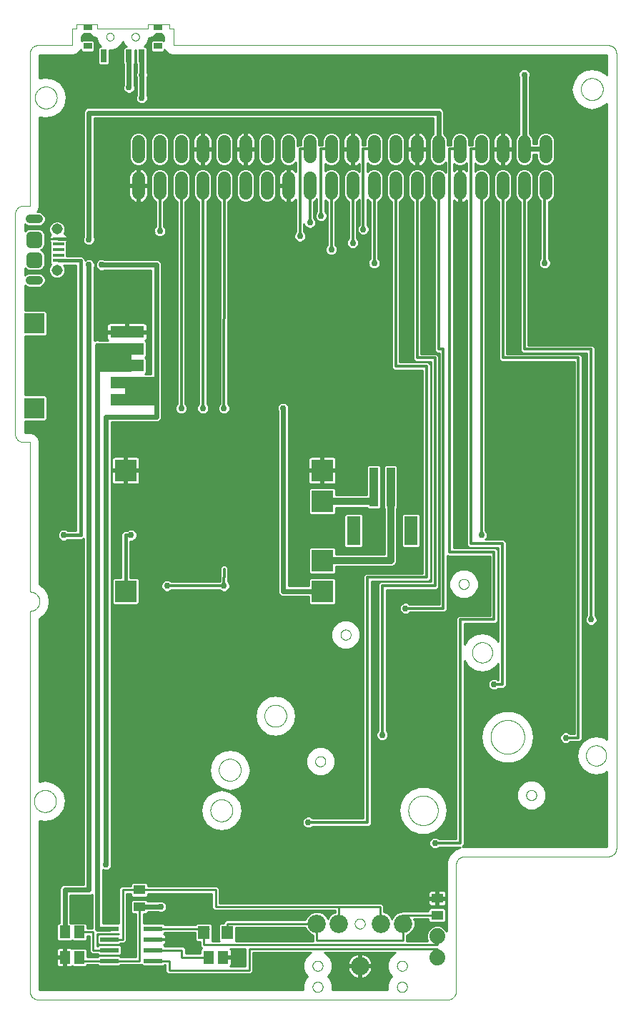
<source format=gbl>
G75*
%MOIN*%
%OFA0B0*%
%FSLAX25Y25*%
%IPPOS*%
%LPD*%
%AMOC8*
5,1,8,0,0,1.08239X$1,22.5*
%
%ADD10C,0.00000*%
%ADD11C,0.00039*%
%ADD12R,0.16535X0.13386*%
%ADD13R,0.15748X0.13386*%
%ADD14C,0.06000*%
%ADD15R,0.10000X0.10000*%
%ADD16R,0.03937X0.03150*%
%ADD17R,0.02756X0.05906*%
%ADD18R,0.08661X0.02362*%
%ADD19R,0.05118X0.05906*%
%ADD20R,0.15748X0.05512*%
%ADD21R,0.09449X0.09449*%
%ADD22C,0.07400*%
%ADD23R,0.03937X0.18110*%
%ADD24R,0.06299X0.13386*%
%ADD25C,0.03740*%
%ADD26R,0.05315X0.01575*%
%ADD27C,0.04000*%
%ADD28C,0.05150*%
%ADD29R,0.05512X0.06299*%
%ADD30R,0.05512X0.04331*%
%ADD31C,0.08600*%
%ADD32C,0.01000*%
%ADD33C,0.02978*%
%ADD34C,0.01600*%
%ADD35C,0.01200*%
%ADD36C,0.02400*%
%ADD37C,0.03200*%
D10*
X0029320Y0023079D02*
X0029320Y0200244D01*
X0029453Y0200246D01*
X0029586Y0200252D01*
X0029718Y0200262D01*
X0029851Y0200275D01*
X0029982Y0200293D01*
X0030114Y0200314D01*
X0030244Y0200339D01*
X0030374Y0200368D01*
X0030503Y0200401D01*
X0030630Y0200438D01*
X0030757Y0200478D01*
X0030883Y0200522D01*
X0031007Y0200570D01*
X0031129Y0200621D01*
X0031250Y0200676D01*
X0031370Y0200735D01*
X0031487Y0200796D01*
X0031603Y0200862D01*
X0031717Y0200930D01*
X0031829Y0201002D01*
X0031938Y0201078D01*
X0032046Y0201156D01*
X0032151Y0201238D01*
X0032253Y0201322D01*
X0032353Y0201410D01*
X0032451Y0201500D01*
X0032545Y0201594D01*
X0032637Y0201690D01*
X0032726Y0201789D01*
X0032812Y0201890D01*
X0032895Y0201994D01*
X0032975Y0202100D01*
X0033052Y0202208D01*
X0033126Y0202319D01*
X0033196Y0202432D01*
X0033263Y0202546D01*
X0033327Y0202663D01*
X0033387Y0202782D01*
X0033444Y0202902D01*
X0033497Y0203024D01*
X0033546Y0203147D01*
X0033592Y0203272D01*
X0033635Y0203398D01*
X0033673Y0203525D01*
X0033708Y0203654D01*
X0033739Y0203783D01*
X0033766Y0203913D01*
X0033789Y0204044D01*
X0033809Y0204175D01*
X0033824Y0204308D01*
X0033836Y0204440D01*
X0033844Y0204573D01*
X0033848Y0204706D01*
X0033848Y0204838D01*
X0033844Y0204971D01*
X0033836Y0205104D01*
X0033824Y0205236D01*
X0033809Y0205369D01*
X0033789Y0205500D01*
X0033766Y0205631D01*
X0033739Y0205761D01*
X0033708Y0205890D01*
X0033673Y0206019D01*
X0033635Y0206146D01*
X0033592Y0206272D01*
X0033546Y0206397D01*
X0033497Y0206520D01*
X0033444Y0206642D01*
X0033387Y0206762D01*
X0033327Y0206881D01*
X0033263Y0206998D01*
X0033196Y0207112D01*
X0033126Y0207225D01*
X0033052Y0207336D01*
X0032975Y0207444D01*
X0032895Y0207550D01*
X0032812Y0207654D01*
X0032726Y0207755D01*
X0032637Y0207854D01*
X0032545Y0207950D01*
X0032451Y0208044D01*
X0032353Y0208134D01*
X0032253Y0208222D01*
X0032151Y0208306D01*
X0032046Y0208388D01*
X0031938Y0208466D01*
X0031829Y0208542D01*
X0031717Y0208614D01*
X0031603Y0208682D01*
X0031487Y0208748D01*
X0031370Y0208809D01*
X0031250Y0208868D01*
X0031129Y0208923D01*
X0031007Y0208974D01*
X0030883Y0209022D01*
X0030757Y0209066D01*
X0030630Y0209106D01*
X0030503Y0209143D01*
X0030374Y0209176D01*
X0030244Y0209205D01*
X0030114Y0209230D01*
X0029982Y0209251D01*
X0029851Y0209269D01*
X0029718Y0209282D01*
X0029586Y0209292D01*
X0029453Y0209298D01*
X0029320Y0209300D01*
X0029320Y0209299D02*
X0029320Y0278984D01*
X0026367Y0278984D01*
X0026243Y0278986D01*
X0026120Y0278992D01*
X0025996Y0279001D01*
X0025874Y0279015D01*
X0025751Y0279032D01*
X0025629Y0279054D01*
X0025508Y0279079D01*
X0025388Y0279108D01*
X0025269Y0279140D01*
X0025150Y0279177D01*
X0025033Y0279217D01*
X0024918Y0279260D01*
X0024803Y0279308D01*
X0024691Y0279359D01*
X0024580Y0279413D01*
X0024470Y0279471D01*
X0024363Y0279532D01*
X0024257Y0279597D01*
X0024154Y0279665D01*
X0024053Y0279736D01*
X0023954Y0279810D01*
X0023857Y0279887D01*
X0023763Y0279968D01*
X0023672Y0280051D01*
X0023583Y0280137D01*
X0023497Y0280226D01*
X0023414Y0280317D01*
X0023333Y0280411D01*
X0023256Y0280508D01*
X0023182Y0280607D01*
X0023111Y0280708D01*
X0023043Y0280811D01*
X0022978Y0280917D01*
X0022917Y0281024D01*
X0022859Y0281134D01*
X0022805Y0281245D01*
X0022754Y0281357D01*
X0022706Y0281472D01*
X0022663Y0281587D01*
X0022623Y0281704D01*
X0022586Y0281823D01*
X0022554Y0281942D01*
X0022525Y0282062D01*
X0022500Y0282183D01*
X0022478Y0282305D01*
X0022461Y0282428D01*
X0022447Y0282550D01*
X0022438Y0282674D01*
X0022432Y0282797D01*
X0022430Y0282921D01*
X0022430Y0385283D01*
X0022432Y0385407D01*
X0022438Y0385530D01*
X0022447Y0385654D01*
X0022461Y0385776D01*
X0022478Y0385899D01*
X0022500Y0386021D01*
X0022525Y0386142D01*
X0022554Y0386262D01*
X0022586Y0386381D01*
X0022623Y0386500D01*
X0022663Y0386617D01*
X0022706Y0386732D01*
X0022754Y0386847D01*
X0022805Y0386959D01*
X0022859Y0387070D01*
X0022917Y0387180D01*
X0022978Y0387287D01*
X0023043Y0387393D01*
X0023111Y0387496D01*
X0023182Y0387597D01*
X0023256Y0387696D01*
X0023333Y0387793D01*
X0023414Y0387887D01*
X0023497Y0387978D01*
X0023583Y0388067D01*
X0023672Y0388153D01*
X0023763Y0388236D01*
X0023857Y0388317D01*
X0023954Y0388394D01*
X0024053Y0388468D01*
X0024154Y0388539D01*
X0024257Y0388607D01*
X0024363Y0388672D01*
X0024470Y0388733D01*
X0024580Y0388791D01*
X0024691Y0388845D01*
X0024803Y0388896D01*
X0024918Y0388944D01*
X0025033Y0388987D01*
X0025150Y0389027D01*
X0025269Y0389064D01*
X0025388Y0389096D01*
X0025508Y0389125D01*
X0025629Y0389150D01*
X0025751Y0389172D01*
X0025874Y0389189D01*
X0025996Y0389203D01*
X0026120Y0389212D01*
X0026243Y0389218D01*
X0026367Y0389220D01*
X0029320Y0389220D01*
X0029320Y0460087D01*
X0029322Y0460211D01*
X0029328Y0460334D01*
X0029337Y0460458D01*
X0029351Y0460580D01*
X0029368Y0460703D01*
X0029390Y0460825D01*
X0029415Y0460946D01*
X0029444Y0461066D01*
X0029476Y0461185D01*
X0029513Y0461304D01*
X0029553Y0461421D01*
X0029596Y0461536D01*
X0029644Y0461651D01*
X0029695Y0461763D01*
X0029749Y0461874D01*
X0029807Y0461984D01*
X0029868Y0462091D01*
X0029933Y0462197D01*
X0030001Y0462300D01*
X0030072Y0462401D01*
X0030146Y0462500D01*
X0030223Y0462597D01*
X0030304Y0462691D01*
X0030387Y0462782D01*
X0030473Y0462871D01*
X0030562Y0462957D01*
X0030653Y0463040D01*
X0030747Y0463121D01*
X0030844Y0463198D01*
X0030943Y0463272D01*
X0031044Y0463343D01*
X0031147Y0463411D01*
X0031253Y0463476D01*
X0031360Y0463537D01*
X0031470Y0463595D01*
X0031581Y0463649D01*
X0031693Y0463700D01*
X0031808Y0463748D01*
X0031923Y0463791D01*
X0032040Y0463831D01*
X0032159Y0463868D01*
X0032278Y0463900D01*
X0032398Y0463929D01*
X0032519Y0463954D01*
X0032641Y0463976D01*
X0032764Y0463993D01*
X0032886Y0464007D01*
X0033010Y0464016D01*
X0033133Y0464022D01*
X0033257Y0464024D01*
X0049005Y0464024D01*
X0049005Y0471898D01*
X0050974Y0471898D01*
X0050974Y0473866D01*
X0060816Y0473866D01*
X0060816Y0471898D01*
X0084438Y0471898D01*
X0084438Y0473866D01*
X0094281Y0473866D01*
X0094281Y0471898D01*
X0096249Y0471898D01*
X0096249Y0464024D01*
X0299005Y0464024D01*
X0299129Y0464022D01*
X0299252Y0464016D01*
X0299376Y0464007D01*
X0299498Y0463993D01*
X0299621Y0463976D01*
X0299743Y0463954D01*
X0299864Y0463929D01*
X0299984Y0463900D01*
X0300103Y0463868D01*
X0300222Y0463831D01*
X0300339Y0463791D01*
X0300454Y0463748D01*
X0300569Y0463700D01*
X0300681Y0463649D01*
X0300792Y0463595D01*
X0300902Y0463537D01*
X0301009Y0463476D01*
X0301115Y0463411D01*
X0301218Y0463343D01*
X0301319Y0463272D01*
X0301418Y0463198D01*
X0301515Y0463121D01*
X0301609Y0463040D01*
X0301700Y0462957D01*
X0301789Y0462871D01*
X0301875Y0462782D01*
X0301958Y0462691D01*
X0302039Y0462597D01*
X0302116Y0462500D01*
X0302190Y0462401D01*
X0302261Y0462300D01*
X0302329Y0462197D01*
X0302394Y0462091D01*
X0302455Y0461984D01*
X0302513Y0461874D01*
X0302567Y0461763D01*
X0302618Y0461651D01*
X0302666Y0461536D01*
X0302709Y0461421D01*
X0302749Y0461304D01*
X0302786Y0461185D01*
X0302818Y0461066D01*
X0302847Y0460946D01*
X0302872Y0460825D01*
X0302894Y0460703D01*
X0302911Y0460580D01*
X0302925Y0460458D01*
X0302934Y0460334D01*
X0302940Y0460211D01*
X0302942Y0460087D01*
X0302942Y0089811D01*
X0302940Y0089687D01*
X0302934Y0089564D01*
X0302925Y0089440D01*
X0302911Y0089318D01*
X0302894Y0089195D01*
X0302872Y0089073D01*
X0302847Y0088952D01*
X0302818Y0088832D01*
X0302786Y0088713D01*
X0302749Y0088594D01*
X0302709Y0088477D01*
X0302666Y0088362D01*
X0302618Y0088247D01*
X0302567Y0088135D01*
X0302513Y0088024D01*
X0302455Y0087914D01*
X0302394Y0087807D01*
X0302329Y0087701D01*
X0302261Y0087598D01*
X0302190Y0087497D01*
X0302116Y0087398D01*
X0302039Y0087301D01*
X0301958Y0087207D01*
X0301875Y0087116D01*
X0301789Y0087027D01*
X0301700Y0086941D01*
X0301609Y0086858D01*
X0301515Y0086777D01*
X0301418Y0086700D01*
X0301319Y0086626D01*
X0301218Y0086555D01*
X0301115Y0086487D01*
X0301009Y0086422D01*
X0300902Y0086361D01*
X0300792Y0086303D01*
X0300681Y0086249D01*
X0300569Y0086198D01*
X0300454Y0086150D01*
X0300339Y0086107D01*
X0300222Y0086067D01*
X0300103Y0086030D01*
X0299984Y0085998D01*
X0299864Y0085969D01*
X0299743Y0085944D01*
X0299621Y0085922D01*
X0299498Y0085905D01*
X0299376Y0085891D01*
X0299252Y0085882D01*
X0299129Y0085876D01*
X0299005Y0085874D01*
X0232076Y0085874D01*
X0231952Y0085872D01*
X0231829Y0085866D01*
X0231705Y0085857D01*
X0231583Y0085843D01*
X0231460Y0085826D01*
X0231338Y0085804D01*
X0231217Y0085779D01*
X0231097Y0085750D01*
X0230978Y0085718D01*
X0230859Y0085681D01*
X0230742Y0085641D01*
X0230627Y0085598D01*
X0230512Y0085550D01*
X0230400Y0085499D01*
X0230289Y0085445D01*
X0230179Y0085387D01*
X0230072Y0085326D01*
X0229966Y0085261D01*
X0229863Y0085193D01*
X0229762Y0085122D01*
X0229663Y0085048D01*
X0229566Y0084971D01*
X0229472Y0084890D01*
X0229381Y0084807D01*
X0229292Y0084721D01*
X0229206Y0084632D01*
X0229123Y0084541D01*
X0229042Y0084447D01*
X0228965Y0084350D01*
X0228891Y0084251D01*
X0228820Y0084150D01*
X0228752Y0084047D01*
X0228687Y0083941D01*
X0228626Y0083834D01*
X0228568Y0083724D01*
X0228514Y0083613D01*
X0228463Y0083501D01*
X0228415Y0083386D01*
X0228372Y0083271D01*
X0228332Y0083154D01*
X0228295Y0083035D01*
X0228263Y0082916D01*
X0228234Y0082796D01*
X0228209Y0082675D01*
X0228187Y0082553D01*
X0228170Y0082430D01*
X0228156Y0082308D01*
X0228147Y0082184D01*
X0228141Y0082061D01*
X0228139Y0081937D01*
X0228139Y0023079D01*
X0228137Y0022955D01*
X0228131Y0022832D01*
X0228122Y0022708D01*
X0228108Y0022586D01*
X0228091Y0022463D01*
X0228069Y0022341D01*
X0228044Y0022220D01*
X0228015Y0022100D01*
X0227983Y0021981D01*
X0227946Y0021862D01*
X0227906Y0021745D01*
X0227863Y0021630D01*
X0227815Y0021515D01*
X0227764Y0021403D01*
X0227710Y0021292D01*
X0227652Y0021182D01*
X0227591Y0021075D01*
X0227526Y0020969D01*
X0227458Y0020866D01*
X0227387Y0020765D01*
X0227313Y0020666D01*
X0227236Y0020569D01*
X0227155Y0020475D01*
X0227072Y0020384D01*
X0226986Y0020295D01*
X0226897Y0020209D01*
X0226806Y0020126D01*
X0226712Y0020045D01*
X0226615Y0019968D01*
X0226516Y0019894D01*
X0226415Y0019823D01*
X0226312Y0019755D01*
X0226206Y0019690D01*
X0226099Y0019629D01*
X0225989Y0019571D01*
X0225878Y0019517D01*
X0225766Y0019466D01*
X0225651Y0019418D01*
X0225536Y0019375D01*
X0225419Y0019335D01*
X0225300Y0019298D01*
X0225181Y0019266D01*
X0225061Y0019237D01*
X0224940Y0019212D01*
X0224818Y0019190D01*
X0224695Y0019173D01*
X0224573Y0019159D01*
X0224449Y0019150D01*
X0224326Y0019144D01*
X0224202Y0019142D01*
X0033257Y0019142D01*
X0033133Y0019144D01*
X0033010Y0019150D01*
X0032886Y0019159D01*
X0032764Y0019173D01*
X0032641Y0019190D01*
X0032519Y0019212D01*
X0032398Y0019237D01*
X0032278Y0019266D01*
X0032159Y0019298D01*
X0032040Y0019335D01*
X0031923Y0019375D01*
X0031808Y0019418D01*
X0031693Y0019466D01*
X0031581Y0019517D01*
X0031470Y0019571D01*
X0031360Y0019629D01*
X0031253Y0019690D01*
X0031147Y0019755D01*
X0031044Y0019823D01*
X0030943Y0019894D01*
X0030844Y0019968D01*
X0030747Y0020045D01*
X0030653Y0020126D01*
X0030562Y0020209D01*
X0030473Y0020295D01*
X0030387Y0020384D01*
X0030304Y0020475D01*
X0030223Y0020569D01*
X0030146Y0020666D01*
X0030072Y0020765D01*
X0030001Y0020866D01*
X0029933Y0020969D01*
X0029868Y0021075D01*
X0029807Y0021182D01*
X0029749Y0021292D01*
X0029695Y0021403D01*
X0029644Y0021515D01*
X0029596Y0021630D01*
X0029553Y0021745D01*
X0029513Y0021862D01*
X0029476Y0021981D01*
X0029444Y0022100D01*
X0029415Y0022220D01*
X0029390Y0022341D01*
X0029368Y0022463D01*
X0029351Y0022586D01*
X0029337Y0022708D01*
X0029328Y0022832D01*
X0029322Y0022955D01*
X0029320Y0023079D01*
X0161210Y0025047D02*
X0161212Y0025144D01*
X0161218Y0025241D01*
X0161228Y0025337D01*
X0161242Y0025433D01*
X0161260Y0025529D01*
X0161281Y0025623D01*
X0161307Y0025717D01*
X0161336Y0025809D01*
X0161370Y0025900D01*
X0161406Y0025990D01*
X0161447Y0026078D01*
X0161491Y0026164D01*
X0161539Y0026249D01*
X0161590Y0026331D01*
X0161644Y0026412D01*
X0161702Y0026490D01*
X0161763Y0026565D01*
X0161826Y0026638D01*
X0161893Y0026709D01*
X0161963Y0026776D01*
X0162035Y0026841D01*
X0162110Y0026902D01*
X0162188Y0026961D01*
X0162267Y0027016D01*
X0162349Y0027068D01*
X0162433Y0027116D01*
X0162519Y0027161D01*
X0162607Y0027203D01*
X0162696Y0027241D01*
X0162787Y0027275D01*
X0162879Y0027305D01*
X0162972Y0027332D01*
X0163067Y0027354D01*
X0163162Y0027373D01*
X0163258Y0027388D01*
X0163354Y0027399D01*
X0163451Y0027406D01*
X0163548Y0027409D01*
X0163645Y0027408D01*
X0163742Y0027403D01*
X0163838Y0027394D01*
X0163934Y0027381D01*
X0164030Y0027364D01*
X0164125Y0027343D01*
X0164218Y0027319D01*
X0164311Y0027290D01*
X0164403Y0027258D01*
X0164493Y0027222D01*
X0164581Y0027183D01*
X0164668Y0027139D01*
X0164753Y0027093D01*
X0164836Y0027042D01*
X0164917Y0026989D01*
X0164995Y0026932D01*
X0165072Y0026872D01*
X0165145Y0026809D01*
X0165216Y0026743D01*
X0165284Y0026674D01*
X0165350Y0026602D01*
X0165412Y0026528D01*
X0165471Y0026451D01*
X0165527Y0026372D01*
X0165580Y0026290D01*
X0165630Y0026207D01*
X0165675Y0026121D01*
X0165718Y0026034D01*
X0165757Y0025945D01*
X0165792Y0025855D01*
X0165823Y0025763D01*
X0165850Y0025670D01*
X0165874Y0025576D01*
X0165894Y0025481D01*
X0165910Y0025385D01*
X0165922Y0025289D01*
X0165930Y0025192D01*
X0165934Y0025095D01*
X0165934Y0024999D01*
X0165930Y0024902D01*
X0165922Y0024805D01*
X0165910Y0024709D01*
X0165894Y0024613D01*
X0165874Y0024518D01*
X0165850Y0024424D01*
X0165823Y0024331D01*
X0165792Y0024239D01*
X0165757Y0024149D01*
X0165718Y0024060D01*
X0165675Y0023973D01*
X0165630Y0023887D01*
X0165580Y0023804D01*
X0165527Y0023722D01*
X0165471Y0023643D01*
X0165412Y0023566D01*
X0165350Y0023492D01*
X0165284Y0023420D01*
X0165216Y0023351D01*
X0165145Y0023285D01*
X0165072Y0023222D01*
X0164995Y0023162D01*
X0164917Y0023105D01*
X0164836Y0023052D01*
X0164753Y0023001D01*
X0164668Y0022955D01*
X0164581Y0022911D01*
X0164493Y0022872D01*
X0164403Y0022836D01*
X0164311Y0022804D01*
X0164218Y0022775D01*
X0164125Y0022751D01*
X0164030Y0022730D01*
X0163934Y0022713D01*
X0163838Y0022700D01*
X0163742Y0022691D01*
X0163645Y0022686D01*
X0163548Y0022685D01*
X0163451Y0022688D01*
X0163354Y0022695D01*
X0163258Y0022706D01*
X0163162Y0022721D01*
X0163067Y0022740D01*
X0162972Y0022762D01*
X0162879Y0022789D01*
X0162787Y0022819D01*
X0162696Y0022853D01*
X0162607Y0022891D01*
X0162519Y0022933D01*
X0162433Y0022978D01*
X0162349Y0023026D01*
X0162267Y0023078D01*
X0162188Y0023133D01*
X0162110Y0023192D01*
X0162035Y0023253D01*
X0161963Y0023318D01*
X0161893Y0023385D01*
X0161826Y0023456D01*
X0161763Y0023529D01*
X0161702Y0023604D01*
X0161644Y0023682D01*
X0161590Y0023763D01*
X0161539Y0023845D01*
X0161491Y0023930D01*
X0161447Y0024016D01*
X0161406Y0024104D01*
X0161370Y0024194D01*
X0161336Y0024285D01*
X0161307Y0024377D01*
X0161281Y0024471D01*
X0161260Y0024565D01*
X0161242Y0024661D01*
X0161228Y0024757D01*
X0161218Y0024853D01*
X0161212Y0024950D01*
X0161210Y0025047D01*
X0161210Y0034890D02*
X0161212Y0034987D01*
X0161218Y0035084D01*
X0161228Y0035180D01*
X0161242Y0035276D01*
X0161260Y0035372D01*
X0161281Y0035466D01*
X0161307Y0035560D01*
X0161336Y0035652D01*
X0161370Y0035743D01*
X0161406Y0035833D01*
X0161447Y0035921D01*
X0161491Y0036007D01*
X0161539Y0036092D01*
X0161590Y0036174D01*
X0161644Y0036255D01*
X0161702Y0036333D01*
X0161763Y0036408D01*
X0161826Y0036481D01*
X0161893Y0036552D01*
X0161963Y0036619D01*
X0162035Y0036684D01*
X0162110Y0036745D01*
X0162188Y0036804D01*
X0162267Y0036859D01*
X0162349Y0036911D01*
X0162433Y0036959D01*
X0162519Y0037004D01*
X0162607Y0037046D01*
X0162696Y0037084D01*
X0162787Y0037118D01*
X0162879Y0037148D01*
X0162972Y0037175D01*
X0163067Y0037197D01*
X0163162Y0037216D01*
X0163258Y0037231D01*
X0163354Y0037242D01*
X0163451Y0037249D01*
X0163548Y0037252D01*
X0163645Y0037251D01*
X0163742Y0037246D01*
X0163838Y0037237D01*
X0163934Y0037224D01*
X0164030Y0037207D01*
X0164125Y0037186D01*
X0164218Y0037162D01*
X0164311Y0037133D01*
X0164403Y0037101D01*
X0164493Y0037065D01*
X0164581Y0037026D01*
X0164668Y0036982D01*
X0164753Y0036936D01*
X0164836Y0036885D01*
X0164917Y0036832D01*
X0164995Y0036775D01*
X0165072Y0036715D01*
X0165145Y0036652D01*
X0165216Y0036586D01*
X0165284Y0036517D01*
X0165350Y0036445D01*
X0165412Y0036371D01*
X0165471Y0036294D01*
X0165527Y0036215D01*
X0165580Y0036133D01*
X0165630Y0036050D01*
X0165675Y0035964D01*
X0165718Y0035877D01*
X0165757Y0035788D01*
X0165792Y0035698D01*
X0165823Y0035606D01*
X0165850Y0035513D01*
X0165874Y0035419D01*
X0165894Y0035324D01*
X0165910Y0035228D01*
X0165922Y0035132D01*
X0165930Y0035035D01*
X0165934Y0034938D01*
X0165934Y0034842D01*
X0165930Y0034745D01*
X0165922Y0034648D01*
X0165910Y0034552D01*
X0165894Y0034456D01*
X0165874Y0034361D01*
X0165850Y0034267D01*
X0165823Y0034174D01*
X0165792Y0034082D01*
X0165757Y0033992D01*
X0165718Y0033903D01*
X0165675Y0033816D01*
X0165630Y0033730D01*
X0165580Y0033647D01*
X0165527Y0033565D01*
X0165471Y0033486D01*
X0165412Y0033409D01*
X0165350Y0033335D01*
X0165284Y0033263D01*
X0165216Y0033194D01*
X0165145Y0033128D01*
X0165072Y0033065D01*
X0164995Y0033005D01*
X0164917Y0032948D01*
X0164836Y0032895D01*
X0164753Y0032844D01*
X0164668Y0032798D01*
X0164581Y0032754D01*
X0164493Y0032715D01*
X0164403Y0032679D01*
X0164311Y0032647D01*
X0164218Y0032618D01*
X0164125Y0032594D01*
X0164030Y0032573D01*
X0163934Y0032556D01*
X0163838Y0032543D01*
X0163742Y0032534D01*
X0163645Y0032529D01*
X0163548Y0032528D01*
X0163451Y0032531D01*
X0163354Y0032538D01*
X0163258Y0032549D01*
X0163162Y0032564D01*
X0163067Y0032583D01*
X0162972Y0032605D01*
X0162879Y0032632D01*
X0162787Y0032662D01*
X0162696Y0032696D01*
X0162607Y0032734D01*
X0162519Y0032776D01*
X0162433Y0032821D01*
X0162349Y0032869D01*
X0162267Y0032921D01*
X0162188Y0032976D01*
X0162110Y0033035D01*
X0162035Y0033096D01*
X0161963Y0033161D01*
X0161893Y0033228D01*
X0161826Y0033299D01*
X0161763Y0033372D01*
X0161702Y0033447D01*
X0161644Y0033525D01*
X0161590Y0033606D01*
X0161539Y0033688D01*
X0161491Y0033773D01*
X0161447Y0033859D01*
X0161406Y0033947D01*
X0161370Y0034037D01*
X0161336Y0034128D01*
X0161307Y0034220D01*
X0161281Y0034314D01*
X0161260Y0034408D01*
X0161242Y0034504D01*
X0161228Y0034600D01*
X0161218Y0034696D01*
X0161212Y0034793D01*
X0161210Y0034890D01*
X0180895Y0054575D02*
X0180897Y0054672D01*
X0180903Y0054769D01*
X0180913Y0054865D01*
X0180927Y0054961D01*
X0180945Y0055057D01*
X0180966Y0055151D01*
X0180992Y0055245D01*
X0181021Y0055337D01*
X0181055Y0055428D01*
X0181091Y0055518D01*
X0181132Y0055606D01*
X0181176Y0055692D01*
X0181224Y0055777D01*
X0181275Y0055859D01*
X0181329Y0055940D01*
X0181387Y0056018D01*
X0181448Y0056093D01*
X0181511Y0056166D01*
X0181578Y0056237D01*
X0181648Y0056304D01*
X0181720Y0056369D01*
X0181795Y0056430D01*
X0181873Y0056489D01*
X0181952Y0056544D01*
X0182034Y0056596D01*
X0182118Y0056644D01*
X0182204Y0056689D01*
X0182292Y0056731D01*
X0182381Y0056769D01*
X0182472Y0056803D01*
X0182564Y0056833D01*
X0182657Y0056860D01*
X0182752Y0056882D01*
X0182847Y0056901D01*
X0182943Y0056916D01*
X0183039Y0056927D01*
X0183136Y0056934D01*
X0183233Y0056937D01*
X0183330Y0056936D01*
X0183427Y0056931D01*
X0183523Y0056922D01*
X0183619Y0056909D01*
X0183715Y0056892D01*
X0183810Y0056871D01*
X0183903Y0056847D01*
X0183996Y0056818D01*
X0184088Y0056786D01*
X0184178Y0056750D01*
X0184266Y0056711D01*
X0184353Y0056667D01*
X0184438Y0056621D01*
X0184521Y0056570D01*
X0184602Y0056517D01*
X0184680Y0056460D01*
X0184757Y0056400D01*
X0184830Y0056337D01*
X0184901Y0056271D01*
X0184969Y0056202D01*
X0185035Y0056130D01*
X0185097Y0056056D01*
X0185156Y0055979D01*
X0185212Y0055900D01*
X0185265Y0055818D01*
X0185315Y0055735D01*
X0185360Y0055649D01*
X0185403Y0055562D01*
X0185442Y0055473D01*
X0185477Y0055383D01*
X0185508Y0055291D01*
X0185535Y0055198D01*
X0185559Y0055104D01*
X0185579Y0055009D01*
X0185595Y0054913D01*
X0185607Y0054817D01*
X0185615Y0054720D01*
X0185619Y0054623D01*
X0185619Y0054527D01*
X0185615Y0054430D01*
X0185607Y0054333D01*
X0185595Y0054237D01*
X0185579Y0054141D01*
X0185559Y0054046D01*
X0185535Y0053952D01*
X0185508Y0053859D01*
X0185477Y0053767D01*
X0185442Y0053677D01*
X0185403Y0053588D01*
X0185360Y0053501D01*
X0185315Y0053415D01*
X0185265Y0053332D01*
X0185212Y0053250D01*
X0185156Y0053171D01*
X0185097Y0053094D01*
X0185035Y0053020D01*
X0184969Y0052948D01*
X0184901Y0052879D01*
X0184830Y0052813D01*
X0184757Y0052750D01*
X0184680Y0052690D01*
X0184602Y0052633D01*
X0184521Y0052580D01*
X0184438Y0052529D01*
X0184353Y0052483D01*
X0184266Y0052439D01*
X0184178Y0052400D01*
X0184088Y0052364D01*
X0183996Y0052332D01*
X0183903Y0052303D01*
X0183810Y0052279D01*
X0183715Y0052258D01*
X0183619Y0052241D01*
X0183523Y0052228D01*
X0183427Y0052219D01*
X0183330Y0052214D01*
X0183233Y0052213D01*
X0183136Y0052216D01*
X0183039Y0052223D01*
X0182943Y0052234D01*
X0182847Y0052249D01*
X0182752Y0052268D01*
X0182657Y0052290D01*
X0182564Y0052317D01*
X0182472Y0052347D01*
X0182381Y0052381D01*
X0182292Y0052419D01*
X0182204Y0052461D01*
X0182118Y0052506D01*
X0182034Y0052554D01*
X0181952Y0052606D01*
X0181873Y0052661D01*
X0181795Y0052720D01*
X0181720Y0052781D01*
X0181648Y0052846D01*
X0181578Y0052913D01*
X0181511Y0052984D01*
X0181448Y0053057D01*
X0181387Y0053132D01*
X0181329Y0053210D01*
X0181275Y0053291D01*
X0181224Y0053373D01*
X0181176Y0053458D01*
X0181132Y0053544D01*
X0181091Y0053632D01*
X0181055Y0053722D01*
X0181021Y0053813D01*
X0180992Y0053905D01*
X0180966Y0053999D01*
X0180945Y0054093D01*
X0180927Y0054189D01*
X0180913Y0054285D01*
X0180903Y0054381D01*
X0180897Y0054478D01*
X0180895Y0054575D01*
X0200580Y0034890D02*
X0200582Y0034987D01*
X0200588Y0035084D01*
X0200598Y0035180D01*
X0200612Y0035276D01*
X0200630Y0035372D01*
X0200651Y0035466D01*
X0200677Y0035560D01*
X0200706Y0035652D01*
X0200740Y0035743D01*
X0200776Y0035833D01*
X0200817Y0035921D01*
X0200861Y0036007D01*
X0200909Y0036092D01*
X0200960Y0036174D01*
X0201014Y0036255D01*
X0201072Y0036333D01*
X0201133Y0036408D01*
X0201196Y0036481D01*
X0201263Y0036552D01*
X0201333Y0036619D01*
X0201405Y0036684D01*
X0201480Y0036745D01*
X0201558Y0036804D01*
X0201637Y0036859D01*
X0201719Y0036911D01*
X0201803Y0036959D01*
X0201889Y0037004D01*
X0201977Y0037046D01*
X0202066Y0037084D01*
X0202157Y0037118D01*
X0202249Y0037148D01*
X0202342Y0037175D01*
X0202437Y0037197D01*
X0202532Y0037216D01*
X0202628Y0037231D01*
X0202724Y0037242D01*
X0202821Y0037249D01*
X0202918Y0037252D01*
X0203015Y0037251D01*
X0203112Y0037246D01*
X0203208Y0037237D01*
X0203304Y0037224D01*
X0203400Y0037207D01*
X0203495Y0037186D01*
X0203588Y0037162D01*
X0203681Y0037133D01*
X0203773Y0037101D01*
X0203863Y0037065D01*
X0203951Y0037026D01*
X0204038Y0036982D01*
X0204123Y0036936D01*
X0204206Y0036885D01*
X0204287Y0036832D01*
X0204365Y0036775D01*
X0204442Y0036715D01*
X0204515Y0036652D01*
X0204586Y0036586D01*
X0204654Y0036517D01*
X0204720Y0036445D01*
X0204782Y0036371D01*
X0204841Y0036294D01*
X0204897Y0036215D01*
X0204950Y0036133D01*
X0205000Y0036050D01*
X0205045Y0035964D01*
X0205088Y0035877D01*
X0205127Y0035788D01*
X0205162Y0035698D01*
X0205193Y0035606D01*
X0205220Y0035513D01*
X0205244Y0035419D01*
X0205264Y0035324D01*
X0205280Y0035228D01*
X0205292Y0035132D01*
X0205300Y0035035D01*
X0205304Y0034938D01*
X0205304Y0034842D01*
X0205300Y0034745D01*
X0205292Y0034648D01*
X0205280Y0034552D01*
X0205264Y0034456D01*
X0205244Y0034361D01*
X0205220Y0034267D01*
X0205193Y0034174D01*
X0205162Y0034082D01*
X0205127Y0033992D01*
X0205088Y0033903D01*
X0205045Y0033816D01*
X0205000Y0033730D01*
X0204950Y0033647D01*
X0204897Y0033565D01*
X0204841Y0033486D01*
X0204782Y0033409D01*
X0204720Y0033335D01*
X0204654Y0033263D01*
X0204586Y0033194D01*
X0204515Y0033128D01*
X0204442Y0033065D01*
X0204365Y0033005D01*
X0204287Y0032948D01*
X0204206Y0032895D01*
X0204123Y0032844D01*
X0204038Y0032798D01*
X0203951Y0032754D01*
X0203863Y0032715D01*
X0203773Y0032679D01*
X0203681Y0032647D01*
X0203588Y0032618D01*
X0203495Y0032594D01*
X0203400Y0032573D01*
X0203304Y0032556D01*
X0203208Y0032543D01*
X0203112Y0032534D01*
X0203015Y0032529D01*
X0202918Y0032528D01*
X0202821Y0032531D01*
X0202724Y0032538D01*
X0202628Y0032549D01*
X0202532Y0032564D01*
X0202437Y0032583D01*
X0202342Y0032605D01*
X0202249Y0032632D01*
X0202157Y0032662D01*
X0202066Y0032696D01*
X0201977Y0032734D01*
X0201889Y0032776D01*
X0201803Y0032821D01*
X0201719Y0032869D01*
X0201637Y0032921D01*
X0201558Y0032976D01*
X0201480Y0033035D01*
X0201405Y0033096D01*
X0201333Y0033161D01*
X0201263Y0033228D01*
X0201196Y0033299D01*
X0201133Y0033372D01*
X0201072Y0033447D01*
X0201014Y0033525D01*
X0200960Y0033606D01*
X0200909Y0033688D01*
X0200861Y0033773D01*
X0200817Y0033859D01*
X0200776Y0033947D01*
X0200740Y0034037D01*
X0200706Y0034128D01*
X0200677Y0034220D01*
X0200651Y0034314D01*
X0200630Y0034408D01*
X0200612Y0034504D01*
X0200598Y0034600D01*
X0200588Y0034696D01*
X0200582Y0034793D01*
X0200580Y0034890D01*
X0200580Y0025047D02*
X0200582Y0025144D01*
X0200588Y0025241D01*
X0200598Y0025337D01*
X0200612Y0025433D01*
X0200630Y0025529D01*
X0200651Y0025623D01*
X0200677Y0025717D01*
X0200706Y0025809D01*
X0200740Y0025900D01*
X0200776Y0025990D01*
X0200817Y0026078D01*
X0200861Y0026164D01*
X0200909Y0026249D01*
X0200960Y0026331D01*
X0201014Y0026412D01*
X0201072Y0026490D01*
X0201133Y0026565D01*
X0201196Y0026638D01*
X0201263Y0026709D01*
X0201333Y0026776D01*
X0201405Y0026841D01*
X0201480Y0026902D01*
X0201558Y0026961D01*
X0201637Y0027016D01*
X0201719Y0027068D01*
X0201803Y0027116D01*
X0201889Y0027161D01*
X0201977Y0027203D01*
X0202066Y0027241D01*
X0202157Y0027275D01*
X0202249Y0027305D01*
X0202342Y0027332D01*
X0202437Y0027354D01*
X0202532Y0027373D01*
X0202628Y0027388D01*
X0202724Y0027399D01*
X0202821Y0027406D01*
X0202918Y0027409D01*
X0203015Y0027408D01*
X0203112Y0027403D01*
X0203208Y0027394D01*
X0203304Y0027381D01*
X0203400Y0027364D01*
X0203495Y0027343D01*
X0203588Y0027319D01*
X0203681Y0027290D01*
X0203773Y0027258D01*
X0203863Y0027222D01*
X0203951Y0027183D01*
X0204038Y0027139D01*
X0204123Y0027093D01*
X0204206Y0027042D01*
X0204287Y0026989D01*
X0204365Y0026932D01*
X0204442Y0026872D01*
X0204515Y0026809D01*
X0204586Y0026743D01*
X0204654Y0026674D01*
X0204720Y0026602D01*
X0204782Y0026528D01*
X0204841Y0026451D01*
X0204897Y0026372D01*
X0204950Y0026290D01*
X0205000Y0026207D01*
X0205045Y0026121D01*
X0205088Y0026034D01*
X0205127Y0025945D01*
X0205162Y0025855D01*
X0205193Y0025763D01*
X0205220Y0025670D01*
X0205244Y0025576D01*
X0205264Y0025481D01*
X0205280Y0025385D01*
X0205292Y0025289D01*
X0205300Y0025192D01*
X0205304Y0025095D01*
X0205304Y0024999D01*
X0205300Y0024902D01*
X0205292Y0024805D01*
X0205280Y0024709D01*
X0205264Y0024613D01*
X0205244Y0024518D01*
X0205220Y0024424D01*
X0205193Y0024331D01*
X0205162Y0024239D01*
X0205127Y0024149D01*
X0205088Y0024060D01*
X0205045Y0023973D01*
X0205000Y0023887D01*
X0204950Y0023804D01*
X0204897Y0023722D01*
X0204841Y0023643D01*
X0204782Y0023566D01*
X0204720Y0023492D01*
X0204654Y0023420D01*
X0204586Y0023351D01*
X0204515Y0023285D01*
X0204442Y0023222D01*
X0204365Y0023162D01*
X0204287Y0023105D01*
X0204206Y0023052D01*
X0204123Y0023001D01*
X0204038Y0022955D01*
X0203951Y0022911D01*
X0203863Y0022872D01*
X0203773Y0022836D01*
X0203681Y0022804D01*
X0203588Y0022775D01*
X0203495Y0022751D01*
X0203400Y0022730D01*
X0203304Y0022713D01*
X0203208Y0022700D01*
X0203112Y0022691D01*
X0203015Y0022686D01*
X0202918Y0022685D01*
X0202821Y0022688D01*
X0202724Y0022695D01*
X0202628Y0022706D01*
X0202532Y0022721D01*
X0202437Y0022740D01*
X0202342Y0022762D01*
X0202249Y0022789D01*
X0202157Y0022819D01*
X0202066Y0022853D01*
X0201977Y0022891D01*
X0201889Y0022933D01*
X0201803Y0022978D01*
X0201719Y0023026D01*
X0201637Y0023078D01*
X0201558Y0023133D01*
X0201480Y0023192D01*
X0201405Y0023253D01*
X0201333Y0023318D01*
X0201263Y0023385D01*
X0201196Y0023456D01*
X0201133Y0023529D01*
X0201072Y0023604D01*
X0201014Y0023682D01*
X0200960Y0023763D01*
X0200909Y0023845D01*
X0200861Y0023930D01*
X0200817Y0024016D01*
X0200776Y0024104D01*
X0200740Y0024194D01*
X0200706Y0024285D01*
X0200677Y0024377D01*
X0200651Y0024471D01*
X0200630Y0024565D01*
X0200612Y0024661D01*
X0200598Y0024757D01*
X0200588Y0024853D01*
X0200582Y0024950D01*
X0200580Y0025047D01*
X0260895Y0114457D02*
X0260897Y0114554D01*
X0260903Y0114651D01*
X0260913Y0114747D01*
X0260927Y0114843D01*
X0260945Y0114939D01*
X0260966Y0115033D01*
X0260992Y0115127D01*
X0261021Y0115219D01*
X0261055Y0115310D01*
X0261091Y0115400D01*
X0261132Y0115488D01*
X0261176Y0115574D01*
X0261224Y0115659D01*
X0261275Y0115741D01*
X0261329Y0115822D01*
X0261387Y0115900D01*
X0261448Y0115975D01*
X0261511Y0116048D01*
X0261578Y0116119D01*
X0261648Y0116186D01*
X0261720Y0116251D01*
X0261795Y0116312D01*
X0261873Y0116371D01*
X0261952Y0116426D01*
X0262034Y0116478D01*
X0262118Y0116526D01*
X0262204Y0116571D01*
X0262292Y0116613D01*
X0262381Y0116651D01*
X0262472Y0116685D01*
X0262564Y0116715D01*
X0262657Y0116742D01*
X0262752Y0116764D01*
X0262847Y0116783D01*
X0262943Y0116798D01*
X0263039Y0116809D01*
X0263136Y0116816D01*
X0263233Y0116819D01*
X0263330Y0116818D01*
X0263427Y0116813D01*
X0263523Y0116804D01*
X0263619Y0116791D01*
X0263715Y0116774D01*
X0263810Y0116753D01*
X0263903Y0116729D01*
X0263996Y0116700D01*
X0264088Y0116668D01*
X0264178Y0116632D01*
X0264266Y0116593D01*
X0264353Y0116549D01*
X0264438Y0116503D01*
X0264521Y0116452D01*
X0264602Y0116399D01*
X0264680Y0116342D01*
X0264757Y0116282D01*
X0264830Y0116219D01*
X0264901Y0116153D01*
X0264969Y0116084D01*
X0265035Y0116012D01*
X0265097Y0115938D01*
X0265156Y0115861D01*
X0265212Y0115782D01*
X0265265Y0115700D01*
X0265315Y0115617D01*
X0265360Y0115531D01*
X0265403Y0115444D01*
X0265442Y0115355D01*
X0265477Y0115265D01*
X0265508Y0115173D01*
X0265535Y0115080D01*
X0265559Y0114986D01*
X0265579Y0114891D01*
X0265595Y0114795D01*
X0265607Y0114699D01*
X0265615Y0114602D01*
X0265619Y0114505D01*
X0265619Y0114409D01*
X0265615Y0114312D01*
X0265607Y0114215D01*
X0265595Y0114119D01*
X0265579Y0114023D01*
X0265559Y0113928D01*
X0265535Y0113834D01*
X0265508Y0113741D01*
X0265477Y0113649D01*
X0265442Y0113559D01*
X0265403Y0113470D01*
X0265360Y0113383D01*
X0265315Y0113297D01*
X0265265Y0113214D01*
X0265212Y0113132D01*
X0265156Y0113053D01*
X0265097Y0112976D01*
X0265035Y0112902D01*
X0264969Y0112830D01*
X0264901Y0112761D01*
X0264830Y0112695D01*
X0264757Y0112632D01*
X0264680Y0112572D01*
X0264602Y0112515D01*
X0264521Y0112462D01*
X0264438Y0112411D01*
X0264353Y0112365D01*
X0264266Y0112321D01*
X0264178Y0112282D01*
X0264088Y0112246D01*
X0263996Y0112214D01*
X0263903Y0112185D01*
X0263810Y0112161D01*
X0263715Y0112140D01*
X0263619Y0112123D01*
X0263523Y0112110D01*
X0263427Y0112101D01*
X0263330Y0112096D01*
X0263233Y0112095D01*
X0263136Y0112098D01*
X0263039Y0112105D01*
X0262943Y0112116D01*
X0262847Y0112131D01*
X0262752Y0112150D01*
X0262657Y0112172D01*
X0262564Y0112199D01*
X0262472Y0112229D01*
X0262381Y0112263D01*
X0262292Y0112301D01*
X0262204Y0112343D01*
X0262118Y0112388D01*
X0262034Y0112436D01*
X0261952Y0112488D01*
X0261873Y0112543D01*
X0261795Y0112602D01*
X0261720Y0112663D01*
X0261648Y0112728D01*
X0261578Y0112795D01*
X0261511Y0112866D01*
X0261448Y0112939D01*
X0261387Y0113014D01*
X0261329Y0113092D01*
X0261275Y0113173D01*
X0261224Y0113255D01*
X0261176Y0113340D01*
X0261132Y0113426D01*
X0261091Y0113514D01*
X0261055Y0113604D01*
X0261021Y0113695D01*
X0260992Y0113787D01*
X0260966Y0113881D01*
X0260945Y0113975D01*
X0260927Y0114071D01*
X0260913Y0114167D01*
X0260903Y0114263D01*
X0260897Y0114360D01*
X0260895Y0114457D01*
X0229399Y0212882D02*
X0229401Y0212979D01*
X0229407Y0213076D01*
X0229417Y0213172D01*
X0229431Y0213268D01*
X0229449Y0213364D01*
X0229470Y0213458D01*
X0229496Y0213552D01*
X0229525Y0213644D01*
X0229559Y0213735D01*
X0229595Y0213825D01*
X0229636Y0213913D01*
X0229680Y0213999D01*
X0229728Y0214084D01*
X0229779Y0214166D01*
X0229833Y0214247D01*
X0229891Y0214325D01*
X0229952Y0214400D01*
X0230015Y0214473D01*
X0230082Y0214544D01*
X0230152Y0214611D01*
X0230224Y0214676D01*
X0230299Y0214737D01*
X0230377Y0214796D01*
X0230456Y0214851D01*
X0230538Y0214903D01*
X0230622Y0214951D01*
X0230708Y0214996D01*
X0230796Y0215038D01*
X0230885Y0215076D01*
X0230976Y0215110D01*
X0231068Y0215140D01*
X0231161Y0215167D01*
X0231256Y0215189D01*
X0231351Y0215208D01*
X0231447Y0215223D01*
X0231543Y0215234D01*
X0231640Y0215241D01*
X0231737Y0215244D01*
X0231834Y0215243D01*
X0231931Y0215238D01*
X0232027Y0215229D01*
X0232123Y0215216D01*
X0232219Y0215199D01*
X0232314Y0215178D01*
X0232407Y0215154D01*
X0232500Y0215125D01*
X0232592Y0215093D01*
X0232682Y0215057D01*
X0232770Y0215018D01*
X0232857Y0214974D01*
X0232942Y0214928D01*
X0233025Y0214877D01*
X0233106Y0214824D01*
X0233184Y0214767D01*
X0233261Y0214707D01*
X0233334Y0214644D01*
X0233405Y0214578D01*
X0233473Y0214509D01*
X0233539Y0214437D01*
X0233601Y0214363D01*
X0233660Y0214286D01*
X0233716Y0214207D01*
X0233769Y0214125D01*
X0233819Y0214042D01*
X0233864Y0213956D01*
X0233907Y0213869D01*
X0233946Y0213780D01*
X0233981Y0213690D01*
X0234012Y0213598D01*
X0234039Y0213505D01*
X0234063Y0213411D01*
X0234083Y0213316D01*
X0234099Y0213220D01*
X0234111Y0213124D01*
X0234119Y0213027D01*
X0234123Y0212930D01*
X0234123Y0212834D01*
X0234119Y0212737D01*
X0234111Y0212640D01*
X0234099Y0212544D01*
X0234083Y0212448D01*
X0234063Y0212353D01*
X0234039Y0212259D01*
X0234012Y0212166D01*
X0233981Y0212074D01*
X0233946Y0211984D01*
X0233907Y0211895D01*
X0233864Y0211808D01*
X0233819Y0211722D01*
X0233769Y0211639D01*
X0233716Y0211557D01*
X0233660Y0211478D01*
X0233601Y0211401D01*
X0233539Y0211327D01*
X0233473Y0211255D01*
X0233405Y0211186D01*
X0233334Y0211120D01*
X0233261Y0211057D01*
X0233184Y0210997D01*
X0233106Y0210940D01*
X0233025Y0210887D01*
X0232942Y0210836D01*
X0232857Y0210790D01*
X0232770Y0210746D01*
X0232682Y0210707D01*
X0232592Y0210671D01*
X0232500Y0210639D01*
X0232407Y0210610D01*
X0232314Y0210586D01*
X0232219Y0210565D01*
X0232123Y0210548D01*
X0232027Y0210535D01*
X0231931Y0210526D01*
X0231834Y0210521D01*
X0231737Y0210520D01*
X0231640Y0210523D01*
X0231543Y0210530D01*
X0231447Y0210541D01*
X0231351Y0210556D01*
X0231256Y0210575D01*
X0231161Y0210597D01*
X0231068Y0210624D01*
X0230976Y0210654D01*
X0230885Y0210688D01*
X0230796Y0210726D01*
X0230708Y0210768D01*
X0230622Y0210813D01*
X0230538Y0210861D01*
X0230456Y0210913D01*
X0230377Y0210968D01*
X0230299Y0211027D01*
X0230224Y0211088D01*
X0230152Y0211153D01*
X0230082Y0211220D01*
X0230015Y0211291D01*
X0229952Y0211364D01*
X0229891Y0211439D01*
X0229833Y0211517D01*
X0229779Y0211598D01*
X0229728Y0211680D01*
X0229680Y0211765D01*
X0229636Y0211851D01*
X0229595Y0211939D01*
X0229559Y0212029D01*
X0229525Y0212120D01*
X0229496Y0212212D01*
X0229470Y0212306D01*
X0229449Y0212400D01*
X0229431Y0212496D01*
X0229417Y0212592D01*
X0229407Y0212688D01*
X0229401Y0212785D01*
X0229399Y0212882D01*
X0174281Y0189260D02*
X0174283Y0189357D01*
X0174289Y0189454D01*
X0174299Y0189550D01*
X0174313Y0189646D01*
X0174331Y0189742D01*
X0174352Y0189836D01*
X0174378Y0189930D01*
X0174407Y0190022D01*
X0174441Y0190113D01*
X0174477Y0190203D01*
X0174518Y0190291D01*
X0174562Y0190377D01*
X0174610Y0190462D01*
X0174661Y0190544D01*
X0174715Y0190625D01*
X0174773Y0190703D01*
X0174834Y0190778D01*
X0174897Y0190851D01*
X0174964Y0190922D01*
X0175034Y0190989D01*
X0175106Y0191054D01*
X0175181Y0191115D01*
X0175259Y0191174D01*
X0175338Y0191229D01*
X0175420Y0191281D01*
X0175504Y0191329D01*
X0175590Y0191374D01*
X0175678Y0191416D01*
X0175767Y0191454D01*
X0175858Y0191488D01*
X0175950Y0191518D01*
X0176043Y0191545D01*
X0176138Y0191567D01*
X0176233Y0191586D01*
X0176329Y0191601D01*
X0176425Y0191612D01*
X0176522Y0191619D01*
X0176619Y0191622D01*
X0176716Y0191621D01*
X0176813Y0191616D01*
X0176909Y0191607D01*
X0177005Y0191594D01*
X0177101Y0191577D01*
X0177196Y0191556D01*
X0177289Y0191532D01*
X0177382Y0191503D01*
X0177474Y0191471D01*
X0177564Y0191435D01*
X0177652Y0191396D01*
X0177739Y0191352D01*
X0177824Y0191306D01*
X0177907Y0191255D01*
X0177988Y0191202D01*
X0178066Y0191145D01*
X0178143Y0191085D01*
X0178216Y0191022D01*
X0178287Y0190956D01*
X0178355Y0190887D01*
X0178421Y0190815D01*
X0178483Y0190741D01*
X0178542Y0190664D01*
X0178598Y0190585D01*
X0178651Y0190503D01*
X0178701Y0190420D01*
X0178746Y0190334D01*
X0178789Y0190247D01*
X0178828Y0190158D01*
X0178863Y0190068D01*
X0178894Y0189976D01*
X0178921Y0189883D01*
X0178945Y0189789D01*
X0178965Y0189694D01*
X0178981Y0189598D01*
X0178993Y0189502D01*
X0179001Y0189405D01*
X0179005Y0189308D01*
X0179005Y0189212D01*
X0179001Y0189115D01*
X0178993Y0189018D01*
X0178981Y0188922D01*
X0178965Y0188826D01*
X0178945Y0188731D01*
X0178921Y0188637D01*
X0178894Y0188544D01*
X0178863Y0188452D01*
X0178828Y0188362D01*
X0178789Y0188273D01*
X0178746Y0188186D01*
X0178701Y0188100D01*
X0178651Y0188017D01*
X0178598Y0187935D01*
X0178542Y0187856D01*
X0178483Y0187779D01*
X0178421Y0187705D01*
X0178355Y0187633D01*
X0178287Y0187564D01*
X0178216Y0187498D01*
X0178143Y0187435D01*
X0178066Y0187375D01*
X0177988Y0187318D01*
X0177907Y0187265D01*
X0177824Y0187214D01*
X0177739Y0187168D01*
X0177652Y0187124D01*
X0177564Y0187085D01*
X0177474Y0187049D01*
X0177382Y0187017D01*
X0177289Y0186988D01*
X0177196Y0186964D01*
X0177101Y0186943D01*
X0177005Y0186926D01*
X0176909Y0186913D01*
X0176813Y0186904D01*
X0176716Y0186899D01*
X0176619Y0186898D01*
X0176522Y0186901D01*
X0176425Y0186908D01*
X0176329Y0186919D01*
X0176233Y0186934D01*
X0176138Y0186953D01*
X0176043Y0186975D01*
X0175950Y0187002D01*
X0175858Y0187032D01*
X0175767Y0187066D01*
X0175678Y0187104D01*
X0175590Y0187146D01*
X0175504Y0187191D01*
X0175420Y0187239D01*
X0175338Y0187291D01*
X0175259Y0187346D01*
X0175181Y0187405D01*
X0175106Y0187466D01*
X0175034Y0187531D01*
X0174964Y0187598D01*
X0174897Y0187669D01*
X0174834Y0187742D01*
X0174773Y0187817D01*
X0174715Y0187895D01*
X0174661Y0187976D01*
X0174610Y0188058D01*
X0174562Y0188143D01*
X0174518Y0188229D01*
X0174477Y0188317D01*
X0174441Y0188407D01*
X0174407Y0188498D01*
X0174378Y0188590D01*
X0174352Y0188684D01*
X0174331Y0188778D01*
X0174313Y0188874D01*
X0174299Y0188970D01*
X0174289Y0189066D01*
X0174283Y0189163D01*
X0174281Y0189260D01*
X0162470Y0130205D02*
X0162472Y0130302D01*
X0162478Y0130399D01*
X0162488Y0130495D01*
X0162502Y0130591D01*
X0162520Y0130687D01*
X0162541Y0130781D01*
X0162567Y0130875D01*
X0162596Y0130967D01*
X0162630Y0131058D01*
X0162666Y0131148D01*
X0162707Y0131236D01*
X0162751Y0131322D01*
X0162799Y0131407D01*
X0162850Y0131489D01*
X0162904Y0131570D01*
X0162962Y0131648D01*
X0163023Y0131723D01*
X0163086Y0131796D01*
X0163153Y0131867D01*
X0163223Y0131934D01*
X0163295Y0131999D01*
X0163370Y0132060D01*
X0163448Y0132119D01*
X0163527Y0132174D01*
X0163609Y0132226D01*
X0163693Y0132274D01*
X0163779Y0132319D01*
X0163867Y0132361D01*
X0163956Y0132399D01*
X0164047Y0132433D01*
X0164139Y0132463D01*
X0164232Y0132490D01*
X0164327Y0132512D01*
X0164422Y0132531D01*
X0164518Y0132546D01*
X0164614Y0132557D01*
X0164711Y0132564D01*
X0164808Y0132567D01*
X0164905Y0132566D01*
X0165002Y0132561D01*
X0165098Y0132552D01*
X0165194Y0132539D01*
X0165290Y0132522D01*
X0165385Y0132501D01*
X0165478Y0132477D01*
X0165571Y0132448D01*
X0165663Y0132416D01*
X0165753Y0132380D01*
X0165841Y0132341D01*
X0165928Y0132297D01*
X0166013Y0132251D01*
X0166096Y0132200D01*
X0166177Y0132147D01*
X0166255Y0132090D01*
X0166332Y0132030D01*
X0166405Y0131967D01*
X0166476Y0131901D01*
X0166544Y0131832D01*
X0166610Y0131760D01*
X0166672Y0131686D01*
X0166731Y0131609D01*
X0166787Y0131530D01*
X0166840Y0131448D01*
X0166890Y0131365D01*
X0166935Y0131279D01*
X0166978Y0131192D01*
X0167017Y0131103D01*
X0167052Y0131013D01*
X0167083Y0130921D01*
X0167110Y0130828D01*
X0167134Y0130734D01*
X0167154Y0130639D01*
X0167170Y0130543D01*
X0167182Y0130447D01*
X0167190Y0130350D01*
X0167194Y0130253D01*
X0167194Y0130157D01*
X0167190Y0130060D01*
X0167182Y0129963D01*
X0167170Y0129867D01*
X0167154Y0129771D01*
X0167134Y0129676D01*
X0167110Y0129582D01*
X0167083Y0129489D01*
X0167052Y0129397D01*
X0167017Y0129307D01*
X0166978Y0129218D01*
X0166935Y0129131D01*
X0166890Y0129045D01*
X0166840Y0128962D01*
X0166787Y0128880D01*
X0166731Y0128801D01*
X0166672Y0128724D01*
X0166610Y0128650D01*
X0166544Y0128578D01*
X0166476Y0128509D01*
X0166405Y0128443D01*
X0166332Y0128380D01*
X0166255Y0128320D01*
X0166177Y0128263D01*
X0166096Y0128210D01*
X0166013Y0128159D01*
X0165928Y0128113D01*
X0165841Y0128069D01*
X0165753Y0128030D01*
X0165663Y0127994D01*
X0165571Y0127962D01*
X0165478Y0127933D01*
X0165385Y0127909D01*
X0165290Y0127888D01*
X0165194Y0127871D01*
X0165098Y0127858D01*
X0165002Y0127849D01*
X0164905Y0127844D01*
X0164808Y0127843D01*
X0164711Y0127846D01*
X0164614Y0127853D01*
X0164518Y0127864D01*
X0164422Y0127879D01*
X0164327Y0127898D01*
X0164232Y0127920D01*
X0164139Y0127947D01*
X0164047Y0127977D01*
X0163956Y0128011D01*
X0163867Y0128049D01*
X0163779Y0128091D01*
X0163693Y0128136D01*
X0163609Y0128184D01*
X0163527Y0128236D01*
X0163448Y0128291D01*
X0163370Y0128350D01*
X0163295Y0128411D01*
X0163223Y0128476D01*
X0163153Y0128543D01*
X0163086Y0128614D01*
X0163023Y0128687D01*
X0162962Y0128762D01*
X0162904Y0128840D01*
X0162850Y0128921D01*
X0162799Y0129003D01*
X0162751Y0129088D01*
X0162707Y0129174D01*
X0162666Y0129262D01*
X0162630Y0129352D01*
X0162596Y0129443D01*
X0162567Y0129535D01*
X0162541Y0129629D01*
X0162520Y0129723D01*
X0162502Y0129819D01*
X0162488Y0129915D01*
X0162478Y0130011D01*
X0162472Y0130108D01*
X0162470Y0130205D01*
X0076761Y0467961D02*
X0076763Y0468045D01*
X0076769Y0468128D01*
X0076779Y0468211D01*
X0076793Y0468294D01*
X0076810Y0468376D01*
X0076832Y0468457D01*
X0076857Y0468536D01*
X0076886Y0468615D01*
X0076919Y0468692D01*
X0076955Y0468767D01*
X0076995Y0468841D01*
X0077038Y0468913D01*
X0077085Y0468982D01*
X0077135Y0469049D01*
X0077188Y0469114D01*
X0077244Y0469176D01*
X0077302Y0469236D01*
X0077364Y0469293D01*
X0077428Y0469346D01*
X0077495Y0469397D01*
X0077564Y0469444D01*
X0077635Y0469489D01*
X0077708Y0469529D01*
X0077783Y0469566D01*
X0077860Y0469600D01*
X0077938Y0469630D01*
X0078017Y0469656D01*
X0078098Y0469679D01*
X0078180Y0469697D01*
X0078262Y0469712D01*
X0078345Y0469723D01*
X0078428Y0469730D01*
X0078512Y0469733D01*
X0078596Y0469732D01*
X0078679Y0469727D01*
X0078763Y0469718D01*
X0078845Y0469705D01*
X0078927Y0469689D01*
X0079008Y0469668D01*
X0079089Y0469644D01*
X0079167Y0469616D01*
X0079245Y0469584D01*
X0079321Y0469548D01*
X0079395Y0469509D01*
X0079467Y0469467D01*
X0079537Y0469421D01*
X0079605Y0469372D01*
X0079670Y0469320D01*
X0079733Y0469265D01*
X0079793Y0469207D01*
X0079851Y0469146D01*
X0079905Y0469082D01*
X0079957Y0469016D01*
X0080005Y0468948D01*
X0080050Y0468877D01*
X0080091Y0468804D01*
X0080130Y0468730D01*
X0080164Y0468654D01*
X0080195Y0468576D01*
X0080222Y0468497D01*
X0080246Y0468416D01*
X0080265Y0468335D01*
X0080281Y0468253D01*
X0080293Y0468170D01*
X0080301Y0468086D01*
X0080305Y0468003D01*
X0080305Y0467919D01*
X0080301Y0467836D01*
X0080293Y0467752D01*
X0080281Y0467669D01*
X0080265Y0467587D01*
X0080246Y0467506D01*
X0080222Y0467425D01*
X0080195Y0467346D01*
X0080164Y0467268D01*
X0080130Y0467192D01*
X0080091Y0467118D01*
X0080050Y0467045D01*
X0080005Y0466974D01*
X0079957Y0466906D01*
X0079905Y0466840D01*
X0079851Y0466776D01*
X0079793Y0466715D01*
X0079733Y0466657D01*
X0079670Y0466602D01*
X0079605Y0466550D01*
X0079537Y0466501D01*
X0079467Y0466455D01*
X0079395Y0466413D01*
X0079321Y0466374D01*
X0079245Y0466338D01*
X0079167Y0466306D01*
X0079089Y0466278D01*
X0079008Y0466254D01*
X0078927Y0466233D01*
X0078845Y0466217D01*
X0078763Y0466204D01*
X0078679Y0466195D01*
X0078596Y0466190D01*
X0078512Y0466189D01*
X0078428Y0466192D01*
X0078345Y0466199D01*
X0078262Y0466210D01*
X0078180Y0466225D01*
X0078098Y0466243D01*
X0078017Y0466266D01*
X0077938Y0466292D01*
X0077860Y0466322D01*
X0077783Y0466356D01*
X0077708Y0466393D01*
X0077635Y0466433D01*
X0077564Y0466478D01*
X0077495Y0466525D01*
X0077428Y0466576D01*
X0077364Y0466629D01*
X0077302Y0466686D01*
X0077244Y0466746D01*
X0077188Y0466808D01*
X0077135Y0466873D01*
X0077085Y0466940D01*
X0077038Y0467009D01*
X0076995Y0467081D01*
X0076955Y0467155D01*
X0076919Y0467230D01*
X0076886Y0467307D01*
X0076857Y0467386D01*
X0076832Y0467465D01*
X0076810Y0467546D01*
X0076793Y0467628D01*
X0076779Y0467711D01*
X0076769Y0467794D01*
X0076763Y0467877D01*
X0076761Y0467961D01*
X0064950Y0467961D02*
X0064952Y0468045D01*
X0064958Y0468128D01*
X0064968Y0468211D01*
X0064982Y0468294D01*
X0064999Y0468376D01*
X0065021Y0468457D01*
X0065046Y0468536D01*
X0065075Y0468615D01*
X0065108Y0468692D01*
X0065144Y0468767D01*
X0065184Y0468841D01*
X0065227Y0468913D01*
X0065274Y0468982D01*
X0065324Y0469049D01*
X0065377Y0469114D01*
X0065433Y0469176D01*
X0065491Y0469236D01*
X0065553Y0469293D01*
X0065617Y0469346D01*
X0065684Y0469397D01*
X0065753Y0469444D01*
X0065824Y0469489D01*
X0065897Y0469529D01*
X0065972Y0469566D01*
X0066049Y0469600D01*
X0066127Y0469630D01*
X0066206Y0469656D01*
X0066287Y0469679D01*
X0066369Y0469697D01*
X0066451Y0469712D01*
X0066534Y0469723D01*
X0066617Y0469730D01*
X0066701Y0469733D01*
X0066785Y0469732D01*
X0066868Y0469727D01*
X0066952Y0469718D01*
X0067034Y0469705D01*
X0067116Y0469689D01*
X0067197Y0469668D01*
X0067278Y0469644D01*
X0067356Y0469616D01*
X0067434Y0469584D01*
X0067510Y0469548D01*
X0067584Y0469509D01*
X0067656Y0469467D01*
X0067726Y0469421D01*
X0067794Y0469372D01*
X0067859Y0469320D01*
X0067922Y0469265D01*
X0067982Y0469207D01*
X0068040Y0469146D01*
X0068094Y0469082D01*
X0068146Y0469016D01*
X0068194Y0468948D01*
X0068239Y0468877D01*
X0068280Y0468804D01*
X0068319Y0468730D01*
X0068353Y0468654D01*
X0068384Y0468576D01*
X0068411Y0468497D01*
X0068435Y0468416D01*
X0068454Y0468335D01*
X0068470Y0468253D01*
X0068482Y0468170D01*
X0068490Y0468086D01*
X0068494Y0468003D01*
X0068494Y0467919D01*
X0068490Y0467836D01*
X0068482Y0467752D01*
X0068470Y0467669D01*
X0068454Y0467587D01*
X0068435Y0467506D01*
X0068411Y0467425D01*
X0068384Y0467346D01*
X0068353Y0467268D01*
X0068319Y0467192D01*
X0068280Y0467118D01*
X0068239Y0467045D01*
X0068194Y0466974D01*
X0068146Y0466906D01*
X0068094Y0466840D01*
X0068040Y0466776D01*
X0067982Y0466715D01*
X0067922Y0466657D01*
X0067859Y0466602D01*
X0067794Y0466550D01*
X0067726Y0466501D01*
X0067656Y0466455D01*
X0067584Y0466413D01*
X0067510Y0466374D01*
X0067434Y0466338D01*
X0067356Y0466306D01*
X0067278Y0466278D01*
X0067197Y0466254D01*
X0067116Y0466233D01*
X0067034Y0466217D01*
X0066952Y0466204D01*
X0066868Y0466195D01*
X0066785Y0466190D01*
X0066701Y0466189D01*
X0066617Y0466192D01*
X0066534Y0466199D01*
X0066451Y0466210D01*
X0066369Y0466225D01*
X0066287Y0466243D01*
X0066206Y0466266D01*
X0066127Y0466292D01*
X0066049Y0466322D01*
X0065972Y0466356D01*
X0065897Y0466393D01*
X0065824Y0466433D01*
X0065753Y0466478D01*
X0065684Y0466525D01*
X0065617Y0466576D01*
X0065553Y0466629D01*
X0065491Y0466686D01*
X0065433Y0466746D01*
X0065377Y0466808D01*
X0065324Y0466873D01*
X0065274Y0466940D01*
X0065227Y0467009D01*
X0065184Y0467081D01*
X0065144Y0467155D01*
X0065108Y0467230D01*
X0065075Y0467307D01*
X0065046Y0467386D01*
X0065021Y0467465D01*
X0064999Y0467546D01*
X0064982Y0467628D01*
X0064968Y0467711D01*
X0064958Y0467794D01*
X0064952Y0467877D01*
X0064950Y0467961D01*
D11*
X0031683Y0439614D02*
X0031685Y0439757D01*
X0031691Y0439900D01*
X0031701Y0440042D01*
X0031715Y0440184D01*
X0031733Y0440326D01*
X0031755Y0440468D01*
X0031780Y0440608D01*
X0031810Y0440748D01*
X0031844Y0440887D01*
X0031881Y0441025D01*
X0031923Y0441162D01*
X0031968Y0441297D01*
X0032017Y0441431D01*
X0032069Y0441564D01*
X0032125Y0441696D01*
X0032185Y0441825D01*
X0032249Y0441953D01*
X0032316Y0442080D01*
X0032387Y0442204D01*
X0032461Y0442326D01*
X0032538Y0442446D01*
X0032619Y0442564D01*
X0032703Y0442680D01*
X0032790Y0442793D01*
X0032880Y0442904D01*
X0032974Y0443012D01*
X0033070Y0443118D01*
X0033169Y0443220D01*
X0033272Y0443320D01*
X0033376Y0443417D01*
X0033484Y0443512D01*
X0033594Y0443603D01*
X0033707Y0443691D01*
X0033822Y0443775D01*
X0033939Y0443857D01*
X0034059Y0443935D01*
X0034180Y0444010D01*
X0034304Y0444082D01*
X0034430Y0444150D01*
X0034557Y0444214D01*
X0034687Y0444275D01*
X0034818Y0444332D01*
X0034950Y0444386D01*
X0035084Y0444435D01*
X0035219Y0444482D01*
X0035356Y0444524D01*
X0035494Y0444562D01*
X0035632Y0444597D01*
X0035772Y0444627D01*
X0035912Y0444654D01*
X0036053Y0444677D01*
X0036195Y0444696D01*
X0036337Y0444711D01*
X0036480Y0444722D01*
X0036622Y0444729D01*
X0036765Y0444732D01*
X0036908Y0444731D01*
X0037051Y0444726D01*
X0037194Y0444717D01*
X0037336Y0444704D01*
X0037478Y0444687D01*
X0037619Y0444666D01*
X0037760Y0444641D01*
X0037900Y0444613D01*
X0038039Y0444580D01*
X0038177Y0444543D01*
X0038314Y0444503D01*
X0038450Y0444459D01*
X0038585Y0444411D01*
X0038718Y0444359D01*
X0038850Y0444304D01*
X0038980Y0444245D01*
X0039109Y0444182D01*
X0039235Y0444116D01*
X0039360Y0444046D01*
X0039483Y0443973D01*
X0039603Y0443897D01*
X0039722Y0443817D01*
X0039838Y0443733D01*
X0039952Y0443647D01*
X0040063Y0443557D01*
X0040172Y0443465D01*
X0040278Y0443369D01*
X0040382Y0443271D01*
X0040483Y0443169D01*
X0040580Y0443065D01*
X0040675Y0442958D01*
X0040767Y0442849D01*
X0040856Y0442737D01*
X0040942Y0442622D01*
X0041024Y0442506D01*
X0041103Y0442386D01*
X0041179Y0442265D01*
X0041251Y0442142D01*
X0041320Y0442017D01*
X0041385Y0441890D01*
X0041447Y0441761D01*
X0041505Y0441630D01*
X0041560Y0441498D01*
X0041610Y0441364D01*
X0041657Y0441229D01*
X0041701Y0441093D01*
X0041740Y0440956D01*
X0041775Y0440817D01*
X0041807Y0440678D01*
X0041835Y0440538D01*
X0041859Y0440397D01*
X0041879Y0440255D01*
X0041895Y0440113D01*
X0041907Y0439971D01*
X0041915Y0439828D01*
X0041919Y0439685D01*
X0041919Y0439543D01*
X0041915Y0439400D01*
X0041907Y0439257D01*
X0041895Y0439115D01*
X0041879Y0438973D01*
X0041859Y0438831D01*
X0041835Y0438690D01*
X0041807Y0438550D01*
X0041775Y0438411D01*
X0041740Y0438272D01*
X0041701Y0438135D01*
X0041657Y0437999D01*
X0041610Y0437864D01*
X0041560Y0437730D01*
X0041505Y0437598D01*
X0041447Y0437467D01*
X0041385Y0437338D01*
X0041320Y0437211D01*
X0041251Y0437086D01*
X0041179Y0436963D01*
X0041103Y0436842D01*
X0041024Y0436722D01*
X0040942Y0436606D01*
X0040856Y0436491D01*
X0040767Y0436379D01*
X0040675Y0436270D01*
X0040580Y0436163D01*
X0040483Y0436059D01*
X0040382Y0435957D01*
X0040278Y0435859D01*
X0040172Y0435763D01*
X0040063Y0435671D01*
X0039952Y0435581D01*
X0039838Y0435495D01*
X0039722Y0435411D01*
X0039603Y0435331D01*
X0039483Y0435255D01*
X0039360Y0435182D01*
X0039235Y0435112D01*
X0039109Y0435046D01*
X0038980Y0434983D01*
X0038850Y0434924D01*
X0038718Y0434869D01*
X0038585Y0434817D01*
X0038450Y0434769D01*
X0038314Y0434725D01*
X0038177Y0434685D01*
X0038039Y0434648D01*
X0037900Y0434615D01*
X0037760Y0434587D01*
X0037619Y0434562D01*
X0037478Y0434541D01*
X0037336Y0434524D01*
X0037194Y0434511D01*
X0037051Y0434502D01*
X0036908Y0434497D01*
X0036765Y0434496D01*
X0036622Y0434499D01*
X0036480Y0434506D01*
X0036337Y0434517D01*
X0036195Y0434532D01*
X0036053Y0434551D01*
X0035912Y0434574D01*
X0035772Y0434601D01*
X0035632Y0434631D01*
X0035494Y0434666D01*
X0035356Y0434704D01*
X0035219Y0434746D01*
X0035084Y0434793D01*
X0034950Y0434842D01*
X0034818Y0434896D01*
X0034687Y0434953D01*
X0034557Y0435014D01*
X0034430Y0435078D01*
X0034304Y0435146D01*
X0034180Y0435218D01*
X0034059Y0435293D01*
X0033939Y0435371D01*
X0033822Y0435453D01*
X0033707Y0435537D01*
X0033594Y0435625D01*
X0033484Y0435716D01*
X0033376Y0435811D01*
X0033272Y0435908D01*
X0033169Y0436008D01*
X0033070Y0436110D01*
X0032974Y0436216D01*
X0032880Y0436324D01*
X0032790Y0436435D01*
X0032703Y0436548D01*
X0032619Y0436664D01*
X0032538Y0436782D01*
X0032461Y0436902D01*
X0032387Y0437024D01*
X0032316Y0437148D01*
X0032249Y0437275D01*
X0032185Y0437403D01*
X0032125Y0437532D01*
X0032069Y0437664D01*
X0032017Y0437797D01*
X0031968Y0437931D01*
X0031923Y0438066D01*
X0031881Y0438203D01*
X0031844Y0438341D01*
X0031810Y0438480D01*
X0031780Y0438620D01*
X0031755Y0438760D01*
X0031733Y0438902D01*
X0031715Y0439044D01*
X0031701Y0439186D01*
X0031691Y0439328D01*
X0031685Y0439471D01*
X0031683Y0439614D01*
X0138769Y0151425D02*
X0138771Y0151568D01*
X0138777Y0151711D01*
X0138787Y0151853D01*
X0138801Y0151995D01*
X0138819Y0152137D01*
X0138841Y0152279D01*
X0138866Y0152419D01*
X0138896Y0152559D01*
X0138930Y0152698D01*
X0138967Y0152836D01*
X0139009Y0152973D01*
X0139054Y0153108D01*
X0139103Y0153242D01*
X0139155Y0153375D01*
X0139211Y0153507D01*
X0139271Y0153636D01*
X0139335Y0153764D01*
X0139402Y0153891D01*
X0139473Y0154015D01*
X0139547Y0154137D01*
X0139624Y0154257D01*
X0139705Y0154375D01*
X0139789Y0154491D01*
X0139876Y0154604D01*
X0139966Y0154715D01*
X0140060Y0154823D01*
X0140156Y0154929D01*
X0140255Y0155031D01*
X0140358Y0155131D01*
X0140462Y0155228D01*
X0140570Y0155323D01*
X0140680Y0155414D01*
X0140793Y0155502D01*
X0140908Y0155586D01*
X0141025Y0155668D01*
X0141145Y0155746D01*
X0141266Y0155821D01*
X0141390Y0155893D01*
X0141516Y0155961D01*
X0141643Y0156025D01*
X0141773Y0156086D01*
X0141904Y0156143D01*
X0142036Y0156197D01*
X0142170Y0156246D01*
X0142305Y0156293D01*
X0142442Y0156335D01*
X0142580Y0156373D01*
X0142718Y0156408D01*
X0142858Y0156438D01*
X0142998Y0156465D01*
X0143139Y0156488D01*
X0143281Y0156507D01*
X0143423Y0156522D01*
X0143566Y0156533D01*
X0143708Y0156540D01*
X0143851Y0156543D01*
X0143994Y0156542D01*
X0144137Y0156537D01*
X0144280Y0156528D01*
X0144422Y0156515D01*
X0144564Y0156498D01*
X0144705Y0156477D01*
X0144846Y0156452D01*
X0144986Y0156424D01*
X0145125Y0156391D01*
X0145263Y0156354D01*
X0145400Y0156314D01*
X0145536Y0156270D01*
X0145671Y0156222D01*
X0145804Y0156170D01*
X0145936Y0156115D01*
X0146066Y0156056D01*
X0146195Y0155993D01*
X0146321Y0155927D01*
X0146446Y0155857D01*
X0146569Y0155784D01*
X0146689Y0155708D01*
X0146808Y0155628D01*
X0146924Y0155544D01*
X0147038Y0155458D01*
X0147149Y0155368D01*
X0147258Y0155276D01*
X0147364Y0155180D01*
X0147468Y0155082D01*
X0147569Y0154980D01*
X0147666Y0154876D01*
X0147761Y0154769D01*
X0147853Y0154660D01*
X0147942Y0154548D01*
X0148028Y0154433D01*
X0148110Y0154317D01*
X0148189Y0154197D01*
X0148265Y0154076D01*
X0148337Y0153953D01*
X0148406Y0153828D01*
X0148471Y0153701D01*
X0148533Y0153572D01*
X0148591Y0153441D01*
X0148646Y0153309D01*
X0148696Y0153175D01*
X0148743Y0153040D01*
X0148787Y0152904D01*
X0148826Y0152767D01*
X0148861Y0152628D01*
X0148893Y0152489D01*
X0148921Y0152349D01*
X0148945Y0152208D01*
X0148965Y0152066D01*
X0148981Y0151924D01*
X0148993Y0151782D01*
X0149001Y0151639D01*
X0149005Y0151496D01*
X0149005Y0151354D01*
X0149001Y0151211D01*
X0148993Y0151068D01*
X0148981Y0150926D01*
X0148965Y0150784D01*
X0148945Y0150642D01*
X0148921Y0150501D01*
X0148893Y0150361D01*
X0148861Y0150222D01*
X0148826Y0150083D01*
X0148787Y0149946D01*
X0148743Y0149810D01*
X0148696Y0149675D01*
X0148646Y0149541D01*
X0148591Y0149409D01*
X0148533Y0149278D01*
X0148471Y0149149D01*
X0148406Y0149022D01*
X0148337Y0148897D01*
X0148265Y0148774D01*
X0148189Y0148653D01*
X0148110Y0148533D01*
X0148028Y0148417D01*
X0147942Y0148302D01*
X0147853Y0148190D01*
X0147761Y0148081D01*
X0147666Y0147974D01*
X0147569Y0147870D01*
X0147468Y0147768D01*
X0147364Y0147670D01*
X0147258Y0147574D01*
X0147149Y0147482D01*
X0147038Y0147392D01*
X0146924Y0147306D01*
X0146808Y0147222D01*
X0146689Y0147142D01*
X0146569Y0147066D01*
X0146446Y0146993D01*
X0146321Y0146923D01*
X0146195Y0146857D01*
X0146066Y0146794D01*
X0145936Y0146735D01*
X0145804Y0146680D01*
X0145671Y0146628D01*
X0145536Y0146580D01*
X0145400Y0146536D01*
X0145263Y0146496D01*
X0145125Y0146459D01*
X0144986Y0146426D01*
X0144846Y0146398D01*
X0144705Y0146373D01*
X0144564Y0146352D01*
X0144422Y0146335D01*
X0144280Y0146322D01*
X0144137Y0146313D01*
X0143994Y0146308D01*
X0143851Y0146307D01*
X0143708Y0146310D01*
X0143566Y0146317D01*
X0143423Y0146328D01*
X0143281Y0146343D01*
X0143139Y0146362D01*
X0142998Y0146385D01*
X0142858Y0146412D01*
X0142718Y0146442D01*
X0142580Y0146477D01*
X0142442Y0146515D01*
X0142305Y0146557D01*
X0142170Y0146604D01*
X0142036Y0146653D01*
X0141904Y0146707D01*
X0141773Y0146764D01*
X0141643Y0146825D01*
X0141516Y0146889D01*
X0141390Y0146957D01*
X0141266Y0147029D01*
X0141145Y0147104D01*
X0141025Y0147182D01*
X0140908Y0147264D01*
X0140793Y0147348D01*
X0140680Y0147436D01*
X0140570Y0147527D01*
X0140462Y0147622D01*
X0140358Y0147719D01*
X0140255Y0147819D01*
X0140156Y0147921D01*
X0140060Y0148027D01*
X0139966Y0148135D01*
X0139876Y0148246D01*
X0139789Y0148359D01*
X0139705Y0148475D01*
X0139624Y0148593D01*
X0139547Y0148713D01*
X0139473Y0148835D01*
X0139402Y0148959D01*
X0139335Y0149086D01*
X0139271Y0149214D01*
X0139211Y0149343D01*
X0139155Y0149475D01*
X0139103Y0149608D01*
X0139054Y0149742D01*
X0139009Y0149877D01*
X0138967Y0150014D01*
X0138930Y0150152D01*
X0138896Y0150291D01*
X0138866Y0150431D01*
X0138841Y0150571D01*
X0138819Y0150713D01*
X0138801Y0150855D01*
X0138787Y0150997D01*
X0138777Y0151139D01*
X0138771Y0151282D01*
X0138769Y0151425D01*
X0117509Y0126228D02*
X0117511Y0126371D01*
X0117517Y0126514D01*
X0117527Y0126656D01*
X0117541Y0126798D01*
X0117559Y0126940D01*
X0117581Y0127082D01*
X0117606Y0127222D01*
X0117636Y0127362D01*
X0117670Y0127501D01*
X0117707Y0127639D01*
X0117749Y0127776D01*
X0117794Y0127911D01*
X0117843Y0128045D01*
X0117895Y0128178D01*
X0117951Y0128310D01*
X0118011Y0128439D01*
X0118075Y0128567D01*
X0118142Y0128694D01*
X0118213Y0128818D01*
X0118287Y0128940D01*
X0118364Y0129060D01*
X0118445Y0129178D01*
X0118529Y0129294D01*
X0118616Y0129407D01*
X0118706Y0129518D01*
X0118800Y0129626D01*
X0118896Y0129732D01*
X0118995Y0129834D01*
X0119098Y0129934D01*
X0119202Y0130031D01*
X0119310Y0130126D01*
X0119420Y0130217D01*
X0119533Y0130305D01*
X0119648Y0130389D01*
X0119765Y0130471D01*
X0119885Y0130549D01*
X0120006Y0130624D01*
X0120130Y0130696D01*
X0120256Y0130764D01*
X0120383Y0130828D01*
X0120513Y0130889D01*
X0120644Y0130946D01*
X0120776Y0131000D01*
X0120910Y0131049D01*
X0121045Y0131096D01*
X0121182Y0131138D01*
X0121320Y0131176D01*
X0121458Y0131211D01*
X0121598Y0131241D01*
X0121738Y0131268D01*
X0121879Y0131291D01*
X0122021Y0131310D01*
X0122163Y0131325D01*
X0122306Y0131336D01*
X0122448Y0131343D01*
X0122591Y0131346D01*
X0122734Y0131345D01*
X0122877Y0131340D01*
X0123020Y0131331D01*
X0123162Y0131318D01*
X0123304Y0131301D01*
X0123445Y0131280D01*
X0123586Y0131255D01*
X0123726Y0131227D01*
X0123865Y0131194D01*
X0124003Y0131157D01*
X0124140Y0131117D01*
X0124276Y0131073D01*
X0124411Y0131025D01*
X0124544Y0130973D01*
X0124676Y0130918D01*
X0124806Y0130859D01*
X0124935Y0130796D01*
X0125061Y0130730D01*
X0125186Y0130660D01*
X0125309Y0130587D01*
X0125429Y0130511D01*
X0125548Y0130431D01*
X0125664Y0130347D01*
X0125778Y0130261D01*
X0125889Y0130171D01*
X0125998Y0130079D01*
X0126104Y0129983D01*
X0126208Y0129885D01*
X0126309Y0129783D01*
X0126406Y0129679D01*
X0126501Y0129572D01*
X0126593Y0129463D01*
X0126682Y0129351D01*
X0126768Y0129236D01*
X0126850Y0129120D01*
X0126929Y0129000D01*
X0127005Y0128879D01*
X0127077Y0128756D01*
X0127146Y0128631D01*
X0127211Y0128504D01*
X0127273Y0128375D01*
X0127331Y0128244D01*
X0127386Y0128112D01*
X0127436Y0127978D01*
X0127483Y0127843D01*
X0127527Y0127707D01*
X0127566Y0127570D01*
X0127601Y0127431D01*
X0127633Y0127292D01*
X0127661Y0127152D01*
X0127685Y0127011D01*
X0127705Y0126869D01*
X0127721Y0126727D01*
X0127733Y0126585D01*
X0127741Y0126442D01*
X0127745Y0126299D01*
X0127745Y0126157D01*
X0127741Y0126014D01*
X0127733Y0125871D01*
X0127721Y0125729D01*
X0127705Y0125587D01*
X0127685Y0125445D01*
X0127661Y0125304D01*
X0127633Y0125164D01*
X0127601Y0125025D01*
X0127566Y0124886D01*
X0127527Y0124749D01*
X0127483Y0124613D01*
X0127436Y0124478D01*
X0127386Y0124344D01*
X0127331Y0124212D01*
X0127273Y0124081D01*
X0127211Y0123952D01*
X0127146Y0123825D01*
X0127077Y0123700D01*
X0127005Y0123577D01*
X0126929Y0123456D01*
X0126850Y0123336D01*
X0126768Y0123220D01*
X0126682Y0123105D01*
X0126593Y0122993D01*
X0126501Y0122884D01*
X0126406Y0122777D01*
X0126309Y0122673D01*
X0126208Y0122571D01*
X0126104Y0122473D01*
X0125998Y0122377D01*
X0125889Y0122285D01*
X0125778Y0122195D01*
X0125664Y0122109D01*
X0125548Y0122025D01*
X0125429Y0121945D01*
X0125309Y0121869D01*
X0125186Y0121796D01*
X0125061Y0121726D01*
X0124935Y0121660D01*
X0124806Y0121597D01*
X0124676Y0121538D01*
X0124544Y0121483D01*
X0124411Y0121431D01*
X0124276Y0121383D01*
X0124140Y0121339D01*
X0124003Y0121299D01*
X0123865Y0121262D01*
X0123726Y0121229D01*
X0123586Y0121201D01*
X0123445Y0121176D01*
X0123304Y0121155D01*
X0123162Y0121138D01*
X0123020Y0121125D01*
X0122877Y0121116D01*
X0122734Y0121111D01*
X0122591Y0121110D01*
X0122448Y0121113D01*
X0122306Y0121120D01*
X0122163Y0121131D01*
X0122021Y0121146D01*
X0121879Y0121165D01*
X0121738Y0121188D01*
X0121598Y0121215D01*
X0121458Y0121245D01*
X0121320Y0121280D01*
X0121182Y0121318D01*
X0121045Y0121360D01*
X0120910Y0121407D01*
X0120776Y0121456D01*
X0120644Y0121510D01*
X0120513Y0121567D01*
X0120383Y0121628D01*
X0120256Y0121692D01*
X0120130Y0121760D01*
X0120006Y0121832D01*
X0119885Y0121907D01*
X0119765Y0121985D01*
X0119648Y0122067D01*
X0119533Y0122151D01*
X0119420Y0122239D01*
X0119310Y0122330D01*
X0119202Y0122425D01*
X0119098Y0122522D01*
X0118995Y0122622D01*
X0118896Y0122724D01*
X0118800Y0122830D01*
X0118706Y0122938D01*
X0118616Y0123049D01*
X0118529Y0123162D01*
X0118445Y0123278D01*
X0118364Y0123396D01*
X0118287Y0123516D01*
X0118213Y0123638D01*
X0118142Y0123762D01*
X0118075Y0123889D01*
X0118011Y0124017D01*
X0117951Y0124146D01*
X0117895Y0124278D01*
X0117843Y0124411D01*
X0117794Y0124545D01*
X0117749Y0124680D01*
X0117707Y0124817D01*
X0117670Y0124955D01*
X0117636Y0125094D01*
X0117606Y0125234D01*
X0117581Y0125374D01*
X0117559Y0125516D01*
X0117541Y0125658D01*
X0117527Y0125800D01*
X0117517Y0125942D01*
X0117511Y0126085D01*
X0117509Y0126228D01*
X0113572Y0107331D02*
X0113574Y0107474D01*
X0113580Y0107617D01*
X0113590Y0107759D01*
X0113604Y0107901D01*
X0113622Y0108043D01*
X0113644Y0108185D01*
X0113669Y0108325D01*
X0113699Y0108465D01*
X0113733Y0108604D01*
X0113770Y0108742D01*
X0113812Y0108879D01*
X0113857Y0109014D01*
X0113906Y0109148D01*
X0113958Y0109281D01*
X0114014Y0109413D01*
X0114074Y0109542D01*
X0114138Y0109670D01*
X0114205Y0109797D01*
X0114276Y0109921D01*
X0114350Y0110043D01*
X0114427Y0110163D01*
X0114508Y0110281D01*
X0114592Y0110397D01*
X0114679Y0110510D01*
X0114769Y0110621D01*
X0114863Y0110729D01*
X0114959Y0110835D01*
X0115058Y0110937D01*
X0115161Y0111037D01*
X0115265Y0111134D01*
X0115373Y0111229D01*
X0115483Y0111320D01*
X0115596Y0111408D01*
X0115711Y0111492D01*
X0115828Y0111574D01*
X0115948Y0111652D01*
X0116069Y0111727D01*
X0116193Y0111799D01*
X0116319Y0111867D01*
X0116446Y0111931D01*
X0116576Y0111992D01*
X0116707Y0112049D01*
X0116839Y0112103D01*
X0116973Y0112152D01*
X0117108Y0112199D01*
X0117245Y0112241D01*
X0117383Y0112279D01*
X0117521Y0112314D01*
X0117661Y0112344D01*
X0117801Y0112371D01*
X0117942Y0112394D01*
X0118084Y0112413D01*
X0118226Y0112428D01*
X0118369Y0112439D01*
X0118511Y0112446D01*
X0118654Y0112449D01*
X0118797Y0112448D01*
X0118940Y0112443D01*
X0119083Y0112434D01*
X0119225Y0112421D01*
X0119367Y0112404D01*
X0119508Y0112383D01*
X0119649Y0112358D01*
X0119789Y0112330D01*
X0119928Y0112297D01*
X0120066Y0112260D01*
X0120203Y0112220D01*
X0120339Y0112176D01*
X0120474Y0112128D01*
X0120607Y0112076D01*
X0120739Y0112021D01*
X0120869Y0111962D01*
X0120998Y0111899D01*
X0121124Y0111833D01*
X0121249Y0111763D01*
X0121372Y0111690D01*
X0121492Y0111614D01*
X0121611Y0111534D01*
X0121727Y0111450D01*
X0121841Y0111364D01*
X0121952Y0111274D01*
X0122061Y0111182D01*
X0122167Y0111086D01*
X0122271Y0110988D01*
X0122372Y0110886D01*
X0122469Y0110782D01*
X0122564Y0110675D01*
X0122656Y0110566D01*
X0122745Y0110454D01*
X0122831Y0110339D01*
X0122913Y0110223D01*
X0122992Y0110103D01*
X0123068Y0109982D01*
X0123140Y0109859D01*
X0123209Y0109734D01*
X0123274Y0109607D01*
X0123336Y0109478D01*
X0123394Y0109347D01*
X0123449Y0109215D01*
X0123499Y0109081D01*
X0123546Y0108946D01*
X0123590Y0108810D01*
X0123629Y0108673D01*
X0123664Y0108534D01*
X0123696Y0108395D01*
X0123724Y0108255D01*
X0123748Y0108114D01*
X0123768Y0107972D01*
X0123784Y0107830D01*
X0123796Y0107688D01*
X0123804Y0107545D01*
X0123808Y0107402D01*
X0123808Y0107260D01*
X0123804Y0107117D01*
X0123796Y0106974D01*
X0123784Y0106832D01*
X0123768Y0106690D01*
X0123748Y0106548D01*
X0123724Y0106407D01*
X0123696Y0106267D01*
X0123664Y0106128D01*
X0123629Y0105989D01*
X0123590Y0105852D01*
X0123546Y0105716D01*
X0123499Y0105581D01*
X0123449Y0105447D01*
X0123394Y0105315D01*
X0123336Y0105184D01*
X0123274Y0105055D01*
X0123209Y0104928D01*
X0123140Y0104803D01*
X0123068Y0104680D01*
X0122992Y0104559D01*
X0122913Y0104439D01*
X0122831Y0104323D01*
X0122745Y0104208D01*
X0122656Y0104096D01*
X0122564Y0103987D01*
X0122469Y0103880D01*
X0122372Y0103776D01*
X0122271Y0103674D01*
X0122167Y0103576D01*
X0122061Y0103480D01*
X0121952Y0103388D01*
X0121841Y0103298D01*
X0121727Y0103212D01*
X0121611Y0103128D01*
X0121492Y0103048D01*
X0121372Y0102972D01*
X0121249Y0102899D01*
X0121124Y0102829D01*
X0120998Y0102763D01*
X0120869Y0102700D01*
X0120739Y0102641D01*
X0120607Y0102586D01*
X0120474Y0102534D01*
X0120339Y0102486D01*
X0120203Y0102442D01*
X0120066Y0102402D01*
X0119928Y0102365D01*
X0119789Y0102332D01*
X0119649Y0102304D01*
X0119508Y0102279D01*
X0119367Y0102258D01*
X0119225Y0102241D01*
X0119083Y0102228D01*
X0118940Y0102219D01*
X0118797Y0102214D01*
X0118654Y0102213D01*
X0118511Y0102216D01*
X0118369Y0102223D01*
X0118226Y0102234D01*
X0118084Y0102249D01*
X0117942Y0102268D01*
X0117801Y0102291D01*
X0117661Y0102318D01*
X0117521Y0102348D01*
X0117383Y0102383D01*
X0117245Y0102421D01*
X0117108Y0102463D01*
X0116973Y0102510D01*
X0116839Y0102559D01*
X0116707Y0102613D01*
X0116576Y0102670D01*
X0116446Y0102731D01*
X0116319Y0102795D01*
X0116193Y0102863D01*
X0116069Y0102935D01*
X0115948Y0103010D01*
X0115828Y0103088D01*
X0115711Y0103170D01*
X0115596Y0103254D01*
X0115483Y0103342D01*
X0115373Y0103433D01*
X0115265Y0103528D01*
X0115161Y0103625D01*
X0115058Y0103725D01*
X0114959Y0103827D01*
X0114863Y0103933D01*
X0114769Y0104041D01*
X0114679Y0104152D01*
X0114592Y0104265D01*
X0114508Y0104381D01*
X0114427Y0104499D01*
X0114350Y0104619D01*
X0114276Y0104741D01*
X0114205Y0104865D01*
X0114138Y0104992D01*
X0114074Y0105120D01*
X0114014Y0105249D01*
X0113958Y0105381D01*
X0113906Y0105514D01*
X0113857Y0105648D01*
X0113812Y0105783D01*
X0113770Y0105920D01*
X0113733Y0106058D01*
X0113699Y0106197D01*
X0113669Y0106337D01*
X0113644Y0106477D01*
X0113622Y0106619D01*
X0113604Y0106761D01*
X0113590Y0106903D01*
X0113580Y0107045D01*
X0113574Y0107188D01*
X0113572Y0107331D01*
X0031289Y0111661D02*
X0031291Y0111804D01*
X0031297Y0111947D01*
X0031307Y0112089D01*
X0031321Y0112231D01*
X0031339Y0112373D01*
X0031361Y0112515D01*
X0031386Y0112655D01*
X0031416Y0112795D01*
X0031450Y0112934D01*
X0031487Y0113072D01*
X0031529Y0113209D01*
X0031574Y0113344D01*
X0031623Y0113478D01*
X0031675Y0113611D01*
X0031731Y0113743D01*
X0031791Y0113872D01*
X0031855Y0114000D01*
X0031922Y0114127D01*
X0031993Y0114251D01*
X0032067Y0114373D01*
X0032144Y0114493D01*
X0032225Y0114611D01*
X0032309Y0114727D01*
X0032396Y0114840D01*
X0032486Y0114951D01*
X0032580Y0115059D01*
X0032676Y0115165D01*
X0032775Y0115267D01*
X0032878Y0115367D01*
X0032982Y0115464D01*
X0033090Y0115559D01*
X0033200Y0115650D01*
X0033313Y0115738D01*
X0033428Y0115822D01*
X0033545Y0115904D01*
X0033665Y0115982D01*
X0033786Y0116057D01*
X0033910Y0116129D01*
X0034036Y0116197D01*
X0034163Y0116261D01*
X0034293Y0116322D01*
X0034424Y0116379D01*
X0034556Y0116433D01*
X0034690Y0116482D01*
X0034825Y0116529D01*
X0034962Y0116571D01*
X0035100Y0116609D01*
X0035238Y0116644D01*
X0035378Y0116674D01*
X0035518Y0116701D01*
X0035659Y0116724D01*
X0035801Y0116743D01*
X0035943Y0116758D01*
X0036086Y0116769D01*
X0036228Y0116776D01*
X0036371Y0116779D01*
X0036514Y0116778D01*
X0036657Y0116773D01*
X0036800Y0116764D01*
X0036942Y0116751D01*
X0037084Y0116734D01*
X0037225Y0116713D01*
X0037366Y0116688D01*
X0037506Y0116660D01*
X0037645Y0116627D01*
X0037783Y0116590D01*
X0037920Y0116550D01*
X0038056Y0116506D01*
X0038191Y0116458D01*
X0038324Y0116406D01*
X0038456Y0116351D01*
X0038586Y0116292D01*
X0038715Y0116229D01*
X0038841Y0116163D01*
X0038966Y0116093D01*
X0039089Y0116020D01*
X0039209Y0115944D01*
X0039328Y0115864D01*
X0039444Y0115780D01*
X0039558Y0115694D01*
X0039669Y0115604D01*
X0039778Y0115512D01*
X0039884Y0115416D01*
X0039988Y0115318D01*
X0040089Y0115216D01*
X0040186Y0115112D01*
X0040281Y0115005D01*
X0040373Y0114896D01*
X0040462Y0114784D01*
X0040548Y0114669D01*
X0040630Y0114553D01*
X0040709Y0114433D01*
X0040785Y0114312D01*
X0040857Y0114189D01*
X0040926Y0114064D01*
X0040991Y0113937D01*
X0041053Y0113808D01*
X0041111Y0113677D01*
X0041166Y0113545D01*
X0041216Y0113411D01*
X0041263Y0113276D01*
X0041307Y0113140D01*
X0041346Y0113003D01*
X0041381Y0112864D01*
X0041413Y0112725D01*
X0041441Y0112585D01*
X0041465Y0112444D01*
X0041485Y0112302D01*
X0041501Y0112160D01*
X0041513Y0112018D01*
X0041521Y0111875D01*
X0041525Y0111732D01*
X0041525Y0111590D01*
X0041521Y0111447D01*
X0041513Y0111304D01*
X0041501Y0111162D01*
X0041485Y0111020D01*
X0041465Y0110878D01*
X0041441Y0110737D01*
X0041413Y0110597D01*
X0041381Y0110458D01*
X0041346Y0110319D01*
X0041307Y0110182D01*
X0041263Y0110046D01*
X0041216Y0109911D01*
X0041166Y0109777D01*
X0041111Y0109645D01*
X0041053Y0109514D01*
X0040991Y0109385D01*
X0040926Y0109258D01*
X0040857Y0109133D01*
X0040785Y0109010D01*
X0040709Y0108889D01*
X0040630Y0108769D01*
X0040548Y0108653D01*
X0040462Y0108538D01*
X0040373Y0108426D01*
X0040281Y0108317D01*
X0040186Y0108210D01*
X0040089Y0108106D01*
X0039988Y0108004D01*
X0039884Y0107906D01*
X0039778Y0107810D01*
X0039669Y0107718D01*
X0039558Y0107628D01*
X0039444Y0107542D01*
X0039328Y0107458D01*
X0039209Y0107378D01*
X0039089Y0107302D01*
X0038966Y0107229D01*
X0038841Y0107159D01*
X0038715Y0107093D01*
X0038586Y0107030D01*
X0038456Y0106971D01*
X0038324Y0106916D01*
X0038191Y0106864D01*
X0038056Y0106816D01*
X0037920Y0106772D01*
X0037783Y0106732D01*
X0037645Y0106695D01*
X0037506Y0106662D01*
X0037366Y0106634D01*
X0037225Y0106609D01*
X0037084Y0106588D01*
X0036942Y0106571D01*
X0036800Y0106558D01*
X0036657Y0106549D01*
X0036514Y0106544D01*
X0036371Y0106543D01*
X0036228Y0106546D01*
X0036086Y0106553D01*
X0035943Y0106564D01*
X0035801Y0106579D01*
X0035659Y0106598D01*
X0035518Y0106621D01*
X0035378Y0106648D01*
X0035238Y0106678D01*
X0035100Y0106713D01*
X0034962Y0106751D01*
X0034825Y0106793D01*
X0034690Y0106840D01*
X0034556Y0106889D01*
X0034424Y0106943D01*
X0034293Y0107000D01*
X0034163Y0107061D01*
X0034036Y0107125D01*
X0033910Y0107193D01*
X0033786Y0107265D01*
X0033665Y0107340D01*
X0033545Y0107418D01*
X0033428Y0107500D01*
X0033313Y0107584D01*
X0033200Y0107672D01*
X0033090Y0107763D01*
X0032982Y0107858D01*
X0032878Y0107955D01*
X0032775Y0108055D01*
X0032676Y0108157D01*
X0032580Y0108263D01*
X0032486Y0108371D01*
X0032396Y0108482D01*
X0032309Y0108595D01*
X0032225Y0108711D01*
X0032144Y0108829D01*
X0032067Y0108949D01*
X0031993Y0109071D01*
X0031922Y0109195D01*
X0031855Y0109322D01*
X0031791Y0109450D01*
X0031731Y0109579D01*
X0031675Y0109711D01*
X0031623Y0109844D01*
X0031574Y0109978D01*
X0031529Y0110113D01*
X0031487Y0110250D01*
X0031450Y0110388D01*
X0031416Y0110527D01*
X0031386Y0110667D01*
X0031361Y0110807D01*
X0031339Y0110949D01*
X0031321Y0111091D01*
X0031307Y0111233D01*
X0031297Y0111375D01*
X0031291Y0111518D01*
X0031289Y0111661D01*
X0205895Y0107331D02*
X0205897Y0107500D01*
X0205903Y0107669D01*
X0205914Y0107838D01*
X0205928Y0108006D01*
X0205947Y0108174D01*
X0205970Y0108342D01*
X0205996Y0108509D01*
X0206027Y0108675D01*
X0206062Y0108841D01*
X0206101Y0109005D01*
X0206145Y0109169D01*
X0206192Y0109331D01*
X0206243Y0109492D01*
X0206298Y0109652D01*
X0206357Y0109811D01*
X0206419Y0109968D01*
X0206486Y0110123D01*
X0206557Y0110277D01*
X0206631Y0110429D01*
X0206709Y0110579D01*
X0206790Y0110727D01*
X0206875Y0110873D01*
X0206964Y0111017D01*
X0207056Y0111159D01*
X0207152Y0111298D01*
X0207251Y0111435D01*
X0207353Y0111570D01*
X0207459Y0111702D01*
X0207568Y0111831D01*
X0207680Y0111958D01*
X0207795Y0112082D01*
X0207913Y0112203D01*
X0208034Y0112321D01*
X0208158Y0112436D01*
X0208285Y0112548D01*
X0208414Y0112657D01*
X0208546Y0112763D01*
X0208681Y0112865D01*
X0208818Y0112964D01*
X0208957Y0113060D01*
X0209099Y0113152D01*
X0209243Y0113241D01*
X0209389Y0113326D01*
X0209537Y0113407D01*
X0209687Y0113485D01*
X0209839Y0113559D01*
X0209993Y0113630D01*
X0210148Y0113697D01*
X0210305Y0113759D01*
X0210464Y0113818D01*
X0210624Y0113873D01*
X0210785Y0113924D01*
X0210947Y0113971D01*
X0211111Y0114015D01*
X0211275Y0114054D01*
X0211441Y0114089D01*
X0211607Y0114120D01*
X0211774Y0114146D01*
X0211942Y0114169D01*
X0212110Y0114188D01*
X0212278Y0114202D01*
X0212447Y0114213D01*
X0212616Y0114219D01*
X0212785Y0114221D01*
X0212954Y0114219D01*
X0213123Y0114213D01*
X0213292Y0114202D01*
X0213460Y0114188D01*
X0213628Y0114169D01*
X0213796Y0114146D01*
X0213963Y0114120D01*
X0214129Y0114089D01*
X0214295Y0114054D01*
X0214459Y0114015D01*
X0214623Y0113971D01*
X0214785Y0113924D01*
X0214946Y0113873D01*
X0215106Y0113818D01*
X0215265Y0113759D01*
X0215422Y0113697D01*
X0215577Y0113630D01*
X0215731Y0113559D01*
X0215883Y0113485D01*
X0216033Y0113407D01*
X0216181Y0113326D01*
X0216327Y0113241D01*
X0216471Y0113152D01*
X0216613Y0113060D01*
X0216752Y0112964D01*
X0216889Y0112865D01*
X0217024Y0112763D01*
X0217156Y0112657D01*
X0217285Y0112548D01*
X0217412Y0112436D01*
X0217536Y0112321D01*
X0217657Y0112203D01*
X0217775Y0112082D01*
X0217890Y0111958D01*
X0218002Y0111831D01*
X0218111Y0111702D01*
X0218217Y0111570D01*
X0218319Y0111435D01*
X0218418Y0111298D01*
X0218514Y0111159D01*
X0218606Y0111017D01*
X0218695Y0110873D01*
X0218780Y0110727D01*
X0218861Y0110579D01*
X0218939Y0110429D01*
X0219013Y0110277D01*
X0219084Y0110123D01*
X0219151Y0109968D01*
X0219213Y0109811D01*
X0219272Y0109652D01*
X0219327Y0109492D01*
X0219378Y0109331D01*
X0219425Y0109169D01*
X0219469Y0109005D01*
X0219508Y0108841D01*
X0219543Y0108675D01*
X0219574Y0108509D01*
X0219600Y0108342D01*
X0219623Y0108174D01*
X0219642Y0108006D01*
X0219656Y0107838D01*
X0219667Y0107669D01*
X0219673Y0107500D01*
X0219675Y0107331D01*
X0219673Y0107162D01*
X0219667Y0106993D01*
X0219656Y0106824D01*
X0219642Y0106656D01*
X0219623Y0106488D01*
X0219600Y0106320D01*
X0219574Y0106153D01*
X0219543Y0105987D01*
X0219508Y0105821D01*
X0219469Y0105657D01*
X0219425Y0105493D01*
X0219378Y0105331D01*
X0219327Y0105170D01*
X0219272Y0105010D01*
X0219213Y0104851D01*
X0219151Y0104694D01*
X0219084Y0104539D01*
X0219013Y0104385D01*
X0218939Y0104233D01*
X0218861Y0104083D01*
X0218780Y0103935D01*
X0218695Y0103789D01*
X0218606Y0103645D01*
X0218514Y0103503D01*
X0218418Y0103364D01*
X0218319Y0103227D01*
X0218217Y0103092D01*
X0218111Y0102960D01*
X0218002Y0102831D01*
X0217890Y0102704D01*
X0217775Y0102580D01*
X0217657Y0102459D01*
X0217536Y0102341D01*
X0217412Y0102226D01*
X0217285Y0102114D01*
X0217156Y0102005D01*
X0217024Y0101899D01*
X0216889Y0101797D01*
X0216752Y0101698D01*
X0216613Y0101602D01*
X0216471Y0101510D01*
X0216327Y0101421D01*
X0216181Y0101336D01*
X0216033Y0101255D01*
X0215883Y0101177D01*
X0215731Y0101103D01*
X0215577Y0101032D01*
X0215422Y0100965D01*
X0215265Y0100903D01*
X0215106Y0100844D01*
X0214946Y0100789D01*
X0214785Y0100738D01*
X0214623Y0100691D01*
X0214459Y0100647D01*
X0214295Y0100608D01*
X0214129Y0100573D01*
X0213963Y0100542D01*
X0213796Y0100516D01*
X0213628Y0100493D01*
X0213460Y0100474D01*
X0213292Y0100460D01*
X0213123Y0100449D01*
X0212954Y0100443D01*
X0212785Y0100441D01*
X0212616Y0100443D01*
X0212447Y0100449D01*
X0212278Y0100460D01*
X0212110Y0100474D01*
X0211942Y0100493D01*
X0211774Y0100516D01*
X0211607Y0100542D01*
X0211441Y0100573D01*
X0211275Y0100608D01*
X0211111Y0100647D01*
X0210947Y0100691D01*
X0210785Y0100738D01*
X0210624Y0100789D01*
X0210464Y0100844D01*
X0210305Y0100903D01*
X0210148Y0100965D01*
X0209993Y0101032D01*
X0209839Y0101103D01*
X0209687Y0101177D01*
X0209537Y0101255D01*
X0209389Y0101336D01*
X0209243Y0101421D01*
X0209099Y0101510D01*
X0208957Y0101602D01*
X0208818Y0101698D01*
X0208681Y0101797D01*
X0208546Y0101899D01*
X0208414Y0102005D01*
X0208285Y0102114D01*
X0208158Y0102226D01*
X0208034Y0102341D01*
X0207913Y0102459D01*
X0207795Y0102580D01*
X0207680Y0102704D01*
X0207568Y0102831D01*
X0207459Y0102960D01*
X0207353Y0103092D01*
X0207251Y0103227D01*
X0207152Y0103364D01*
X0207056Y0103503D01*
X0206964Y0103645D01*
X0206875Y0103789D01*
X0206790Y0103935D01*
X0206709Y0104083D01*
X0206631Y0104233D01*
X0206557Y0104385D01*
X0206486Y0104539D01*
X0206419Y0104694D01*
X0206357Y0104851D01*
X0206298Y0105010D01*
X0206243Y0105170D01*
X0206192Y0105331D01*
X0206145Y0105493D01*
X0206101Y0105657D01*
X0206062Y0105821D01*
X0206027Y0105987D01*
X0205996Y0106153D01*
X0205970Y0106320D01*
X0205947Y0106488D01*
X0205928Y0106656D01*
X0205914Y0106824D01*
X0205903Y0106993D01*
X0205897Y0107162D01*
X0205895Y0107331D01*
X0235620Y0180953D02*
X0235622Y0181090D01*
X0235628Y0181228D01*
X0235638Y0181365D01*
X0235652Y0181501D01*
X0235670Y0181638D01*
X0235692Y0181773D01*
X0235718Y0181908D01*
X0235747Y0182042D01*
X0235781Y0182176D01*
X0235818Y0182308D01*
X0235860Y0182439D01*
X0235905Y0182569D01*
X0235954Y0182697D01*
X0236006Y0182824D01*
X0236063Y0182949D01*
X0236122Y0183073D01*
X0236186Y0183195D01*
X0236253Y0183315D01*
X0236323Y0183433D01*
X0236397Y0183549D01*
X0236474Y0183663D01*
X0236555Y0183774D01*
X0236638Y0183883D01*
X0236725Y0183990D01*
X0236815Y0184093D01*
X0236908Y0184195D01*
X0237004Y0184293D01*
X0237102Y0184389D01*
X0237204Y0184482D01*
X0237307Y0184572D01*
X0237414Y0184659D01*
X0237523Y0184742D01*
X0237634Y0184823D01*
X0237748Y0184900D01*
X0237864Y0184974D01*
X0237982Y0185044D01*
X0238102Y0185111D01*
X0238224Y0185175D01*
X0238348Y0185234D01*
X0238473Y0185291D01*
X0238600Y0185343D01*
X0238728Y0185392D01*
X0238858Y0185437D01*
X0238989Y0185479D01*
X0239121Y0185516D01*
X0239255Y0185550D01*
X0239389Y0185579D01*
X0239524Y0185605D01*
X0239659Y0185627D01*
X0239796Y0185645D01*
X0239932Y0185659D01*
X0240069Y0185669D01*
X0240207Y0185675D01*
X0240344Y0185677D01*
X0240481Y0185675D01*
X0240619Y0185669D01*
X0240756Y0185659D01*
X0240892Y0185645D01*
X0241029Y0185627D01*
X0241164Y0185605D01*
X0241299Y0185579D01*
X0241433Y0185550D01*
X0241567Y0185516D01*
X0241699Y0185479D01*
X0241830Y0185437D01*
X0241960Y0185392D01*
X0242088Y0185343D01*
X0242215Y0185291D01*
X0242340Y0185234D01*
X0242464Y0185175D01*
X0242586Y0185111D01*
X0242706Y0185044D01*
X0242824Y0184974D01*
X0242940Y0184900D01*
X0243054Y0184823D01*
X0243165Y0184742D01*
X0243274Y0184659D01*
X0243381Y0184572D01*
X0243484Y0184482D01*
X0243586Y0184389D01*
X0243684Y0184293D01*
X0243780Y0184195D01*
X0243873Y0184093D01*
X0243963Y0183990D01*
X0244050Y0183883D01*
X0244133Y0183774D01*
X0244214Y0183663D01*
X0244291Y0183549D01*
X0244365Y0183433D01*
X0244435Y0183315D01*
X0244502Y0183195D01*
X0244566Y0183073D01*
X0244625Y0182949D01*
X0244682Y0182824D01*
X0244734Y0182697D01*
X0244783Y0182569D01*
X0244828Y0182439D01*
X0244870Y0182308D01*
X0244907Y0182176D01*
X0244941Y0182042D01*
X0244970Y0181908D01*
X0244996Y0181773D01*
X0245018Y0181638D01*
X0245036Y0181501D01*
X0245050Y0181365D01*
X0245060Y0181228D01*
X0245066Y0181090D01*
X0245068Y0180953D01*
X0245066Y0180816D01*
X0245060Y0180678D01*
X0245050Y0180541D01*
X0245036Y0180405D01*
X0245018Y0180268D01*
X0244996Y0180133D01*
X0244970Y0179998D01*
X0244941Y0179864D01*
X0244907Y0179730D01*
X0244870Y0179598D01*
X0244828Y0179467D01*
X0244783Y0179337D01*
X0244734Y0179209D01*
X0244682Y0179082D01*
X0244625Y0178957D01*
X0244566Y0178833D01*
X0244502Y0178711D01*
X0244435Y0178591D01*
X0244365Y0178473D01*
X0244291Y0178357D01*
X0244214Y0178243D01*
X0244133Y0178132D01*
X0244050Y0178023D01*
X0243963Y0177916D01*
X0243873Y0177813D01*
X0243780Y0177711D01*
X0243684Y0177613D01*
X0243586Y0177517D01*
X0243484Y0177424D01*
X0243381Y0177334D01*
X0243274Y0177247D01*
X0243165Y0177164D01*
X0243054Y0177083D01*
X0242940Y0177006D01*
X0242824Y0176932D01*
X0242706Y0176862D01*
X0242586Y0176795D01*
X0242464Y0176731D01*
X0242340Y0176672D01*
X0242215Y0176615D01*
X0242088Y0176563D01*
X0241960Y0176514D01*
X0241830Y0176469D01*
X0241699Y0176427D01*
X0241567Y0176390D01*
X0241433Y0176356D01*
X0241299Y0176327D01*
X0241164Y0176301D01*
X0241029Y0176279D01*
X0240892Y0176261D01*
X0240756Y0176247D01*
X0240619Y0176237D01*
X0240481Y0176231D01*
X0240344Y0176229D01*
X0240207Y0176231D01*
X0240069Y0176237D01*
X0239932Y0176247D01*
X0239796Y0176261D01*
X0239659Y0176279D01*
X0239524Y0176301D01*
X0239389Y0176327D01*
X0239255Y0176356D01*
X0239121Y0176390D01*
X0238989Y0176427D01*
X0238858Y0176469D01*
X0238728Y0176514D01*
X0238600Y0176563D01*
X0238473Y0176615D01*
X0238348Y0176672D01*
X0238224Y0176731D01*
X0238102Y0176795D01*
X0237982Y0176862D01*
X0237864Y0176932D01*
X0237748Y0177006D01*
X0237634Y0177083D01*
X0237523Y0177164D01*
X0237414Y0177247D01*
X0237307Y0177334D01*
X0237204Y0177424D01*
X0237102Y0177517D01*
X0237004Y0177613D01*
X0236908Y0177711D01*
X0236815Y0177813D01*
X0236725Y0177916D01*
X0236638Y0178023D01*
X0236555Y0178132D01*
X0236474Y0178243D01*
X0236397Y0178357D01*
X0236323Y0178473D01*
X0236253Y0178591D01*
X0236186Y0178711D01*
X0236122Y0178833D01*
X0236063Y0178957D01*
X0236006Y0179082D01*
X0235954Y0179209D01*
X0235905Y0179337D01*
X0235860Y0179467D01*
X0235818Y0179598D01*
X0235781Y0179730D01*
X0235747Y0179864D01*
X0235718Y0179998D01*
X0235692Y0180133D01*
X0235670Y0180268D01*
X0235652Y0180405D01*
X0235638Y0180541D01*
X0235628Y0180678D01*
X0235622Y0180816D01*
X0235620Y0180953D01*
X0244281Y0141583D02*
X0244283Y0141776D01*
X0244290Y0141969D01*
X0244302Y0142162D01*
X0244319Y0142355D01*
X0244340Y0142547D01*
X0244366Y0142738D01*
X0244397Y0142929D01*
X0244432Y0143119D01*
X0244472Y0143308D01*
X0244517Y0143496D01*
X0244566Y0143683D01*
X0244620Y0143869D01*
X0244678Y0144053D01*
X0244741Y0144236D01*
X0244809Y0144417D01*
X0244880Y0144596D01*
X0244957Y0144774D01*
X0245037Y0144950D01*
X0245122Y0145123D01*
X0245211Y0145295D01*
X0245304Y0145464D01*
X0245401Y0145631D01*
X0245503Y0145796D01*
X0245608Y0145958D01*
X0245717Y0146117D01*
X0245831Y0146274D01*
X0245948Y0146427D01*
X0246068Y0146578D01*
X0246193Y0146726D01*
X0246321Y0146871D01*
X0246452Y0147012D01*
X0246587Y0147151D01*
X0246726Y0147286D01*
X0246867Y0147417D01*
X0247012Y0147545D01*
X0247160Y0147670D01*
X0247311Y0147790D01*
X0247464Y0147907D01*
X0247621Y0148021D01*
X0247780Y0148130D01*
X0247942Y0148235D01*
X0248107Y0148337D01*
X0248274Y0148434D01*
X0248443Y0148527D01*
X0248615Y0148616D01*
X0248788Y0148701D01*
X0248964Y0148781D01*
X0249142Y0148858D01*
X0249321Y0148929D01*
X0249502Y0148997D01*
X0249685Y0149060D01*
X0249869Y0149118D01*
X0250055Y0149172D01*
X0250242Y0149221D01*
X0250430Y0149266D01*
X0250619Y0149306D01*
X0250809Y0149341D01*
X0251000Y0149372D01*
X0251191Y0149398D01*
X0251383Y0149419D01*
X0251576Y0149436D01*
X0251769Y0149448D01*
X0251962Y0149455D01*
X0252155Y0149457D01*
X0252348Y0149455D01*
X0252541Y0149448D01*
X0252734Y0149436D01*
X0252927Y0149419D01*
X0253119Y0149398D01*
X0253310Y0149372D01*
X0253501Y0149341D01*
X0253691Y0149306D01*
X0253880Y0149266D01*
X0254068Y0149221D01*
X0254255Y0149172D01*
X0254441Y0149118D01*
X0254625Y0149060D01*
X0254808Y0148997D01*
X0254989Y0148929D01*
X0255168Y0148858D01*
X0255346Y0148781D01*
X0255522Y0148701D01*
X0255695Y0148616D01*
X0255867Y0148527D01*
X0256036Y0148434D01*
X0256203Y0148337D01*
X0256368Y0148235D01*
X0256530Y0148130D01*
X0256689Y0148021D01*
X0256846Y0147907D01*
X0256999Y0147790D01*
X0257150Y0147670D01*
X0257298Y0147545D01*
X0257443Y0147417D01*
X0257584Y0147286D01*
X0257723Y0147151D01*
X0257858Y0147012D01*
X0257989Y0146871D01*
X0258117Y0146726D01*
X0258242Y0146578D01*
X0258362Y0146427D01*
X0258479Y0146274D01*
X0258593Y0146117D01*
X0258702Y0145958D01*
X0258807Y0145796D01*
X0258909Y0145631D01*
X0259006Y0145464D01*
X0259099Y0145295D01*
X0259188Y0145123D01*
X0259273Y0144950D01*
X0259353Y0144774D01*
X0259430Y0144596D01*
X0259501Y0144417D01*
X0259569Y0144236D01*
X0259632Y0144053D01*
X0259690Y0143869D01*
X0259744Y0143683D01*
X0259793Y0143496D01*
X0259838Y0143308D01*
X0259878Y0143119D01*
X0259913Y0142929D01*
X0259944Y0142738D01*
X0259970Y0142547D01*
X0259991Y0142355D01*
X0260008Y0142162D01*
X0260020Y0141969D01*
X0260027Y0141776D01*
X0260029Y0141583D01*
X0260027Y0141390D01*
X0260020Y0141197D01*
X0260008Y0141004D01*
X0259991Y0140811D01*
X0259970Y0140619D01*
X0259944Y0140428D01*
X0259913Y0140237D01*
X0259878Y0140047D01*
X0259838Y0139858D01*
X0259793Y0139670D01*
X0259744Y0139483D01*
X0259690Y0139297D01*
X0259632Y0139113D01*
X0259569Y0138930D01*
X0259501Y0138749D01*
X0259430Y0138570D01*
X0259353Y0138392D01*
X0259273Y0138216D01*
X0259188Y0138043D01*
X0259099Y0137871D01*
X0259006Y0137702D01*
X0258909Y0137535D01*
X0258807Y0137370D01*
X0258702Y0137208D01*
X0258593Y0137049D01*
X0258479Y0136892D01*
X0258362Y0136739D01*
X0258242Y0136588D01*
X0258117Y0136440D01*
X0257989Y0136295D01*
X0257858Y0136154D01*
X0257723Y0136015D01*
X0257584Y0135880D01*
X0257443Y0135749D01*
X0257298Y0135621D01*
X0257150Y0135496D01*
X0256999Y0135376D01*
X0256846Y0135259D01*
X0256689Y0135145D01*
X0256530Y0135036D01*
X0256368Y0134931D01*
X0256203Y0134829D01*
X0256036Y0134732D01*
X0255867Y0134639D01*
X0255695Y0134550D01*
X0255522Y0134465D01*
X0255346Y0134385D01*
X0255168Y0134308D01*
X0254989Y0134237D01*
X0254808Y0134169D01*
X0254625Y0134106D01*
X0254441Y0134048D01*
X0254255Y0133994D01*
X0254068Y0133945D01*
X0253880Y0133900D01*
X0253691Y0133860D01*
X0253501Y0133825D01*
X0253310Y0133794D01*
X0253119Y0133768D01*
X0252927Y0133747D01*
X0252734Y0133730D01*
X0252541Y0133718D01*
X0252348Y0133711D01*
X0252155Y0133709D01*
X0251962Y0133711D01*
X0251769Y0133718D01*
X0251576Y0133730D01*
X0251383Y0133747D01*
X0251191Y0133768D01*
X0251000Y0133794D01*
X0250809Y0133825D01*
X0250619Y0133860D01*
X0250430Y0133900D01*
X0250242Y0133945D01*
X0250055Y0133994D01*
X0249869Y0134048D01*
X0249685Y0134106D01*
X0249502Y0134169D01*
X0249321Y0134237D01*
X0249142Y0134308D01*
X0248964Y0134385D01*
X0248788Y0134465D01*
X0248615Y0134550D01*
X0248443Y0134639D01*
X0248274Y0134732D01*
X0248107Y0134829D01*
X0247942Y0134931D01*
X0247780Y0135036D01*
X0247621Y0135145D01*
X0247464Y0135259D01*
X0247311Y0135376D01*
X0247160Y0135496D01*
X0247012Y0135621D01*
X0246867Y0135749D01*
X0246726Y0135880D01*
X0246587Y0136015D01*
X0246452Y0136154D01*
X0246321Y0136295D01*
X0246193Y0136440D01*
X0246068Y0136588D01*
X0245948Y0136739D01*
X0245831Y0136892D01*
X0245717Y0137049D01*
X0245608Y0137208D01*
X0245503Y0137370D01*
X0245401Y0137535D01*
X0245304Y0137702D01*
X0245211Y0137871D01*
X0245122Y0138043D01*
X0245037Y0138216D01*
X0244957Y0138392D01*
X0244880Y0138570D01*
X0244809Y0138749D01*
X0244741Y0138930D01*
X0244678Y0139113D01*
X0244620Y0139297D01*
X0244566Y0139483D01*
X0244517Y0139670D01*
X0244472Y0139858D01*
X0244432Y0140047D01*
X0244397Y0140237D01*
X0244366Y0140428D01*
X0244340Y0140619D01*
X0244319Y0140811D01*
X0244302Y0141004D01*
X0244290Y0141197D01*
X0244283Y0141390D01*
X0244281Y0141583D01*
X0288769Y0132921D02*
X0288771Y0133058D01*
X0288777Y0133196D01*
X0288787Y0133333D01*
X0288801Y0133469D01*
X0288819Y0133606D01*
X0288841Y0133741D01*
X0288867Y0133876D01*
X0288896Y0134010D01*
X0288930Y0134144D01*
X0288967Y0134276D01*
X0289009Y0134407D01*
X0289054Y0134537D01*
X0289103Y0134665D01*
X0289155Y0134792D01*
X0289212Y0134917D01*
X0289271Y0135041D01*
X0289335Y0135163D01*
X0289402Y0135283D01*
X0289472Y0135401D01*
X0289546Y0135517D01*
X0289623Y0135631D01*
X0289704Y0135742D01*
X0289787Y0135851D01*
X0289874Y0135958D01*
X0289964Y0136061D01*
X0290057Y0136163D01*
X0290153Y0136261D01*
X0290251Y0136357D01*
X0290353Y0136450D01*
X0290456Y0136540D01*
X0290563Y0136627D01*
X0290672Y0136710D01*
X0290783Y0136791D01*
X0290897Y0136868D01*
X0291013Y0136942D01*
X0291131Y0137012D01*
X0291251Y0137079D01*
X0291373Y0137143D01*
X0291497Y0137202D01*
X0291622Y0137259D01*
X0291749Y0137311D01*
X0291877Y0137360D01*
X0292007Y0137405D01*
X0292138Y0137447D01*
X0292270Y0137484D01*
X0292404Y0137518D01*
X0292538Y0137547D01*
X0292673Y0137573D01*
X0292808Y0137595D01*
X0292945Y0137613D01*
X0293081Y0137627D01*
X0293218Y0137637D01*
X0293356Y0137643D01*
X0293493Y0137645D01*
X0293630Y0137643D01*
X0293768Y0137637D01*
X0293905Y0137627D01*
X0294041Y0137613D01*
X0294178Y0137595D01*
X0294313Y0137573D01*
X0294448Y0137547D01*
X0294582Y0137518D01*
X0294716Y0137484D01*
X0294848Y0137447D01*
X0294979Y0137405D01*
X0295109Y0137360D01*
X0295237Y0137311D01*
X0295364Y0137259D01*
X0295489Y0137202D01*
X0295613Y0137143D01*
X0295735Y0137079D01*
X0295855Y0137012D01*
X0295973Y0136942D01*
X0296089Y0136868D01*
X0296203Y0136791D01*
X0296314Y0136710D01*
X0296423Y0136627D01*
X0296530Y0136540D01*
X0296633Y0136450D01*
X0296735Y0136357D01*
X0296833Y0136261D01*
X0296929Y0136163D01*
X0297022Y0136061D01*
X0297112Y0135958D01*
X0297199Y0135851D01*
X0297282Y0135742D01*
X0297363Y0135631D01*
X0297440Y0135517D01*
X0297514Y0135401D01*
X0297584Y0135283D01*
X0297651Y0135163D01*
X0297715Y0135041D01*
X0297774Y0134917D01*
X0297831Y0134792D01*
X0297883Y0134665D01*
X0297932Y0134537D01*
X0297977Y0134407D01*
X0298019Y0134276D01*
X0298056Y0134144D01*
X0298090Y0134010D01*
X0298119Y0133876D01*
X0298145Y0133741D01*
X0298167Y0133606D01*
X0298185Y0133469D01*
X0298199Y0133333D01*
X0298209Y0133196D01*
X0298215Y0133058D01*
X0298217Y0132921D01*
X0298215Y0132784D01*
X0298209Y0132646D01*
X0298199Y0132509D01*
X0298185Y0132373D01*
X0298167Y0132236D01*
X0298145Y0132101D01*
X0298119Y0131966D01*
X0298090Y0131832D01*
X0298056Y0131698D01*
X0298019Y0131566D01*
X0297977Y0131435D01*
X0297932Y0131305D01*
X0297883Y0131177D01*
X0297831Y0131050D01*
X0297774Y0130925D01*
X0297715Y0130801D01*
X0297651Y0130679D01*
X0297584Y0130559D01*
X0297514Y0130441D01*
X0297440Y0130325D01*
X0297363Y0130211D01*
X0297282Y0130100D01*
X0297199Y0129991D01*
X0297112Y0129884D01*
X0297022Y0129781D01*
X0296929Y0129679D01*
X0296833Y0129581D01*
X0296735Y0129485D01*
X0296633Y0129392D01*
X0296530Y0129302D01*
X0296423Y0129215D01*
X0296314Y0129132D01*
X0296203Y0129051D01*
X0296089Y0128974D01*
X0295973Y0128900D01*
X0295855Y0128830D01*
X0295735Y0128763D01*
X0295613Y0128699D01*
X0295489Y0128640D01*
X0295364Y0128583D01*
X0295237Y0128531D01*
X0295109Y0128482D01*
X0294979Y0128437D01*
X0294848Y0128395D01*
X0294716Y0128358D01*
X0294582Y0128324D01*
X0294448Y0128295D01*
X0294313Y0128269D01*
X0294178Y0128247D01*
X0294041Y0128229D01*
X0293905Y0128215D01*
X0293768Y0128205D01*
X0293630Y0128199D01*
X0293493Y0128197D01*
X0293356Y0128199D01*
X0293218Y0128205D01*
X0293081Y0128215D01*
X0292945Y0128229D01*
X0292808Y0128247D01*
X0292673Y0128269D01*
X0292538Y0128295D01*
X0292404Y0128324D01*
X0292270Y0128358D01*
X0292138Y0128395D01*
X0292007Y0128437D01*
X0291877Y0128482D01*
X0291749Y0128531D01*
X0291622Y0128583D01*
X0291497Y0128640D01*
X0291373Y0128699D01*
X0291251Y0128763D01*
X0291131Y0128830D01*
X0291013Y0128900D01*
X0290897Y0128974D01*
X0290783Y0129051D01*
X0290672Y0129132D01*
X0290563Y0129215D01*
X0290456Y0129302D01*
X0290353Y0129392D01*
X0290251Y0129485D01*
X0290153Y0129581D01*
X0290057Y0129679D01*
X0289964Y0129781D01*
X0289874Y0129884D01*
X0289787Y0129991D01*
X0289704Y0130100D01*
X0289623Y0130211D01*
X0289546Y0130325D01*
X0289472Y0130441D01*
X0289402Y0130559D01*
X0289335Y0130679D01*
X0289271Y0130801D01*
X0289212Y0130925D01*
X0289155Y0131050D01*
X0289103Y0131177D01*
X0289054Y0131305D01*
X0289009Y0131435D01*
X0288967Y0131566D01*
X0288930Y0131698D01*
X0288896Y0131832D01*
X0288867Y0131966D01*
X0288841Y0132101D01*
X0288819Y0132236D01*
X0288801Y0132373D01*
X0288787Y0132509D01*
X0288777Y0132646D01*
X0288771Y0132784D01*
X0288769Y0132921D01*
X0286407Y0443551D02*
X0286409Y0443694D01*
X0286415Y0443837D01*
X0286425Y0443979D01*
X0286439Y0444121D01*
X0286457Y0444263D01*
X0286479Y0444405D01*
X0286504Y0444545D01*
X0286534Y0444685D01*
X0286568Y0444824D01*
X0286605Y0444962D01*
X0286647Y0445099D01*
X0286692Y0445234D01*
X0286741Y0445368D01*
X0286793Y0445501D01*
X0286849Y0445633D01*
X0286909Y0445762D01*
X0286973Y0445890D01*
X0287040Y0446017D01*
X0287111Y0446141D01*
X0287185Y0446263D01*
X0287262Y0446383D01*
X0287343Y0446501D01*
X0287427Y0446617D01*
X0287514Y0446730D01*
X0287604Y0446841D01*
X0287698Y0446949D01*
X0287794Y0447055D01*
X0287893Y0447157D01*
X0287996Y0447257D01*
X0288100Y0447354D01*
X0288208Y0447449D01*
X0288318Y0447540D01*
X0288431Y0447628D01*
X0288546Y0447712D01*
X0288663Y0447794D01*
X0288783Y0447872D01*
X0288904Y0447947D01*
X0289028Y0448019D01*
X0289154Y0448087D01*
X0289281Y0448151D01*
X0289411Y0448212D01*
X0289542Y0448269D01*
X0289674Y0448323D01*
X0289808Y0448372D01*
X0289943Y0448419D01*
X0290080Y0448461D01*
X0290218Y0448499D01*
X0290356Y0448534D01*
X0290496Y0448564D01*
X0290636Y0448591D01*
X0290777Y0448614D01*
X0290919Y0448633D01*
X0291061Y0448648D01*
X0291204Y0448659D01*
X0291346Y0448666D01*
X0291489Y0448669D01*
X0291632Y0448668D01*
X0291775Y0448663D01*
X0291918Y0448654D01*
X0292060Y0448641D01*
X0292202Y0448624D01*
X0292343Y0448603D01*
X0292484Y0448578D01*
X0292624Y0448550D01*
X0292763Y0448517D01*
X0292901Y0448480D01*
X0293038Y0448440D01*
X0293174Y0448396D01*
X0293309Y0448348D01*
X0293442Y0448296D01*
X0293574Y0448241D01*
X0293704Y0448182D01*
X0293833Y0448119D01*
X0293959Y0448053D01*
X0294084Y0447983D01*
X0294207Y0447910D01*
X0294327Y0447834D01*
X0294446Y0447754D01*
X0294562Y0447670D01*
X0294676Y0447584D01*
X0294787Y0447494D01*
X0294896Y0447402D01*
X0295002Y0447306D01*
X0295106Y0447208D01*
X0295207Y0447106D01*
X0295304Y0447002D01*
X0295399Y0446895D01*
X0295491Y0446786D01*
X0295580Y0446674D01*
X0295666Y0446559D01*
X0295748Y0446443D01*
X0295827Y0446323D01*
X0295903Y0446202D01*
X0295975Y0446079D01*
X0296044Y0445954D01*
X0296109Y0445827D01*
X0296171Y0445698D01*
X0296229Y0445567D01*
X0296284Y0445435D01*
X0296334Y0445301D01*
X0296381Y0445166D01*
X0296425Y0445030D01*
X0296464Y0444893D01*
X0296499Y0444754D01*
X0296531Y0444615D01*
X0296559Y0444475D01*
X0296583Y0444334D01*
X0296603Y0444192D01*
X0296619Y0444050D01*
X0296631Y0443908D01*
X0296639Y0443765D01*
X0296643Y0443622D01*
X0296643Y0443480D01*
X0296639Y0443337D01*
X0296631Y0443194D01*
X0296619Y0443052D01*
X0296603Y0442910D01*
X0296583Y0442768D01*
X0296559Y0442627D01*
X0296531Y0442487D01*
X0296499Y0442348D01*
X0296464Y0442209D01*
X0296425Y0442072D01*
X0296381Y0441936D01*
X0296334Y0441801D01*
X0296284Y0441667D01*
X0296229Y0441535D01*
X0296171Y0441404D01*
X0296109Y0441275D01*
X0296044Y0441148D01*
X0295975Y0441023D01*
X0295903Y0440900D01*
X0295827Y0440779D01*
X0295748Y0440659D01*
X0295666Y0440543D01*
X0295580Y0440428D01*
X0295491Y0440316D01*
X0295399Y0440207D01*
X0295304Y0440100D01*
X0295207Y0439996D01*
X0295106Y0439894D01*
X0295002Y0439796D01*
X0294896Y0439700D01*
X0294787Y0439608D01*
X0294676Y0439518D01*
X0294562Y0439432D01*
X0294446Y0439348D01*
X0294327Y0439268D01*
X0294207Y0439192D01*
X0294084Y0439119D01*
X0293959Y0439049D01*
X0293833Y0438983D01*
X0293704Y0438920D01*
X0293574Y0438861D01*
X0293442Y0438806D01*
X0293309Y0438754D01*
X0293174Y0438706D01*
X0293038Y0438662D01*
X0292901Y0438622D01*
X0292763Y0438585D01*
X0292624Y0438552D01*
X0292484Y0438524D01*
X0292343Y0438499D01*
X0292202Y0438478D01*
X0292060Y0438461D01*
X0291918Y0438448D01*
X0291775Y0438439D01*
X0291632Y0438434D01*
X0291489Y0438433D01*
X0291346Y0438436D01*
X0291204Y0438443D01*
X0291061Y0438454D01*
X0290919Y0438469D01*
X0290777Y0438488D01*
X0290636Y0438511D01*
X0290496Y0438538D01*
X0290356Y0438568D01*
X0290218Y0438603D01*
X0290080Y0438641D01*
X0289943Y0438683D01*
X0289808Y0438730D01*
X0289674Y0438779D01*
X0289542Y0438833D01*
X0289411Y0438890D01*
X0289281Y0438951D01*
X0289154Y0439015D01*
X0289028Y0439083D01*
X0288904Y0439155D01*
X0288783Y0439230D01*
X0288663Y0439308D01*
X0288546Y0439390D01*
X0288431Y0439474D01*
X0288318Y0439562D01*
X0288208Y0439653D01*
X0288100Y0439748D01*
X0287996Y0439845D01*
X0287893Y0439945D01*
X0287794Y0440047D01*
X0287698Y0440153D01*
X0287604Y0440261D01*
X0287514Y0440372D01*
X0287427Y0440485D01*
X0287343Y0440601D01*
X0287262Y0440719D01*
X0287185Y0440839D01*
X0287111Y0440961D01*
X0287040Y0441085D01*
X0286973Y0441212D01*
X0286909Y0441340D01*
X0286849Y0441469D01*
X0286793Y0441601D01*
X0286741Y0441734D01*
X0286692Y0441868D01*
X0286647Y0442003D01*
X0286605Y0442140D01*
X0286568Y0442278D01*
X0286534Y0442417D01*
X0286504Y0442557D01*
X0286479Y0442697D01*
X0286457Y0442839D01*
X0286439Y0442981D01*
X0286425Y0443123D01*
X0286415Y0443265D01*
X0286409Y0443408D01*
X0286407Y0443551D01*
D12*
X0068297Y0318551D03*
D13*
X0081486Y0302803D03*
D14*
X0079942Y0395106D02*
X0079942Y0402106D01*
X0089942Y0402106D02*
X0089942Y0395106D01*
X0099942Y0395106D02*
X0099942Y0402106D01*
X0109942Y0402106D02*
X0109942Y0395106D01*
X0119942Y0395106D02*
X0119942Y0402106D01*
X0129942Y0402106D02*
X0129942Y0395106D01*
X0139942Y0395106D02*
X0139942Y0402106D01*
X0149942Y0402106D02*
X0149942Y0395106D01*
X0159942Y0395106D02*
X0159942Y0402106D01*
X0169942Y0402106D02*
X0169942Y0395106D01*
X0179942Y0395106D02*
X0179942Y0402106D01*
X0189942Y0402106D02*
X0189942Y0395106D01*
X0199942Y0395106D02*
X0199942Y0402106D01*
X0209942Y0402106D02*
X0209942Y0395106D01*
X0219942Y0395106D02*
X0219942Y0402106D01*
X0229942Y0402106D02*
X0229942Y0395106D01*
X0239942Y0395106D02*
X0239942Y0402106D01*
X0249942Y0402106D02*
X0249942Y0395106D01*
X0259942Y0395106D02*
X0259942Y0402106D01*
X0269942Y0402106D02*
X0269942Y0395106D01*
X0269942Y0412106D02*
X0269942Y0419106D01*
X0259942Y0419106D02*
X0259942Y0412106D01*
X0249942Y0412106D02*
X0249942Y0419106D01*
X0239942Y0419106D02*
X0239942Y0412106D01*
X0229942Y0412106D02*
X0229942Y0419106D01*
X0219942Y0419106D02*
X0219942Y0412106D01*
X0209942Y0412106D02*
X0209942Y0419106D01*
X0199942Y0419106D02*
X0199942Y0412106D01*
X0189942Y0412106D02*
X0189942Y0419106D01*
X0179942Y0419106D02*
X0179942Y0412106D01*
X0169942Y0412106D02*
X0169942Y0419106D01*
X0159942Y0419106D02*
X0159942Y0412106D01*
X0149942Y0412106D02*
X0149942Y0419106D01*
X0139942Y0419106D02*
X0139942Y0412106D01*
X0129942Y0412106D02*
X0129942Y0419106D01*
X0119942Y0419106D02*
X0119942Y0412106D01*
X0109942Y0412106D02*
X0109942Y0419106D01*
X0099942Y0419106D02*
X0099942Y0412106D01*
X0089942Y0412106D02*
X0089942Y0419106D01*
X0079942Y0419106D02*
X0079942Y0412106D01*
D15*
X0074005Y0265795D03*
X0074005Y0209496D03*
X0165738Y0209496D03*
X0165738Y0223866D03*
X0165738Y0251425D03*
X0165738Y0265795D03*
D16*
X0088966Y0463630D03*
X0088966Y0472291D03*
X0056289Y0472291D03*
X0056289Y0463630D03*
D17*
X0063769Y0459102D03*
X0075580Y0459102D03*
X0081486Y0459102D03*
D18*
X0086801Y0052232D03*
X0086801Y0047232D03*
X0086801Y0042232D03*
X0086801Y0037232D03*
X0066328Y0037232D03*
X0066328Y0042232D03*
X0066328Y0047232D03*
X0066328Y0052232D03*
D19*
X0052352Y0050638D03*
X0045659Y0050638D03*
X0045659Y0038827D03*
X0052352Y0038827D03*
X0112588Y0038827D03*
X0119281Y0038827D03*
D20*
X0074596Y0298866D03*
X0074596Y0306740D03*
X0074596Y0314614D03*
X0074596Y0322488D03*
X0074596Y0330362D03*
D21*
X0031289Y0334299D03*
X0031289Y0294929D03*
D22*
X0219281Y0048669D03*
X0219281Y0038669D03*
D23*
X0197627Y0258118D03*
X0189753Y0258118D03*
D24*
X0180304Y0237646D03*
X0207076Y0237646D03*
D25*
X0033159Y0362154D02*
X0029419Y0362154D01*
X0029419Y0365894D01*
X0033159Y0365894D01*
X0033159Y0362154D01*
X0033159Y0365893D02*
X0029419Y0365893D01*
X0029419Y0371602D02*
X0033159Y0371602D01*
X0029419Y0371602D02*
X0029419Y0375342D01*
X0033159Y0375342D01*
X0033159Y0371602D01*
X0033159Y0375341D02*
X0029419Y0375341D01*
D26*
X0042608Y0373866D03*
X0042608Y0371307D03*
X0042608Y0368748D03*
X0042608Y0366189D03*
X0042608Y0363630D03*
D27*
X0033289Y0354476D02*
X0029289Y0354476D01*
X0029289Y0383020D02*
X0033289Y0383020D01*
D28*
X0042037Y0378295D03*
X0042037Y0359201D03*
D29*
X0110423Y0050441D03*
X0121446Y0050441D03*
D30*
X0080501Y0062449D03*
X0080501Y0070323D03*
X0219281Y0066386D03*
X0219281Y0058512D03*
D31*
X0203336Y0054575D03*
X0193100Y0054575D03*
X0183257Y0034890D03*
X0173415Y0054575D03*
X0163178Y0054575D03*
D32*
X0163178Y0046701D01*
X0203336Y0046701D01*
X0203336Y0054575D01*
X0203336Y0058512D01*
X0219281Y0058512D01*
X0223337Y0058084D02*
X0223639Y0058084D01*
X0223639Y0059082D02*
X0223337Y0059082D01*
X0223337Y0060081D02*
X0223639Y0060081D01*
X0223639Y0061079D02*
X0223337Y0061079D01*
X0223337Y0061216D02*
X0222575Y0061977D01*
X0215986Y0061977D01*
X0215225Y0061216D01*
X0215225Y0060312D01*
X0202590Y0060312D01*
X0202453Y0060175D01*
X0202222Y0060175D01*
X0200164Y0059322D01*
X0198588Y0057747D01*
X0198218Y0056852D01*
X0197847Y0057747D01*
X0196272Y0059322D01*
X0194506Y0060054D01*
X0194506Y0063194D01*
X0193452Y0064249D01*
X0117734Y0064249D01*
X0117734Y0071068D01*
X0116680Y0072123D01*
X0084557Y0072123D01*
X0084557Y0073027D01*
X0083796Y0073788D01*
X0077207Y0073788D01*
X0076445Y0073027D01*
X0076445Y0072123D01*
X0071882Y0072123D01*
X0070827Y0071068D01*
X0070827Y0054713D01*
X0066871Y0054713D01*
X0066825Y0054732D01*
X0063316Y0054732D01*
X0063316Y0079710D01*
X0064198Y0079345D01*
X0065308Y0079345D01*
X0066333Y0079769D01*
X0067118Y0080554D01*
X0067542Y0081579D01*
X0067542Y0082689D01*
X0067253Y0083386D01*
X0067253Y0288295D01*
X0088873Y0288295D01*
X0089791Y0288676D01*
X0090495Y0289379D01*
X0090875Y0290298D01*
X0090875Y0362159D01*
X0090495Y0363078D01*
X0089791Y0363781D01*
X0088873Y0364161D01*
X0064037Y0364161D01*
X0063340Y0364450D01*
X0062230Y0364450D01*
X0061205Y0364026D01*
X0060420Y0363241D01*
X0059996Y0362216D01*
X0059996Y0361107D01*
X0060420Y0360082D01*
X0061205Y0359297D01*
X0062230Y0358872D01*
X0063340Y0358872D01*
X0064037Y0359161D01*
X0085875Y0359161D01*
X0085875Y0310796D01*
X0083246Y0310796D01*
X0083770Y0311320D01*
X0083770Y0317909D01*
X0083127Y0318551D01*
X0083770Y0319194D01*
X0083770Y0325783D01*
X0083236Y0326317D01*
X0083391Y0326406D01*
X0083670Y0326685D01*
X0083868Y0327027D01*
X0083970Y0327409D01*
X0083970Y0329862D01*
X0075096Y0329862D01*
X0075096Y0330862D01*
X0083970Y0330862D01*
X0083970Y0333316D01*
X0083868Y0333697D01*
X0083670Y0334039D01*
X0083391Y0334318D01*
X0083049Y0334516D01*
X0082667Y0334618D01*
X0075096Y0334618D01*
X0075096Y0330862D01*
X0074096Y0330862D01*
X0074096Y0329862D01*
X0065222Y0329862D01*
X0065222Y0327409D01*
X0065324Y0327027D01*
X0065521Y0326685D01*
X0065663Y0326544D01*
X0061834Y0326544D01*
X0061314Y0326760D01*
X0060319Y0326760D01*
X0059798Y0326544D01*
X0059490Y0326544D01*
X0059379Y0326433D01*
X0059379Y0360409D01*
X0059668Y0361107D01*
X0059668Y0362216D01*
X0059244Y0363241D01*
X0058459Y0364026D01*
X0057434Y0364450D01*
X0056324Y0364450D01*
X0055299Y0364026D01*
X0055042Y0363769D01*
X0055042Y0364500D01*
X0053812Y0365730D01*
X0046565Y0365730D01*
X0046565Y0372330D01*
X0046663Y0372500D01*
X0046765Y0372881D01*
X0046765Y0373866D01*
X0042608Y0373866D01*
X0042608Y0373866D01*
X0046765Y0373866D01*
X0046765Y0374851D01*
X0046663Y0375233D01*
X0046465Y0375575D01*
X0046186Y0375854D01*
X0045844Y0376051D01*
X0045463Y0376154D01*
X0045344Y0376154D01*
X0045912Y0377525D01*
X0045912Y0379066D01*
X0045322Y0380490D01*
X0044232Y0381580D01*
X0042807Y0382170D01*
X0041266Y0382170D01*
X0039842Y0381580D01*
X0038752Y0380490D01*
X0038162Y0379066D01*
X0038162Y0377525D01*
X0038752Y0376100D01*
X0039014Y0375838D01*
X0038750Y0375575D01*
X0038552Y0375233D01*
X0038450Y0374851D01*
X0038450Y0373866D01*
X0038450Y0372881D01*
X0038552Y0372500D01*
X0038650Y0372330D01*
X0038650Y0362304D01*
X0039155Y0361799D01*
X0038752Y0361396D01*
X0038162Y0359972D01*
X0038162Y0358430D01*
X0038752Y0357006D01*
X0039842Y0355916D01*
X0041266Y0355326D01*
X0042807Y0355326D01*
X0044232Y0355916D01*
X0045322Y0357006D01*
X0045912Y0358430D01*
X0045912Y0359972D01*
X0045322Y0361396D01*
X0045187Y0361530D01*
X0050842Y0361530D01*
X0050842Y0237777D01*
X0046912Y0237777D01*
X0046648Y0238042D01*
X0045623Y0238466D01*
X0044513Y0238466D01*
X0043488Y0238042D01*
X0042704Y0237257D01*
X0042279Y0236232D01*
X0042279Y0235122D01*
X0042704Y0234097D01*
X0043488Y0233313D01*
X0044513Y0232888D01*
X0045623Y0232888D01*
X0046648Y0233313D01*
X0046912Y0233577D01*
X0053812Y0233577D01*
X0054379Y0234144D01*
X0054379Y0072823D01*
X0045161Y0072823D01*
X0044243Y0072442D01*
X0043539Y0071739D01*
X0043159Y0070820D01*
X0043159Y0054891D01*
X0042561Y0054891D01*
X0041800Y0054129D01*
X0041800Y0047147D01*
X0042561Y0046385D01*
X0048756Y0046385D01*
X0049005Y0046634D01*
X0049254Y0046385D01*
X0055449Y0046385D01*
X0056211Y0047147D01*
X0056211Y0048838D01*
X0057048Y0048838D01*
X0057048Y0041487D01*
X0058102Y0040432D01*
X0060778Y0040432D01*
X0061459Y0039751D01*
X0071197Y0039751D01*
X0071959Y0040513D01*
X0071959Y0043952D01*
X0071197Y0044713D01*
X0061459Y0044713D01*
X0060778Y0044032D01*
X0060648Y0044032D01*
X0060648Y0049732D01*
X0066825Y0049732D01*
X0066871Y0049751D01*
X0070827Y0049751D01*
X0070827Y0049713D01*
X0061459Y0049713D01*
X0060697Y0048952D01*
X0060697Y0045513D01*
X0061459Y0044751D01*
X0071197Y0044751D01*
X0071878Y0045432D01*
X0073373Y0045432D01*
X0074427Y0046487D01*
X0074427Y0068523D01*
X0076445Y0068523D01*
X0076445Y0067619D01*
X0077207Y0066857D01*
X0083796Y0066857D01*
X0084557Y0067619D01*
X0084557Y0068523D01*
X0114134Y0068523D01*
X0114134Y0061703D01*
X0115189Y0060649D01*
X0171615Y0060649D01*
X0171615Y0059891D01*
X0170243Y0059322D01*
X0168667Y0057747D01*
X0168297Y0056852D01*
X0167926Y0057747D01*
X0166351Y0059322D01*
X0164292Y0060175D01*
X0162065Y0060175D01*
X0160006Y0059322D01*
X0158431Y0057747D01*
X0157863Y0056375D01*
X0120701Y0056375D01*
X0119646Y0055320D01*
X0119646Y0054891D01*
X0118152Y0054891D01*
X0117390Y0054129D01*
X0117390Y0046753D01*
X0117611Y0046532D01*
X0114258Y0046532D01*
X0114478Y0046753D01*
X0114478Y0054129D01*
X0113717Y0054891D01*
X0107128Y0054891D01*
X0106367Y0054129D01*
X0106367Y0054032D01*
X0092351Y0054032D01*
X0091670Y0054713D01*
X0082301Y0054713D01*
X0082301Y0058983D01*
X0083796Y0058983D01*
X0084557Y0059745D01*
X0084557Y0059949D01*
X0089091Y0059949D01*
X0089789Y0059660D01*
X0090899Y0059660D01*
X0091924Y0060084D01*
X0092708Y0060869D01*
X0093133Y0061894D01*
X0093133Y0063004D01*
X0092708Y0064029D01*
X0091924Y0064813D01*
X0090899Y0065238D01*
X0089789Y0065238D01*
X0089091Y0064949D01*
X0084557Y0064949D01*
X0084557Y0065153D01*
X0083796Y0065914D01*
X0077207Y0065914D01*
X0076445Y0065153D01*
X0076445Y0059745D01*
X0077207Y0058983D01*
X0078701Y0058983D01*
X0078701Y0039032D01*
X0071878Y0039032D01*
X0071197Y0039713D01*
X0061459Y0039713D01*
X0060778Y0039032D01*
X0056211Y0039032D01*
X0056211Y0042318D01*
X0055449Y0043080D01*
X0049254Y0043080D01*
X0049147Y0042972D01*
X0049139Y0042980D01*
X0048797Y0043177D01*
X0048415Y0043280D01*
X0046159Y0043280D01*
X0046159Y0039327D01*
X0045159Y0039327D01*
X0045159Y0043280D01*
X0042902Y0043280D01*
X0042521Y0043177D01*
X0042179Y0042980D01*
X0041899Y0042701D01*
X0041702Y0042359D01*
X0041600Y0041977D01*
X0041600Y0039327D01*
X0045159Y0039327D01*
X0045159Y0038327D01*
X0046159Y0038327D01*
X0046159Y0034374D01*
X0048415Y0034374D01*
X0048797Y0034476D01*
X0049139Y0034674D01*
X0049147Y0034682D01*
X0049254Y0034574D01*
X0055449Y0034574D01*
X0056211Y0035336D01*
X0056211Y0035432D01*
X0060778Y0035432D01*
X0061459Y0034751D01*
X0071197Y0034751D01*
X0071878Y0035432D01*
X0081247Y0035432D01*
X0081249Y0035434D01*
X0081931Y0034751D01*
X0091670Y0034751D01*
X0092351Y0035432D01*
X0092481Y0035432D01*
X0092481Y0032176D01*
X0093535Y0031121D01*
X0132428Y0031121D01*
X0133482Y0032176D01*
X0133482Y0040964D01*
X0160304Y0040964D01*
X0159685Y0040707D01*
X0157755Y0038777D01*
X0156710Y0036255D01*
X0156710Y0033525D01*
X0157755Y0031003D01*
X0158789Y0029969D01*
X0157755Y0028934D01*
X0156710Y0026412D01*
X0156710Y0023682D01*
X0156727Y0023642D01*
X0033820Y0023642D01*
X0033820Y0102538D01*
X0036407Y0102024D01*
X0040095Y0102757D01*
X0043222Y0104846D01*
X0043222Y0104846D01*
X0043222Y0104846D01*
X0045311Y0107973D01*
X0045311Y0107973D01*
X0046045Y0111661D01*
X0046045Y0111661D01*
X0045311Y0115350D01*
X0043222Y0118476D01*
X0040095Y0120566D01*
X0036407Y0121299D01*
X0033820Y0120785D01*
X0033820Y0196803D01*
X0033904Y0196833D01*
X0036342Y0198879D01*
X0036342Y0198879D01*
X0037934Y0201636D01*
X0037934Y0201636D01*
X0038487Y0204772D01*
X0037934Y0207907D01*
X0036342Y0210664D01*
X0033904Y0212710D01*
X0033904Y0212710D01*
X0033820Y0212741D01*
X0033820Y0279879D01*
X0033135Y0281533D01*
X0031869Y0282799D01*
X0030215Y0283484D01*
X0026930Y0283484D01*
X0026930Y0288905D01*
X0036552Y0288905D01*
X0037313Y0289666D01*
X0037313Y0300192D01*
X0036552Y0300954D01*
X0026930Y0300954D01*
X0026930Y0328275D01*
X0036552Y0328275D01*
X0037313Y0329036D01*
X0037313Y0339562D01*
X0036552Y0340324D01*
X0026930Y0340324D01*
X0026930Y0352168D01*
X0027419Y0351679D01*
X0028632Y0351176D01*
X0033945Y0351176D01*
X0035158Y0351679D01*
X0036086Y0352607D01*
X0036589Y0353820D01*
X0036589Y0355133D01*
X0036086Y0356346D01*
X0035158Y0357274D01*
X0033945Y0357776D01*
X0028632Y0357776D01*
X0027419Y0357274D01*
X0026930Y0356785D01*
X0026930Y0360159D01*
X0027623Y0359466D01*
X0028788Y0358983D01*
X0033789Y0358983D01*
X0034954Y0359466D01*
X0035846Y0360358D01*
X0036329Y0361523D01*
X0036329Y0366524D01*
X0035846Y0367689D01*
X0034954Y0368581D01*
X0034552Y0368748D01*
X0034954Y0368915D01*
X0035846Y0369807D01*
X0036329Y0370972D01*
X0036329Y0375973D01*
X0035846Y0377138D01*
X0034954Y0378030D01*
X0033789Y0378513D01*
X0028788Y0378513D01*
X0027623Y0378030D01*
X0026930Y0377337D01*
X0026930Y0380711D01*
X0027419Y0380222D01*
X0028632Y0379720D01*
X0033945Y0379720D01*
X0035158Y0380222D01*
X0036086Y0381150D01*
X0036589Y0382363D01*
X0036589Y0383676D01*
X0036086Y0384889D01*
X0035158Y0385817D01*
X0033945Y0386320D01*
X0032783Y0386320D01*
X0033135Y0386671D01*
X0033820Y0388325D01*
X0033820Y0430569D01*
X0036801Y0429976D01*
X0040489Y0430710D01*
X0043615Y0432799D01*
X0043615Y0432799D01*
X0045705Y0435926D01*
X0046438Y0439614D01*
X0045705Y0443302D01*
X0045705Y0443302D01*
X0043615Y0446429D01*
X0043615Y0446429D01*
X0040489Y0448518D01*
X0040489Y0448518D01*
X0036801Y0449252D01*
X0036801Y0449252D01*
X0033820Y0448659D01*
X0033820Y0459524D01*
X0049900Y0459524D01*
X0051554Y0460209D01*
X0052820Y0461475D01*
X0053020Y0461958D01*
X0053020Y0461517D01*
X0053782Y0460755D01*
X0058796Y0460755D01*
X0059557Y0461517D01*
X0059557Y0465743D01*
X0058796Y0466505D01*
X0053782Y0466505D01*
X0053505Y0466228D01*
X0053505Y0468075D01*
X0053523Y0468083D01*
X0054789Y0469349D01*
X0054796Y0469366D01*
X0056994Y0469366D01*
X0057001Y0469349D01*
X0058267Y0468083D01*
X0059921Y0467398D01*
X0060450Y0467398D01*
X0060450Y0466713D01*
X0061405Y0464408D01*
X0062458Y0463355D01*
X0061853Y0463355D01*
X0061091Y0462594D01*
X0061091Y0455611D01*
X0061853Y0454850D01*
X0065685Y0454850D01*
X0066447Y0455611D01*
X0066447Y0461689D01*
X0067969Y0461689D01*
X0070274Y0462644D01*
X0072039Y0464408D01*
X0072627Y0465829D01*
X0073216Y0464408D01*
X0074269Y0463355D01*
X0073664Y0463355D01*
X0072902Y0462594D01*
X0072902Y0455611D01*
X0073080Y0455433D01*
X0073080Y0445591D01*
X0072791Y0444893D01*
X0072791Y0443784D01*
X0073216Y0442759D01*
X0074000Y0441974D01*
X0075025Y0441550D01*
X0076135Y0441550D01*
X0077160Y0441974D01*
X0077944Y0442759D01*
X0078369Y0443784D01*
X0078369Y0444893D01*
X0078080Y0445591D01*
X0078080Y0455433D01*
X0078258Y0455611D01*
X0078258Y0461689D01*
X0078808Y0461689D01*
X0078808Y0455611D01*
X0078986Y0455433D01*
X0078986Y0451496D01*
X0078697Y0450799D01*
X0078697Y0449689D01*
X0078986Y0448992D01*
X0078986Y0440670D01*
X0078697Y0439972D01*
X0078697Y0438863D01*
X0079121Y0437837D01*
X0079906Y0437053D01*
X0080931Y0436628D01*
X0082040Y0436628D01*
X0083065Y0437053D01*
X0083850Y0437837D01*
X0084275Y0438863D01*
X0084275Y0439972D01*
X0083986Y0440670D01*
X0083986Y0448992D01*
X0084275Y0449689D01*
X0084275Y0450799D01*
X0083986Y0451496D01*
X0083986Y0455433D01*
X0084163Y0455611D01*
X0084163Y0462594D01*
X0083402Y0463355D01*
X0082797Y0463355D01*
X0083850Y0464408D01*
X0084804Y0466713D01*
X0084804Y0467398D01*
X0085333Y0467398D01*
X0086987Y0468083D01*
X0088253Y0469349D01*
X0088260Y0469366D01*
X0090459Y0469366D01*
X0090466Y0469349D01*
X0091732Y0468083D01*
X0091749Y0468075D01*
X0091749Y0466228D01*
X0091473Y0466505D01*
X0086459Y0466505D01*
X0085697Y0465743D01*
X0085697Y0461517D01*
X0086459Y0460755D01*
X0091473Y0460755D01*
X0092234Y0461517D01*
X0092234Y0461958D01*
X0092434Y0461475D01*
X0093700Y0460209D01*
X0095354Y0459524D01*
X0298442Y0459524D01*
X0298442Y0450213D01*
X0298340Y0450366D01*
X0298340Y0450366D01*
X0298340Y0450366D01*
X0295213Y0452455D01*
X0291525Y0453189D01*
X0291525Y0453189D01*
X0287837Y0452455D01*
X0284710Y0450366D01*
X0282621Y0447239D01*
X0281887Y0443551D01*
X0282621Y0439863D01*
X0284710Y0436736D01*
X0287837Y0434647D01*
X0291525Y0433913D01*
X0295213Y0434647D01*
X0295213Y0434647D01*
X0298340Y0436736D01*
X0298340Y0436736D01*
X0298340Y0436736D01*
X0298442Y0436889D01*
X0298442Y0140519D01*
X0297031Y0141462D01*
X0293493Y0142165D01*
X0289956Y0141462D01*
X0286957Y0139458D01*
X0286957Y0139458D01*
X0286957Y0139458D01*
X0284953Y0136459D01*
X0284953Y0136459D01*
X0284249Y0132921D01*
X0284953Y0129384D01*
X0284953Y0129384D01*
X0286957Y0126385D01*
X0289956Y0124381D01*
X0293493Y0123677D01*
X0293493Y0123677D01*
X0297031Y0124381D01*
X0298442Y0125324D01*
X0298442Y0090374D01*
X0231054Y0090374D01*
X0232008Y0091327D01*
X0232008Y0177110D01*
X0233807Y0174416D01*
X0233807Y0174416D01*
X0236806Y0172412D01*
X0240344Y0171709D01*
X0243881Y0172412D01*
X0246880Y0174416D01*
X0246880Y0174416D01*
X0246880Y0174416D01*
X0247893Y0175931D01*
X0247893Y0168037D01*
X0247435Y0168494D01*
X0246410Y0168919D01*
X0245301Y0168919D01*
X0244276Y0168494D01*
X0243491Y0167710D01*
X0243067Y0166685D01*
X0243067Y0165575D01*
X0243491Y0164550D01*
X0244276Y0163766D01*
X0245301Y0163341D01*
X0246410Y0163341D01*
X0247435Y0163766D01*
X0247900Y0164230D01*
X0250580Y0164230D01*
X0251693Y0165343D01*
X0251693Y0232527D01*
X0250580Y0233640D01*
X0241849Y0233640D01*
X0242307Y0234097D01*
X0242731Y0235122D01*
X0242731Y0236232D01*
X0242307Y0237257D01*
X0241842Y0237721D01*
X0241842Y0391239D01*
X0242378Y0391461D01*
X0243588Y0392671D01*
X0244242Y0394251D01*
X0244242Y0402962D01*
X0243588Y0404542D01*
X0242378Y0405752D01*
X0240798Y0406406D01*
X0239087Y0406406D01*
X0237506Y0405752D01*
X0236929Y0405174D01*
X0236929Y0409039D01*
X0237506Y0408461D01*
X0239087Y0407806D01*
X0240798Y0407806D01*
X0242378Y0408461D01*
X0243588Y0409671D01*
X0244242Y0411251D01*
X0244242Y0419962D01*
X0243588Y0421542D01*
X0246149Y0421542D01*
X0246094Y0421465D02*
X0245772Y0420834D01*
X0245553Y0420160D01*
X0245442Y0419460D01*
X0245442Y0416106D01*
X0249442Y0416106D01*
X0249442Y0415106D01*
X0245442Y0415106D01*
X0245442Y0411752D01*
X0245553Y0411053D01*
X0245772Y0410379D01*
X0246094Y0409748D01*
X0246510Y0409175D01*
X0247011Y0408674D01*
X0247584Y0408258D01*
X0248215Y0407936D01*
X0248888Y0407717D01*
X0249442Y0407629D01*
X0249442Y0415106D01*
X0250442Y0415106D01*
X0250442Y0407629D01*
X0250996Y0407717D01*
X0251670Y0407936D01*
X0252301Y0408258D01*
X0252874Y0408674D01*
X0253375Y0409175D01*
X0253791Y0409748D01*
X0254113Y0410379D01*
X0254331Y0411053D01*
X0254442Y0411752D01*
X0254442Y0415106D01*
X0250442Y0415106D01*
X0250442Y0416106D01*
X0249442Y0416106D01*
X0249442Y0423583D01*
X0248888Y0423495D01*
X0248215Y0423277D01*
X0247584Y0422955D01*
X0247011Y0422539D01*
X0246510Y0422038D01*
X0246094Y0421465D01*
X0245678Y0420543D02*
X0244001Y0420543D01*
X0244242Y0419545D02*
X0245456Y0419545D01*
X0245442Y0418546D02*
X0244242Y0418546D01*
X0244242Y0417548D02*
X0245442Y0417548D01*
X0245442Y0416549D02*
X0244242Y0416549D01*
X0244242Y0415551D02*
X0249442Y0415551D01*
X0249442Y0416549D02*
X0250442Y0416549D01*
X0250442Y0416106D02*
X0250442Y0423583D01*
X0250996Y0423495D01*
X0251670Y0423277D01*
X0252301Y0422955D01*
X0252874Y0422539D01*
X0253375Y0422038D01*
X0253791Y0421465D01*
X0254113Y0420834D01*
X0254331Y0420160D01*
X0254442Y0419460D01*
X0254442Y0416106D01*
X0250442Y0416106D01*
X0250442Y0415551D02*
X0255642Y0415551D01*
X0255642Y0416549D02*
X0254442Y0416549D01*
X0254442Y0417548D02*
X0255642Y0417548D01*
X0255642Y0418546D02*
X0254442Y0418546D01*
X0254429Y0419545D02*
X0255642Y0419545D01*
X0255642Y0419962D02*
X0255642Y0411251D01*
X0256297Y0409671D01*
X0257506Y0408461D01*
X0259087Y0407806D01*
X0260798Y0407806D01*
X0262378Y0408461D01*
X0263588Y0409671D01*
X0264242Y0411251D01*
X0264242Y0413106D01*
X0265642Y0413106D01*
X0265642Y0411251D01*
X0266297Y0409671D01*
X0267506Y0408461D01*
X0269087Y0407806D01*
X0270798Y0407806D01*
X0272378Y0408461D01*
X0273588Y0409671D01*
X0274242Y0411251D01*
X0274242Y0419962D01*
X0273588Y0421542D01*
X0298442Y0421542D01*
X0298442Y0422540D02*
X0272589Y0422540D01*
X0272378Y0422752D02*
X0270798Y0423406D01*
X0269087Y0423406D01*
X0267506Y0422752D01*
X0266297Y0421542D01*
X0265642Y0419962D01*
X0265642Y0418106D01*
X0264242Y0418106D01*
X0264242Y0419962D01*
X0263588Y0421542D01*
X0266297Y0421542D01*
X0265883Y0420543D02*
X0264001Y0420543D01*
X0264242Y0419545D02*
X0265642Y0419545D01*
X0265642Y0418546D02*
X0264242Y0418546D01*
X0263588Y0421542D02*
X0262442Y0422687D01*
X0262442Y0448992D01*
X0262731Y0449689D01*
X0262731Y0450799D01*
X0262307Y0451824D01*
X0261522Y0452608D01*
X0260497Y0453033D01*
X0259387Y0453033D01*
X0258362Y0452608D01*
X0257578Y0451824D01*
X0257153Y0450799D01*
X0257153Y0449689D01*
X0257442Y0448992D01*
X0257442Y0422687D01*
X0256297Y0421542D01*
X0255642Y0419962D01*
X0255883Y0420543D02*
X0254207Y0420543D01*
X0253735Y0421542D02*
X0256297Y0421542D01*
X0257295Y0422540D02*
X0252872Y0422540D01*
X0250722Y0423539D02*
X0257442Y0423539D01*
X0257442Y0424537D02*
X0222442Y0424537D01*
X0222442Y0423539D02*
X0249162Y0423539D01*
X0249442Y0423539D02*
X0250442Y0423539D01*
X0250442Y0422540D02*
X0249442Y0422540D01*
X0249442Y0421542D02*
X0250442Y0421542D01*
X0250442Y0420543D02*
X0249442Y0420543D01*
X0249442Y0419545D02*
X0250442Y0419545D01*
X0250442Y0418546D02*
X0249442Y0418546D01*
X0249442Y0417548D02*
X0250442Y0417548D01*
X0250442Y0414552D02*
X0249442Y0414552D01*
X0249442Y0413554D02*
X0250442Y0413554D01*
X0250442Y0412555D02*
X0249442Y0412555D01*
X0249442Y0411557D02*
X0250442Y0411557D01*
X0250442Y0410558D02*
X0249442Y0410558D01*
X0249442Y0409560D02*
X0250442Y0409560D01*
X0250442Y0408561D02*
X0249442Y0408561D01*
X0249087Y0406406D02*
X0247506Y0405752D01*
X0246297Y0404542D01*
X0245642Y0402962D01*
X0245642Y0394251D01*
X0246297Y0392671D01*
X0247506Y0391461D01*
X0248042Y0391239D01*
X0248042Y0317567D01*
X0249155Y0316454D01*
X0283326Y0316454D01*
X0283326Y0143089D01*
X0281364Y0143089D01*
X0280900Y0143553D01*
X0279875Y0143978D01*
X0278765Y0143978D01*
X0277740Y0143553D01*
X0276956Y0142769D01*
X0276531Y0141744D01*
X0276531Y0140634D01*
X0276956Y0139609D01*
X0277740Y0138825D01*
X0278765Y0138400D01*
X0279875Y0138400D01*
X0280900Y0138825D01*
X0281364Y0139289D01*
X0286013Y0139289D01*
X0287126Y0140402D01*
X0287126Y0319141D01*
X0286013Y0320254D01*
X0251842Y0320254D01*
X0251842Y0391239D01*
X0252378Y0391461D01*
X0253588Y0392671D01*
X0254242Y0394251D01*
X0254242Y0402962D01*
X0253588Y0404542D01*
X0252378Y0405752D01*
X0250798Y0406406D01*
X0249087Y0406406D01*
X0247320Y0405566D02*
X0242564Y0405566D01*
X0243563Y0404567D02*
X0246322Y0404567D01*
X0245894Y0403569D02*
X0243991Y0403569D01*
X0244242Y0402570D02*
X0245642Y0402570D01*
X0245642Y0401572D02*
X0244242Y0401572D01*
X0244242Y0400573D02*
X0245642Y0400573D01*
X0245642Y0399575D02*
X0244242Y0399575D01*
X0244242Y0398576D02*
X0245642Y0398576D01*
X0245642Y0397578D02*
X0244242Y0397578D01*
X0244242Y0396579D02*
X0245642Y0396579D01*
X0245642Y0395580D02*
X0244242Y0395580D01*
X0244242Y0394582D02*
X0245642Y0394582D01*
X0245919Y0393583D02*
X0243966Y0393583D01*
X0243502Y0392585D02*
X0246382Y0392585D01*
X0247381Y0391586D02*
X0242504Y0391586D01*
X0241842Y0390588D02*
X0248042Y0390588D01*
X0248042Y0389589D02*
X0241842Y0389589D01*
X0241842Y0388591D02*
X0248042Y0388591D01*
X0248042Y0387592D02*
X0241842Y0387592D01*
X0241842Y0386594D02*
X0248042Y0386594D01*
X0248042Y0385595D02*
X0241842Y0385595D01*
X0241842Y0384597D02*
X0248042Y0384597D01*
X0248042Y0383598D02*
X0241842Y0383598D01*
X0241842Y0382600D02*
X0248042Y0382600D01*
X0248042Y0381601D02*
X0241842Y0381601D01*
X0241842Y0380603D02*
X0248042Y0380603D01*
X0248042Y0379604D02*
X0241842Y0379604D01*
X0241842Y0378606D02*
X0248042Y0378606D01*
X0248042Y0377607D02*
X0241842Y0377607D01*
X0241842Y0376609D02*
X0248042Y0376609D01*
X0248042Y0375610D02*
X0241842Y0375610D01*
X0241842Y0374612D02*
X0248042Y0374612D01*
X0248042Y0373613D02*
X0241842Y0373613D01*
X0241842Y0372615D02*
X0248042Y0372615D01*
X0248042Y0371616D02*
X0241842Y0371616D01*
X0241842Y0370618D02*
X0248042Y0370618D01*
X0248042Y0369619D02*
X0241842Y0369619D01*
X0241842Y0368621D02*
X0248042Y0368621D01*
X0248042Y0367622D02*
X0241842Y0367622D01*
X0241842Y0366624D02*
X0248042Y0366624D01*
X0248042Y0365625D02*
X0241842Y0365625D01*
X0241842Y0364627D02*
X0248042Y0364627D01*
X0248042Y0363628D02*
X0241842Y0363628D01*
X0241842Y0362630D02*
X0248042Y0362630D01*
X0248042Y0361631D02*
X0241842Y0361631D01*
X0241842Y0360633D02*
X0248042Y0360633D01*
X0248042Y0359634D02*
X0241842Y0359634D01*
X0241842Y0358636D02*
X0248042Y0358636D01*
X0248042Y0357637D02*
X0241842Y0357637D01*
X0241842Y0356639D02*
X0248042Y0356639D01*
X0248042Y0355640D02*
X0241842Y0355640D01*
X0241842Y0354642D02*
X0248042Y0354642D01*
X0248042Y0353643D02*
X0241842Y0353643D01*
X0241842Y0352645D02*
X0248042Y0352645D01*
X0248042Y0351646D02*
X0241842Y0351646D01*
X0241842Y0350647D02*
X0248042Y0350647D01*
X0248042Y0349649D02*
X0241842Y0349649D01*
X0241842Y0348650D02*
X0248042Y0348650D01*
X0248042Y0347652D02*
X0241842Y0347652D01*
X0241842Y0346653D02*
X0248042Y0346653D01*
X0248042Y0345655D02*
X0241842Y0345655D01*
X0241842Y0344656D02*
X0248042Y0344656D01*
X0248042Y0343658D02*
X0241842Y0343658D01*
X0241842Y0342659D02*
X0248042Y0342659D01*
X0248042Y0341661D02*
X0241842Y0341661D01*
X0241842Y0340662D02*
X0248042Y0340662D01*
X0248042Y0339664D02*
X0241842Y0339664D01*
X0241842Y0338665D02*
X0248042Y0338665D01*
X0248042Y0337667D02*
X0241842Y0337667D01*
X0241842Y0336668D02*
X0248042Y0336668D01*
X0248042Y0335670D02*
X0241842Y0335670D01*
X0241842Y0334671D02*
X0248042Y0334671D01*
X0248042Y0333673D02*
X0241842Y0333673D01*
X0241842Y0332674D02*
X0248042Y0332674D01*
X0248042Y0331676D02*
X0241842Y0331676D01*
X0241842Y0330677D02*
X0248042Y0330677D01*
X0248042Y0329679D02*
X0241842Y0329679D01*
X0241842Y0328680D02*
X0248042Y0328680D01*
X0248042Y0327682D02*
X0241842Y0327682D01*
X0241842Y0326683D02*
X0248042Y0326683D01*
X0248042Y0325685D02*
X0241842Y0325685D01*
X0241842Y0324686D02*
X0248042Y0324686D01*
X0248042Y0323688D02*
X0241842Y0323688D01*
X0241842Y0322689D02*
X0248042Y0322689D01*
X0248042Y0321691D02*
X0241842Y0321691D01*
X0241842Y0320692D02*
X0248042Y0320692D01*
X0248042Y0319694D02*
X0241842Y0319694D01*
X0241842Y0318695D02*
X0248042Y0318695D01*
X0248042Y0317697D02*
X0241842Y0317697D01*
X0241842Y0316698D02*
X0248911Y0316698D01*
X0251842Y0320692D02*
X0258854Y0320692D01*
X0259155Y0320391D02*
X0260729Y0320391D01*
X0289231Y0320391D01*
X0289231Y0198351D01*
X0288767Y0197887D01*
X0288342Y0196862D01*
X0288342Y0195752D01*
X0288767Y0194727D01*
X0289551Y0193943D01*
X0290576Y0193518D01*
X0291686Y0193518D01*
X0292711Y0193943D01*
X0293496Y0194727D01*
X0293920Y0195752D01*
X0293920Y0196862D01*
X0293496Y0197887D01*
X0293031Y0198351D01*
X0293031Y0323078D01*
X0291918Y0324191D01*
X0261842Y0324191D01*
X0261842Y0391239D01*
X0262378Y0391461D01*
X0263588Y0392671D01*
X0264242Y0394251D01*
X0264242Y0402962D01*
X0263588Y0404542D01*
X0262378Y0405752D01*
X0260798Y0406406D01*
X0259087Y0406406D01*
X0257506Y0405752D01*
X0256297Y0404542D01*
X0255642Y0402962D01*
X0255642Y0394251D01*
X0256297Y0392671D01*
X0257506Y0391461D01*
X0258042Y0391239D01*
X0258042Y0321504D01*
X0259155Y0320391D01*
X0258042Y0321691D02*
X0251842Y0321691D01*
X0251842Y0322689D02*
X0258042Y0322689D01*
X0258042Y0323688D02*
X0251842Y0323688D01*
X0251842Y0324686D02*
X0258042Y0324686D01*
X0258042Y0325685D02*
X0251842Y0325685D01*
X0251842Y0326683D02*
X0258042Y0326683D01*
X0258042Y0327682D02*
X0251842Y0327682D01*
X0251842Y0328680D02*
X0258042Y0328680D01*
X0258042Y0329679D02*
X0251842Y0329679D01*
X0251842Y0330677D02*
X0258042Y0330677D01*
X0258042Y0331676D02*
X0251842Y0331676D01*
X0251842Y0332674D02*
X0258042Y0332674D01*
X0258042Y0333673D02*
X0251842Y0333673D01*
X0251842Y0334671D02*
X0258042Y0334671D01*
X0258042Y0335670D02*
X0251842Y0335670D01*
X0251842Y0336668D02*
X0258042Y0336668D01*
X0258042Y0337667D02*
X0251842Y0337667D01*
X0251842Y0338665D02*
X0258042Y0338665D01*
X0258042Y0339664D02*
X0251842Y0339664D01*
X0251842Y0340662D02*
X0258042Y0340662D01*
X0258042Y0341661D02*
X0251842Y0341661D01*
X0251842Y0342659D02*
X0258042Y0342659D01*
X0258042Y0343658D02*
X0251842Y0343658D01*
X0251842Y0344656D02*
X0258042Y0344656D01*
X0258042Y0345655D02*
X0251842Y0345655D01*
X0251842Y0346653D02*
X0258042Y0346653D01*
X0258042Y0347652D02*
X0251842Y0347652D01*
X0251842Y0348650D02*
X0258042Y0348650D01*
X0258042Y0349649D02*
X0251842Y0349649D01*
X0251842Y0350647D02*
X0258042Y0350647D01*
X0258042Y0351646D02*
X0251842Y0351646D01*
X0251842Y0352645D02*
X0258042Y0352645D01*
X0258042Y0353643D02*
X0251842Y0353643D01*
X0251842Y0354642D02*
X0258042Y0354642D01*
X0258042Y0355640D02*
X0251842Y0355640D01*
X0251842Y0356639D02*
X0258042Y0356639D01*
X0258042Y0357637D02*
X0251842Y0357637D01*
X0251842Y0358636D02*
X0258042Y0358636D01*
X0258042Y0359634D02*
X0251842Y0359634D01*
X0251842Y0360633D02*
X0258042Y0360633D01*
X0258042Y0361631D02*
X0251842Y0361631D01*
X0251842Y0362630D02*
X0258042Y0362630D01*
X0258042Y0363628D02*
X0251842Y0363628D01*
X0251842Y0364627D02*
X0258042Y0364627D01*
X0258042Y0365625D02*
X0251842Y0365625D01*
X0251842Y0366624D02*
X0258042Y0366624D01*
X0258042Y0367622D02*
X0251842Y0367622D01*
X0251842Y0368621D02*
X0258042Y0368621D01*
X0258042Y0369619D02*
X0251842Y0369619D01*
X0251842Y0370618D02*
X0258042Y0370618D01*
X0258042Y0371616D02*
X0251842Y0371616D01*
X0251842Y0372615D02*
X0258042Y0372615D01*
X0258042Y0373613D02*
X0251842Y0373613D01*
X0251842Y0374612D02*
X0258042Y0374612D01*
X0258042Y0375610D02*
X0251842Y0375610D01*
X0251842Y0376609D02*
X0258042Y0376609D01*
X0258042Y0377607D02*
X0251842Y0377607D01*
X0251842Y0378606D02*
X0258042Y0378606D01*
X0258042Y0379604D02*
X0251842Y0379604D01*
X0251842Y0380603D02*
X0258042Y0380603D01*
X0258042Y0381601D02*
X0251842Y0381601D01*
X0251842Y0382600D02*
X0258042Y0382600D01*
X0258042Y0383598D02*
X0251842Y0383598D01*
X0251842Y0384597D02*
X0258042Y0384597D01*
X0258042Y0385595D02*
X0251842Y0385595D01*
X0251842Y0386594D02*
X0258042Y0386594D01*
X0258042Y0387592D02*
X0251842Y0387592D01*
X0251842Y0388591D02*
X0258042Y0388591D01*
X0258042Y0389589D02*
X0251842Y0389589D01*
X0251842Y0390588D02*
X0258042Y0390588D01*
X0257381Y0391586D02*
X0252504Y0391586D01*
X0253502Y0392585D02*
X0256382Y0392585D01*
X0255919Y0393583D02*
X0253966Y0393583D01*
X0254242Y0394582D02*
X0255642Y0394582D01*
X0255642Y0395580D02*
X0254242Y0395580D01*
X0254242Y0396579D02*
X0255642Y0396579D01*
X0255642Y0397578D02*
X0254242Y0397578D01*
X0254242Y0398576D02*
X0255642Y0398576D01*
X0255642Y0399575D02*
X0254242Y0399575D01*
X0254242Y0400573D02*
X0255642Y0400573D01*
X0255642Y0401572D02*
X0254242Y0401572D01*
X0254242Y0402570D02*
X0255642Y0402570D01*
X0255894Y0403569D02*
X0253991Y0403569D01*
X0253563Y0404567D02*
X0256322Y0404567D01*
X0257320Y0405566D02*
X0252564Y0405566D01*
X0252719Y0408561D02*
X0257406Y0408561D01*
X0256408Y0409560D02*
X0253654Y0409560D01*
X0254171Y0410558D02*
X0255929Y0410558D01*
X0255642Y0411557D02*
X0254411Y0411557D01*
X0254442Y0412555D02*
X0255642Y0412555D01*
X0255642Y0413554D02*
X0254442Y0413554D01*
X0254442Y0414552D02*
X0255642Y0414552D01*
X0262478Y0408561D02*
X0267406Y0408561D01*
X0266408Y0409560D02*
X0263477Y0409560D01*
X0263955Y0410558D02*
X0265929Y0410558D01*
X0265642Y0411557D02*
X0264242Y0411557D01*
X0264242Y0412555D02*
X0265642Y0412555D01*
X0269087Y0406406D02*
X0267506Y0405752D01*
X0266297Y0404542D01*
X0265642Y0402962D01*
X0265642Y0394251D01*
X0266297Y0392671D01*
X0267506Y0391461D01*
X0267578Y0391431D01*
X0267578Y0364493D01*
X0267113Y0364029D01*
X0266689Y0363004D01*
X0266689Y0361894D01*
X0267113Y0360869D01*
X0267898Y0360084D01*
X0268923Y0359660D01*
X0270032Y0359660D01*
X0271058Y0360084D01*
X0271842Y0360869D01*
X0272267Y0361894D01*
X0272267Y0363004D01*
X0271842Y0364029D01*
X0271378Y0364493D01*
X0271378Y0391047D01*
X0272378Y0391461D01*
X0273588Y0392671D01*
X0274242Y0394251D01*
X0274242Y0402962D01*
X0273588Y0404542D01*
X0272378Y0405752D01*
X0270798Y0406406D01*
X0269087Y0406406D01*
X0267320Y0405566D02*
X0262564Y0405566D01*
X0263563Y0404567D02*
X0266322Y0404567D01*
X0265894Y0403569D02*
X0263991Y0403569D01*
X0264242Y0402570D02*
X0265642Y0402570D01*
X0265642Y0401572D02*
X0264242Y0401572D01*
X0264242Y0400573D02*
X0265642Y0400573D01*
X0265642Y0399575D02*
X0264242Y0399575D01*
X0264242Y0398576D02*
X0265642Y0398576D01*
X0265642Y0397578D02*
X0264242Y0397578D01*
X0264242Y0396579D02*
X0265642Y0396579D01*
X0265642Y0395580D02*
X0264242Y0395580D01*
X0264242Y0394582D02*
X0265642Y0394582D01*
X0265919Y0393583D02*
X0263966Y0393583D01*
X0263502Y0392585D02*
X0266382Y0392585D01*
X0267381Y0391586D02*
X0262504Y0391586D01*
X0261842Y0390588D02*
X0267578Y0390588D01*
X0267578Y0389589D02*
X0261842Y0389589D01*
X0261842Y0388591D02*
X0267578Y0388591D01*
X0267578Y0387592D02*
X0261842Y0387592D01*
X0261842Y0386594D02*
X0267578Y0386594D01*
X0267578Y0385595D02*
X0261842Y0385595D01*
X0261842Y0384597D02*
X0267578Y0384597D01*
X0267578Y0383598D02*
X0261842Y0383598D01*
X0261842Y0382600D02*
X0267578Y0382600D01*
X0267578Y0381601D02*
X0261842Y0381601D01*
X0261842Y0380603D02*
X0267578Y0380603D01*
X0267578Y0379604D02*
X0261842Y0379604D01*
X0261842Y0378606D02*
X0267578Y0378606D01*
X0267578Y0377607D02*
X0261842Y0377607D01*
X0261842Y0376609D02*
X0267578Y0376609D01*
X0267578Y0375610D02*
X0261842Y0375610D01*
X0261842Y0374612D02*
X0267578Y0374612D01*
X0267578Y0373613D02*
X0261842Y0373613D01*
X0261842Y0372615D02*
X0267578Y0372615D01*
X0267578Y0371616D02*
X0261842Y0371616D01*
X0261842Y0370618D02*
X0267578Y0370618D01*
X0267578Y0369619D02*
X0261842Y0369619D01*
X0261842Y0368621D02*
X0267578Y0368621D01*
X0267578Y0367622D02*
X0261842Y0367622D01*
X0261842Y0366624D02*
X0267578Y0366624D01*
X0267578Y0365625D02*
X0261842Y0365625D01*
X0261842Y0364627D02*
X0267578Y0364627D01*
X0266947Y0363628D02*
X0261842Y0363628D01*
X0261842Y0362630D02*
X0266689Y0362630D01*
X0266798Y0361631D02*
X0261842Y0361631D01*
X0261842Y0360633D02*
X0267350Y0360633D01*
X0271606Y0360633D02*
X0298442Y0360633D01*
X0298442Y0361631D02*
X0272158Y0361631D01*
X0272267Y0362630D02*
X0298442Y0362630D01*
X0298442Y0363628D02*
X0272008Y0363628D01*
X0271378Y0364627D02*
X0298442Y0364627D01*
X0298442Y0365625D02*
X0271378Y0365625D01*
X0271378Y0366624D02*
X0298442Y0366624D01*
X0298442Y0367622D02*
X0271378Y0367622D01*
X0271378Y0368621D02*
X0298442Y0368621D01*
X0298442Y0369619D02*
X0271378Y0369619D01*
X0271378Y0370618D02*
X0298442Y0370618D01*
X0298442Y0371616D02*
X0271378Y0371616D01*
X0271378Y0372615D02*
X0298442Y0372615D01*
X0298442Y0373613D02*
X0271378Y0373613D01*
X0271378Y0374612D02*
X0298442Y0374612D01*
X0298442Y0375610D02*
X0271378Y0375610D01*
X0271378Y0376609D02*
X0298442Y0376609D01*
X0298442Y0377607D02*
X0271378Y0377607D01*
X0271378Y0378606D02*
X0298442Y0378606D01*
X0298442Y0379604D02*
X0271378Y0379604D01*
X0271378Y0380603D02*
X0298442Y0380603D01*
X0298442Y0381601D02*
X0271378Y0381601D01*
X0271378Y0382600D02*
X0298442Y0382600D01*
X0298442Y0383598D02*
X0271378Y0383598D01*
X0271378Y0384597D02*
X0298442Y0384597D01*
X0298442Y0385595D02*
X0271378Y0385595D01*
X0271378Y0386594D02*
X0298442Y0386594D01*
X0298442Y0387592D02*
X0271378Y0387592D01*
X0271378Y0388591D02*
X0298442Y0388591D01*
X0298442Y0389589D02*
X0271378Y0389589D01*
X0271378Y0390588D02*
X0298442Y0390588D01*
X0298442Y0391586D02*
X0272504Y0391586D01*
X0273502Y0392585D02*
X0298442Y0392585D01*
X0298442Y0393583D02*
X0273966Y0393583D01*
X0274242Y0394582D02*
X0298442Y0394582D01*
X0298442Y0395580D02*
X0274242Y0395580D01*
X0274242Y0396579D02*
X0298442Y0396579D01*
X0298442Y0397578D02*
X0274242Y0397578D01*
X0274242Y0398576D02*
X0298442Y0398576D01*
X0298442Y0399575D02*
X0274242Y0399575D01*
X0274242Y0400573D02*
X0298442Y0400573D01*
X0298442Y0401572D02*
X0274242Y0401572D01*
X0274242Y0402570D02*
X0298442Y0402570D01*
X0298442Y0403569D02*
X0273991Y0403569D01*
X0273563Y0404567D02*
X0298442Y0404567D01*
X0298442Y0405566D02*
X0272564Y0405566D01*
X0272478Y0408561D02*
X0298442Y0408561D01*
X0298442Y0407563D02*
X0236929Y0407563D01*
X0236929Y0408561D02*
X0237406Y0408561D01*
X0236929Y0406564D02*
X0298442Y0406564D01*
X0298442Y0409560D02*
X0273477Y0409560D01*
X0273955Y0410558D02*
X0298442Y0410558D01*
X0298442Y0411557D02*
X0274242Y0411557D01*
X0274242Y0412555D02*
X0298442Y0412555D01*
X0298442Y0413554D02*
X0274242Y0413554D01*
X0274242Y0414552D02*
X0298442Y0414552D01*
X0298442Y0415551D02*
X0274242Y0415551D01*
X0274242Y0416549D02*
X0298442Y0416549D01*
X0298442Y0417548D02*
X0274242Y0417548D01*
X0274242Y0418546D02*
X0298442Y0418546D01*
X0298442Y0419545D02*
X0274242Y0419545D01*
X0274001Y0420543D02*
X0298442Y0420543D01*
X0298442Y0423539D02*
X0262442Y0423539D01*
X0262442Y0424537D02*
X0298442Y0424537D01*
X0298442Y0425536D02*
X0262442Y0425536D01*
X0262442Y0426534D02*
X0298442Y0426534D01*
X0298442Y0427533D02*
X0262442Y0427533D01*
X0262442Y0428531D02*
X0298442Y0428531D01*
X0298442Y0429530D02*
X0262442Y0429530D01*
X0262442Y0430528D02*
X0298442Y0430528D01*
X0298442Y0431527D02*
X0262442Y0431527D01*
X0262442Y0432525D02*
X0298442Y0432525D01*
X0298442Y0433524D02*
X0262442Y0433524D01*
X0262442Y0434522D02*
X0288463Y0434522D01*
X0287837Y0434647D02*
X0287837Y0434647D01*
X0286529Y0435521D02*
X0262442Y0435521D01*
X0262442Y0436519D02*
X0285034Y0436519D01*
X0284710Y0436736D02*
X0284710Y0436736D01*
X0284710Y0436736D01*
X0284188Y0437518D02*
X0262442Y0437518D01*
X0262442Y0438516D02*
X0283520Y0438516D01*
X0282853Y0439515D02*
X0262442Y0439515D01*
X0262442Y0440514D02*
X0282491Y0440514D01*
X0282621Y0439863D02*
X0282621Y0439863D01*
X0282293Y0441512D02*
X0262442Y0441512D01*
X0262442Y0442511D02*
X0282094Y0442511D01*
X0281896Y0443509D02*
X0262442Y0443509D01*
X0262442Y0444508D02*
X0282077Y0444508D01*
X0281887Y0443551D02*
X0281887Y0443551D01*
X0282276Y0445506D02*
X0262442Y0445506D01*
X0262442Y0446505D02*
X0282475Y0446505D01*
X0282621Y0447239D02*
X0282621Y0447239D01*
X0282797Y0447503D02*
X0262442Y0447503D01*
X0262442Y0448502D02*
X0283464Y0448502D01*
X0284131Y0449500D02*
X0262653Y0449500D01*
X0262731Y0450499D02*
X0284908Y0450499D01*
X0284710Y0450366D02*
X0284710Y0450366D01*
X0284710Y0450366D01*
X0286403Y0451497D02*
X0262442Y0451497D01*
X0261635Y0452496D02*
X0288039Y0452496D01*
X0287837Y0452455D02*
X0287837Y0452455D01*
X0295010Y0452496D02*
X0298442Y0452496D01*
X0298442Y0453494D02*
X0083986Y0453494D01*
X0083986Y0452496D02*
X0258250Y0452496D01*
X0257443Y0451497D02*
X0083986Y0451497D01*
X0084275Y0450499D02*
X0257153Y0450499D01*
X0257232Y0449500D02*
X0084196Y0449500D01*
X0083986Y0448502D02*
X0257442Y0448502D01*
X0257442Y0447503D02*
X0083986Y0447503D01*
X0083986Y0446505D02*
X0257442Y0446505D01*
X0257442Y0445506D02*
X0083986Y0445506D01*
X0083986Y0444508D02*
X0257442Y0444508D01*
X0257442Y0443509D02*
X0083986Y0443509D01*
X0083986Y0442511D02*
X0257442Y0442511D01*
X0257442Y0441512D02*
X0083986Y0441512D01*
X0084050Y0440514D02*
X0257442Y0440514D01*
X0257442Y0439515D02*
X0084275Y0439515D01*
X0084131Y0438516D02*
X0257442Y0438516D01*
X0257442Y0437518D02*
X0083530Y0437518D01*
X0079441Y0437518D02*
X0046021Y0437518D01*
X0045823Y0436519D02*
X0257442Y0436519D01*
X0257442Y0435521D02*
X0045434Y0435521D01*
X0045705Y0435926D02*
X0045705Y0435926D01*
X0044767Y0434522D02*
X0055339Y0434522D01*
X0055463Y0434647D02*
X0054760Y0433944D01*
X0054379Y0433025D01*
X0054379Y0374725D01*
X0054090Y0374027D01*
X0054090Y0372918D01*
X0054515Y0371893D01*
X0055299Y0371108D01*
X0056324Y0370683D01*
X0057434Y0370683D01*
X0058459Y0371108D01*
X0059244Y0371893D01*
X0059668Y0372918D01*
X0059668Y0374027D01*
X0059379Y0374725D01*
X0059379Y0430028D01*
X0217442Y0430028D01*
X0217442Y0422687D01*
X0216297Y0421542D01*
X0215642Y0419962D01*
X0215642Y0411251D01*
X0216297Y0409671D01*
X0217506Y0408461D01*
X0219087Y0407806D01*
X0220798Y0407806D01*
X0222378Y0408461D01*
X0223286Y0409369D01*
X0223286Y0404843D01*
X0222378Y0405752D01*
X0220798Y0406406D01*
X0219087Y0406406D01*
X0217506Y0405752D01*
X0216297Y0404542D01*
X0215642Y0402962D01*
X0215642Y0394251D01*
X0216297Y0392671D01*
X0217506Y0391461D01*
X0218042Y0391239D01*
X0218042Y0321504D01*
X0219155Y0320391D01*
X0220334Y0320391D01*
X0220334Y0203463D01*
X0206561Y0203463D01*
X0206097Y0203927D01*
X0205072Y0204352D01*
X0203962Y0204352D01*
X0202937Y0203927D01*
X0202153Y0203143D01*
X0201728Y0202118D01*
X0201728Y0201008D01*
X0202153Y0199983D01*
X0202937Y0199199D01*
X0203962Y0198774D01*
X0205072Y0198774D01*
X0206097Y0199199D01*
X0206561Y0199663D01*
X0223021Y0199663D01*
X0224134Y0200776D01*
X0224134Y0226169D01*
X0224399Y0225903D01*
X0243956Y0225903D01*
X0243956Y0198207D01*
X0229321Y0198207D01*
X0228208Y0197094D01*
X0228208Y0094014D01*
X0220341Y0094014D01*
X0219876Y0094479D01*
X0218851Y0094903D01*
X0217742Y0094903D01*
X0216717Y0094479D01*
X0215932Y0093694D01*
X0215508Y0092669D01*
X0215508Y0091559D01*
X0215932Y0090534D01*
X0216717Y0089750D01*
X0217742Y0089325D01*
X0218851Y0089325D01*
X0219876Y0089750D01*
X0220341Y0090214D01*
X0230012Y0090214D01*
X0227297Y0089090D01*
X0224924Y0086716D01*
X0223639Y0083615D01*
X0223639Y0051213D01*
X0223520Y0051502D01*
X0222113Y0052908D01*
X0220275Y0053669D01*
X0218286Y0053669D01*
X0216449Y0052908D01*
X0215042Y0051502D01*
X0214281Y0049664D01*
X0214281Y0047675D01*
X0214754Y0046532D01*
X0205136Y0046532D01*
X0205136Y0049259D01*
X0206508Y0049827D01*
X0208083Y0051403D01*
X0208936Y0053461D01*
X0208936Y0055689D01*
X0208512Y0056712D01*
X0215225Y0056712D01*
X0215225Y0055808D01*
X0215986Y0055046D01*
X0222575Y0055046D01*
X0223337Y0055808D01*
X0223337Y0061216D01*
X0223639Y0062078D02*
X0194506Y0062078D01*
X0194506Y0063076D02*
X0215548Y0063076D01*
X0215604Y0063020D02*
X0215946Y0062823D01*
X0216327Y0062720D01*
X0218781Y0062720D01*
X0218781Y0065886D01*
X0219781Y0065886D01*
X0219781Y0066886D01*
X0218781Y0066886D01*
X0218781Y0070051D01*
X0216327Y0070051D01*
X0215946Y0069949D01*
X0215604Y0069751D01*
X0215325Y0069472D01*
X0215127Y0069130D01*
X0215025Y0068749D01*
X0215025Y0066886D01*
X0218781Y0066886D01*
X0218781Y0065886D01*
X0215025Y0065886D01*
X0215025Y0064023D01*
X0215127Y0063641D01*
X0215325Y0063299D01*
X0215604Y0063020D01*
X0215025Y0064075D02*
X0193626Y0064075D01*
X0192706Y0062449D02*
X0192706Y0050638D01*
X0193100Y0054575D01*
X0194506Y0060081D02*
X0201995Y0060081D01*
X0199924Y0059082D02*
X0196512Y0059082D01*
X0197510Y0058084D02*
X0198925Y0058084D01*
X0198314Y0057085D02*
X0198121Y0057085D01*
X0194506Y0061079D02*
X0215225Y0061079D01*
X0215025Y0065073D02*
X0117734Y0065073D01*
X0117734Y0066072D02*
X0218781Y0066072D01*
X0218781Y0067070D02*
X0219781Y0067070D01*
X0219781Y0066886D02*
X0219781Y0070051D01*
X0222234Y0070051D01*
X0222616Y0069949D01*
X0222958Y0069751D01*
X0223237Y0069472D01*
X0223434Y0069130D01*
X0223537Y0068749D01*
X0223537Y0066886D01*
X0219781Y0066886D01*
X0219781Y0066072D02*
X0223639Y0066072D01*
X0223537Y0065886D02*
X0223537Y0064023D01*
X0223434Y0063641D01*
X0223237Y0063299D01*
X0222958Y0063020D01*
X0222616Y0062823D01*
X0222234Y0062720D01*
X0219781Y0062720D01*
X0219781Y0065886D01*
X0223537Y0065886D01*
X0223537Y0065073D02*
X0223639Y0065073D01*
X0223639Y0064075D02*
X0223537Y0064075D01*
X0223639Y0063076D02*
X0223014Y0063076D01*
X0219781Y0063076D02*
X0218781Y0063076D01*
X0218781Y0064075D02*
X0219781Y0064075D01*
X0219781Y0065073D02*
X0218781Y0065073D01*
X0218781Y0068069D02*
X0219781Y0068069D01*
X0219781Y0069067D02*
X0218781Y0069067D01*
X0215110Y0069067D02*
X0117734Y0069067D01*
X0117734Y0068069D02*
X0215025Y0068069D01*
X0215025Y0067070D02*
X0117734Y0067070D01*
X0117734Y0070066D02*
X0223639Y0070066D01*
X0223639Y0071064D02*
X0117734Y0071064D01*
X0116740Y0072063D02*
X0223639Y0072063D01*
X0223639Y0073061D02*
X0084523Y0073061D01*
X0084557Y0068069D02*
X0114134Y0068069D01*
X0114134Y0067070D02*
X0084008Y0067070D01*
X0084557Y0065073D02*
X0089392Y0065073D01*
X0091296Y0065073D02*
X0114134Y0065073D01*
X0114134Y0064075D02*
X0092662Y0064075D01*
X0093103Y0063076D02*
X0114134Y0063076D01*
X0114134Y0062078D02*
X0093133Y0062078D01*
X0092795Y0061079D02*
X0114758Y0061079D01*
X0115934Y0062449D02*
X0173415Y0062449D01*
X0173415Y0054575D01*
X0168393Y0057085D02*
X0168200Y0057085D01*
X0167589Y0058084D02*
X0169004Y0058084D01*
X0170002Y0059082D02*
X0166591Y0059082D01*
X0164520Y0060081D02*
X0171615Y0060081D01*
X0173415Y0062449D02*
X0192706Y0062449D01*
X0205136Y0049097D02*
X0214281Y0049097D01*
X0214281Y0048099D02*
X0205136Y0048099D01*
X0205136Y0047100D02*
X0214519Y0047100D01*
X0214460Y0050096D02*
X0206776Y0050096D01*
X0207775Y0051094D02*
X0214873Y0051094D01*
X0215633Y0052093D02*
X0208369Y0052093D01*
X0208783Y0053091D02*
X0216890Y0053091D01*
X0215945Y0055088D02*
X0208936Y0055088D01*
X0208936Y0054090D02*
X0223639Y0054090D01*
X0223639Y0055088D02*
X0222617Y0055088D01*
X0223337Y0056087D02*
X0223639Y0056087D01*
X0223639Y0057085D02*
X0223337Y0057085D01*
X0223639Y0053091D02*
X0221671Y0053091D01*
X0222929Y0052093D02*
X0223639Y0052093D01*
X0219281Y0048669D02*
X0219281Y0044732D01*
X0110423Y0044732D01*
X0110423Y0050441D01*
X0112588Y0052232D01*
X0086801Y0052232D01*
X0086891Y0047323D02*
X0092631Y0047323D01*
X0092631Y0048611D01*
X0092529Y0048992D01*
X0092332Y0049334D01*
X0092052Y0049614D01*
X0091723Y0049804D01*
X0092351Y0050432D01*
X0106367Y0050432D01*
X0106367Y0046753D01*
X0107128Y0045991D01*
X0108623Y0045991D01*
X0108623Y0043987D01*
X0109530Y0043080D01*
X0109490Y0043080D01*
X0108729Y0042318D01*
X0108729Y0040627D01*
X0101986Y0040627D01*
X0101986Y0042978D01*
X0100932Y0044032D01*
X0092351Y0044032D01*
X0091723Y0044661D01*
X0092052Y0044851D01*
X0092332Y0045130D01*
X0092529Y0045472D01*
X0092631Y0045854D01*
X0092631Y0047142D01*
X0086891Y0047142D01*
X0086891Y0047323D01*
X0086801Y0042232D02*
X0100186Y0042232D01*
X0100186Y0038827D01*
X0112588Y0038827D01*
X0108729Y0041109D02*
X0101986Y0041109D01*
X0101986Y0042107D02*
X0108729Y0042107D01*
X0109503Y0043106D02*
X0101858Y0043106D01*
X0107018Y0046102D02*
X0092631Y0046102D01*
X0092631Y0047100D02*
X0106367Y0047100D01*
X0106367Y0048099D02*
X0092631Y0048099D01*
X0092469Y0049097D02*
X0106367Y0049097D01*
X0106367Y0050096D02*
X0092014Y0050096D01*
X0092293Y0054090D02*
X0106367Y0054090D01*
X0114478Y0054090D02*
X0117390Y0054090D01*
X0117390Y0053091D02*
X0114478Y0053091D01*
X0114478Y0052093D02*
X0117390Y0052093D01*
X0117390Y0051094D02*
X0114478Y0051094D01*
X0114478Y0050096D02*
X0117390Y0050096D01*
X0117390Y0049097D02*
X0114478Y0049097D01*
X0114478Y0048099D02*
X0117390Y0048099D01*
X0117390Y0047100D02*
X0114478Y0047100D01*
X0108623Y0045103D02*
X0092304Y0045103D01*
X0092279Y0044105D02*
X0108623Y0044105D01*
X0119781Y0039327D02*
X0123340Y0039327D01*
X0123340Y0041977D01*
X0123238Y0042359D01*
X0123040Y0042701D01*
X0122808Y0042932D01*
X0129882Y0042932D01*
X0129882Y0034721D01*
X0122808Y0034721D01*
X0123040Y0034953D01*
X0123238Y0035295D01*
X0123340Y0035677D01*
X0123340Y0038327D01*
X0119781Y0038327D01*
X0119781Y0039327D01*
X0119781Y0039112D02*
X0129882Y0039112D01*
X0129882Y0040110D02*
X0123340Y0040110D01*
X0123340Y0041109D02*
X0129882Y0041109D01*
X0129882Y0042107D02*
X0123305Y0042107D01*
X0123340Y0038113D02*
X0129882Y0038113D01*
X0129882Y0037115D02*
X0123340Y0037115D01*
X0123340Y0036116D02*
X0129882Y0036116D01*
X0129882Y0035118D02*
X0123135Y0035118D01*
X0131682Y0032921D02*
X0131682Y0042764D01*
X0219281Y0042764D01*
X0219281Y0038669D01*
X0215225Y0056087D02*
X0208771Y0056087D01*
X0199674Y0040964D02*
X0199055Y0040707D01*
X0197125Y0038777D01*
X0196080Y0036255D01*
X0196080Y0033525D01*
X0197125Y0031003D01*
X0198159Y0029968D01*
X0197125Y0028934D01*
X0196080Y0026412D01*
X0196080Y0023682D01*
X0196097Y0023642D01*
X0170418Y0023642D01*
X0170434Y0023682D01*
X0170434Y0026412D01*
X0169390Y0028934D01*
X0168356Y0029969D01*
X0169390Y0031003D01*
X0170434Y0033525D01*
X0170434Y0036255D01*
X0169390Y0038777D01*
X0167459Y0040707D01*
X0166840Y0040964D01*
X0199674Y0040964D01*
X0198458Y0040110D02*
X0185787Y0040110D01*
X0185484Y0040265D02*
X0184615Y0040547D01*
X0183757Y0040683D01*
X0183757Y0035390D01*
X0182757Y0035390D01*
X0182757Y0040683D01*
X0181899Y0040547D01*
X0181031Y0040265D01*
X0180217Y0039850D01*
X0179479Y0039314D01*
X0178833Y0038668D01*
X0178297Y0037930D01*
X0177882Y0037116D01*
X0177600Y0036248D01*
X0177464Y0035390D01*
X0182757Y0035390D01*
X0182757Y0034390D01*
X0177464Y0034390D01*
X0177600Y0033532D01*
X0177882Y0032663D01*
X0178297Y0031850D01*
X0178833Y0031111D01*
X0179479Y0030466D01*
X0180217Y0029929D01*
X0181031Y0029515D01*
X0181899Y0029233D01*
X0182757Y0029097D01*
X0182757Y0034390D01*
X0183757Y0034390D01*
X0183757Y0035390D01*
X0189050Y0035390D01*
X0188914Y0036248D01*
X0188632Y0037116D01*
X0188218Y0037930D01*
X0187681Y0038668D01*
X0187036Y0039314D01*
X0186297Y0039850D01*
X0185484Y0040265D01*
X0183757Y0040110D02*
X0182757Y0040110D01*
X0182757Y0039112D02*
X0183757Y0039112D01*
X0183757Y0038113D02*
X0182757Y0038113D01*
X0182757Y0037115D02*
X0183757Y0037115D01*
X0183757Y0036116D02*
X0182757Y0036116D01*
X0182757Y0035118D02*
X0170434Y0035118D01*
X0170434Y0036116D02*
X0177579Y0036116D01*
X0177882Y0037115D02*
X0170078Y0037115D01*
X0169664Y0038113D02*
X0178430Y0038113D01*
X0179277Y0039112D02*
X0169055Y0039112D01*
X0168056Y0040110D02*
X0180728Y0040110D01*
X0183757Y0035118D02*
X0196080Y0035118D01*
X0196080Y0036116D02*
X0188935Y0036116D01*
X0188633Y0037115D02*
X0196436Y0037115D01*
X0196850Y0038113D02*
X0188084Y0038113D01*
X0187237Y0039112D02*
X0197460Y0039112D01*
X0196080Y0034119D02*
X0189007Y0034119D01*
X0189050Y0034390D02*
X0183757Y0034390D01*
X0183757Y0029097D01*
X0184615Y0029233D01*
X0185484Y0029515D01*
X0186297Y0029929D01*
X0187036Y0030466D01*
X0187681Y0031111D01*
X0188218Y0031850D01*
X0188632Y0032663D01*
X0188914Y0033532D01*
X0189050Y0034390D01*
X0188781Y0033121D02*
X0196247Y0033121D01*
X0196661Y0032122D02*
X0188357Y0032122D01*
X0187690Y0031124D02*
X0197075Y0031124D01*
X0198002Y0030125D02*
X0186567Y0030125D01*
X0183948Y0029127D02*
X0197317Y0029127D01*
X0196791Y0028128D02*
X0169724Y0028128D01*
X0170137Y0027130D02*
X0196377Y0027130D01*
X0196080Y0026131D02*
X0170434Y0026131D01*
X0170434Y0025133D02*
X0196080Y0025133D01*
X0196080Y0024134D02*
X0170434Y0024134D01*
X0169197Y0029127D02*
X0182567Y0029127D01*
X0182757Y0029127D02*
X0183757Y0029127D01*
X0183757Y0030125D02*
X0182757Y0030125D01*
X0182757Y0031124D02*
X0183757Y0031124D01*
X0183757Y0032122D02*
X0182757Y0032122D01*
X0182757Y0033121D02*
X0183757Y0033121D01*
X0183757Y0034119D02*
X0182757Y0034119D01*
X0179947Y0030125D02*
X0168512Y0030125D01*
X0169440Y0031124D02*
X0178824Y0031124D01*
X0178158Y0032122D02*
X0169853Y0032122D01*
X0170267Y0033121D02*
X0177733Y0033121D01*
X0177507Y0034119D02*
X0170434Y0034119D01*
X0158632Y0030125D02*
X0033820Y0030125D01*
X0033820Y0029127D02*
X0157947Y0029127D01*
X0157421Y0028128D02*
X0033820Y0028128D01*
X0033820Y0027130D02*
X0157007Y0027130D01*
X0156710Y0026131D02*
X0033820Y0026131D01*
X0033820Y0025133D02*
X0156710Y0025133D01*
X0156710Y0024134D02*
X0033820Y0024134D01*
X0033820Y0031124D02*
X0093533Y0031124D01*
X0092534Y0032122D02*
X0033820Y0032122D01*
X0033820Y0033121D02*
X0092481Y0033121D01*
X0092481Y0034119D02*
X0033820Y0034119D01*
X0033820Y0035118D02*
X0041804Y0035118D01*
X0041899Y0034953D02*
X0041702Y0035295D01*
X0041600Y0035677D01*
X0041600Y0038327D01*
X0045159Y0038327D01*
X0045159Y0034374D01*
X0042902Y0034374D01*
X0042521Y0034476D01*
X0042179Y0034674D01*
X0041899Y0034953D01*
X0041600Y0036116D02*
X0033820Y0036116D01*
X0033820Y0037115D02*
X0041600Y0037115D01*
X0041600Y0038113D02*
X0033820Y0038113D01*
X0033820Y0039112D02*
X0045159Y0039112D01*
X0045159Y0040110D02*
X0046159Y0040110D01*
X0046159Y0041109D02*
X0045159Y0041109D01*
X0045159Y0042107D02*
X0046159Y0042107D01*
X0046159Y0043106D02*
X0045159Y0043106D01*
X0042397Y0043106D02*
X0033820Y0043106D01*
X0033820Y0044105D02*
X0057048Y0044105D01*
X0057048Y0045103D02*
X0033820Y0045103D01*
X0033820Y0046102D02*
X0057048Y0046102D01*
X0057048Y0047100D02*
X0056164Y0047100D01*
X0056211Y0048099D02*
X0057048Y0048099D01*
X0058848Y0050638D02*
X0052352Y0050638D01*
X0056211Y0052438D02*
X0058316Y0052438D01*
X0058316Y0068224D01*
X0058295Y0068203D01*
X0057377Y0067823D01*
X0048159Y0067823D01*
X0048159Y0054891D01*
X0048756Y0054891D01*
X0049005Y0054642D01*
X0049254Y0054891D01*
X0055449Y0054891D01*
X0056211Y0054129D01*
X0056211Y0052438D01*
X0056211Y0053091D02*
X0058316Y0053091D01*
X0058316Y0054090D02*
X0056211Y0054090D01*
X0058316Y0055088D02*
X0048159Y0055088D01*
X0048159Y0056087D02*
X0058316Y0056087D01*
X0058316Y0057085D02*
X0048159Y0057085D01*
X0048159Y0058084D02*
X0058316Y0058084D01*
X0058316Y0059082D02*
X0048159Y0059082D01*
X0048159Y0060081D02*
X0058316Y0060081D01*
X0058316Y0061079D02*
X0048159Y0061079D01*
X0048159Y0062078D02*
X0058316Y0062078D01*
X0058316Y0063076D02*
X0048159Y0063076D01*
X0048159Y0064075D02*
X0058316Y0064075D01*
X0058316Y0065073D02*
X0048159Y0065073D01*
X0048159Y0066072D02*
X0058316Y0066072D01*
X0058316Y0067070D02*
X0048159Y0067070D01*
X0043159Y0067070D02*
X0033820Y0067070D01*
X0033820Y0066072D02*
X0043159Y0066072D01*
X0043159Y0065073D02*
X0033820Y0065073D01*
X0033820Y0064075D02*
X0043159Y0064075D01*
X0043159Y0063076D02*
X0033820Y0063076D01*
X0033820Y0062078D02*
X0043159Y0062078D01*
X0043159Y0061079D02*
X0033820Y0061079D01*
X0033820Y0060081D02*
X0043159Y0060081D01*
X0043159Y0059082D02*
X0033820Y0059082D01*
X0033820Y0058084D02*
X0043159Y0058084D01*
X0043159Y0057085D02*
X0033820Y0057085D01*
X0033820Y0056087D02*
X0043159Y0056087D01*
X0043159Y0055088D02*
X0033820Y0055088D01*
X0033820Y0054090D02*
X0041800Y0054090D01*
X0041800Y0053091D02*
X0033820Y0053091D01*
X0033820Y0052093D02*
X0041800Y0052093D01*
X0041800Y0051094D02*
X0033820Y0051094D01*
X0033820Y0050096D02*
X0041800Y0050096D01*
X0041800Y0049097D02*
X0033820Y0049097D01*
X0033820Y0048099D02*
X0041800Y0048099D01*
X0041846Y0047100D02*
X0033820Y0047100D01*
X0033820Y0042107D02*
X0041635Y0042107D01*
X0041600Y0041109D02*
X0033820Y0041109D01*
X0033820Y0040110D02*
X0041600Y0040110D01*
X0045159Y0038113D02*
X0046159Y0038113D01*
X0046159Y0037115D02*
X0045159Y0037115D01*
X0045159Y0036116D02*
X0046159Y0036116D01*
X0046159Y0035118D02*
X0045159Y0035118D01*
X0052352Y0037232D02*
X0052352Y0038827D01*
X0052352Y0037232D02*
X0066328Y0037232D01*
X0080501Y0037232D01*
X0080501Y0062449D01*
X0076445Y0062078D02*
X0074427Y0062078D01*
X0074427Y0063076D02*
X0076445Y0063076D01*
X0076445Y0064075D02*
X0074427Y0064075D01*
X0074427Y0065073D02*
X0076445Y0065073D01*
X0076994Y0067070D02*
X0074427Y0067070D01*
X0074427Y0066072D02*
X0114134Y0066072D01*
X0115934Y0062449D02*
X0115934Y0070323D01*
X0080501Y0070323D01*
X0072627Y0070323D01*
X0072627Y0047232D01*
X0066328Y0047232D01*
X0066328Y0042232D02*
X0058848Y0042232D01*
X0058848Y0050638D01*
X0060648Y0049097D02*
X0060843Y0049097D01*
X0060697Y0048099D02*
X0060648Y0048099D01*
X0060648Y0047100D02*
X0060697Y0047100D01*
X0060697Y0046102D02*
X0060648Y0046102D01*
X0060648Y0045103D02*
X0061107Y0045103D01*
X0060850Y0044105D02*
X0060648Y0044105D01*
X0057048Y0043106D02*
X0048920Y0043106D01*
X0056211Y0042107D02*
X0057048Y0042107D01*
X0057425Y0041109D02*
X0056211Y0041109D01*
X0056211Y0040110D02*
X0061100Y0040110D01*
X0060857Y0039112D02*
X0056211Y0039112D01*
X0055993Y0035118D02*
X0061092Y0035118D01*
X0071564Y0035118D02*
X0081565Y0035118D01*
X0078701Y0039112D02*
X0071799Y0039112D01*
X0071557Y0040110D02*
X0078701Y0040110D01*
X0078701Y0041109D02*
X0071959Y0041109D01*
X0071959Y0042107D02*
X0078701Y0042107D01*
X0078701Y0043106D02*
X0071959Y0043106D01*
X0071806Y0044105D02*
X0078701Y0044105D01*
X0078701Y0045103D02*
X0071549Y0045103D01*
X0074042Y0046102D02*
X0078701Y0046102D01*
X0078701Y0047100D02*
X0074427Y0047100D01*
X0074427Y0048099D02*
X0078701Y0048099D01*
X0078701Y0049097D02*
X0074427Y0049097D01*
X0074427Y0050096D02*
X0078701Y0050096D01*
X0078701Y0051094D02*
X0074427Y0051094D01*
X0074427Y0052093D02*
X0078701Y0052093D01*
X0078701Y0053091D02*
X0074427Y0053091D01*
X0074427Y0054090D02*
X0078701Y0054090D01*
X0078701Y0055088D02*
X0074427Y0055088D01*
X0074427Y0056087D02*
X0078701Y0056087D01*
X0078701Y0057085D02*
X0074427Y0057085D01*
X0074427Y0058084D02*
X0078701Y0058084D01*
X0077108Y0059082D02*
X0074427Y0059082D01*
X0074427Y0060081D02*
X0076445Y0060081D01*
X0076445Y0061079D02*
X0074427Y0061079D01*
X0074427Y0068069D02*
X0076445Y0068069D01*
X0076480Y0073061D02*
X0063316Y0073061D01*
X0063316Y0072063D02*
X0071822Y0072063D01*
X0070827Y0071064D02*
X0063316Y0071064D01*
X0063316Y0070066D02*
X0070827Y0070066D01*
X0070827Y0069067D02*
X0063316Y0069067D01*
X0063316Y0068069D02*
X0070827Y0068069D01*
X0070827Y0067070D02*
X0063316Y0067070D01*
X0063316Y0066072D02*
X0070827Y0066072D01*
X0070827Y0065073D02*
X0063316Y0065073D01*
X0063316Y0064075D02*
X0070827Y0064075D01*
X0070827Y0063076D02*
X0063316Y0063076D01*
X0063316Y0062078D02*
X0070827Y0062078D01*
X0070827Y0061079D02*
X0063316Y0061079D01*
X0063316Y0060081D02*
X0070827Y0060081D01*
X0070827Y0059082D02*
X0063316Y0059082D01*
X0063316Y0058084D02*
X0070827Y0058084D01*
X0070827Y0057085D02*
X0063316Y0057085D01*
X0063316Y0056087D02*
X0070827Y0056087D01*
X0070827Y0055088D02*
X0063316Y0055088D01*
X0058316Y0068069D02*
X0057970Y0068069D01*
X0054379Y0073061D02*
X0033820Y0073061D01*
X0033820Y0072063D02*
X0043863Y0072063D01*
X0043260Y0071064D02*
X0033820Y0071064D01*
X0033820Y0070066D02*
X0043159Y0070066D01*
X0043159Y0069067D02*
X0033820Y0069067D01*
X0033820Y0068069D02*
X0043159Y0068069D01*
X0033820Y0074060D02*
X0054379Y0074060D01*
X0054379Y0075058D02*
X0033820Y0075058D01*
X0033820Y0076057D02*
X0054379Y0076057D01*
X0054379Y0077055D02*
X0033820Y0077055D01*
X0033820Y0078054D02*
X0054379Y0078054D01*
X0054379Y0079052D02*
X0033820Y0079052D01*
X0033820Y0080051D02*
X0054379Y0080051D01*
X0054379Y0081049D02*
X0033820Y0081049D01*
X0033820Y0082048D02*
X0054379Y0082048D01*
X0054379Y0083046D02*
X0033820Y0083046D01*
X0033820Y0084045D02*
X0054379Y0084045D01*
X0054379Y0085043D02*
X0033820Y0085043D01*
X0033820Y0086042D02*
X0054379Y0086042D01*
X0054379Y0087041D02*
X0033820Y0087041D01*
X0033820Y0088039D02*
X0054379Y0088039D01*
X0054379Y0089038D02*
X0033820Y0089038D01*
X0033820Y0090036D02*
X0054379Y0090036D01*
X0054379Y0091035D02*
X0033820Y0091035D01*
X0033820Y0092033D02*
X0054379Y0092033D01*
X0054379Y0093032D02*
X0033820Y0093032D01*
X0033820Y0094030D02*
X0054379Y0094030D01*
X0054379Y0095029D02*
X0033820Y0095029D01*
X0033820Y0096027D02*
X0054379Y0096027D01*
X0054379Y0097026D02*
X0033820Y0097026D01*
X0033820Y0098024D02*
X0054379Y0098024D01*
X0054379Y0099023D02*
X0033820Y0099023D01*
X0033820Y0100021D02*
X0054379Y0100021D01*
X0054379Y0101020D02*
X0033820Y0101020D01*
X0033820Y0102018D02*
X0054379Y0102018D01*
X0054379Y0103017D02*
X0040483Y0103017D01*
X0040095Y0102757D02*
X0040095Y0102757D01*
X0041978Y0104015D02*
X0054379Y0104015D01*
X0054379Y0105014D02*
X0043333Y0105014D01*
X0044001Y0106012D02*
X0054379Y0106012D01*
X0054379Y0107011D02*
X0044668Y0107011D01*
X0045318Y0108009D02*
X0054379Y0108009D01*
X0054379Y0109008D02*
X0045517Y0109008D01*
X0045715Y0110006D02*
X0054379Y0110006D01*
X0054379Y0111005D02*
X0045914Y0111005D01*
X0045977Y0112003D02*
X0054379Y0112003D01*
X0054379Y0113002D02*
X0045778Y0113002D01*
X0045579Y0114000D02*
X0054379Y0114000D01*
X0054379Y0114999D02*
X0045381Y0114999D01*
X0045311Y0115350D02*
X0045311Y0115350D01*
X0044878Y0115997D02*
X0054379Y0115997D01*
X0054379Y0116996D02*
X0044211Y0116996D01*
X0043544Y0117994D02*
X0054379Y0117994D01*
X0054379Y0118993D02*
X0042449Y0118993D01*
X0043222Y0118476D02*
X0043222Y0118476D01*
X0040954Y0119991D02*
X0054379Y0119991D01*
X0054379Y0120990D02*
X0037962Y0120990D01*
X0034852Y0120990D02*
X0033820Y0120990D01*
X0033820Y0121988D02*
X0054379Y0121988D01*
X0054379Y0122987D02*
X0033820Y0122987D01*
X0033820Y0123985D02*
X0054379Y0123985D01*
X0054379Y0124984D02*
X0033820Y0124984D01*
X0033820Y0125982D02*
X0054379Y0125982D01*
X0054379Y0126981D02*
X0033820Y0126981D01*
X0033820Y0127979D02*
X0054379Y0127979D01*
X0054379Y0128978D02*
X0033820Y0128978D01*
X0033820Y0129976D02*
X0054379Y0129976D01*
X0054379Y0130975D02*
X0033820Y0130975D01*
X0033820Y0131974D02*
X0054379Y0131974D01*
X0054379Y0132972D02*
X0033820Y0132972D01*
X0033820Y0133971D02*
X0054379Y0133971D01*
X0054379Y0134969D02*
X0033820Y0134969D01*
X0033820Y0135968D02*
X0054379Y0135968D01*
X0054379Y0136966D02*
X0033820Y0136966D01*
X0033820Y0137965D02*
X0054379Y0137965D01*
X0054379Y0138963D02*
X0033820Y0138963D01*
X0033820Y0139962D02*
X0054379Y0139962D01*
X0054379Y0140960D02*
X0033820Y0140960D01*
X0033820Y0141959D02*
X0054379Y0141959D01*
X0054379Y0142957D02*
X0033820Y0142957D01*
X0033820Y0143956D02*
X0054379Y0143956D01*
X0054379Y0144954D02*
X0033820Y0144954D01*
X0033820Y0145953D02*
X0054379Y0145953D01*
X0054379Y0146951D02*
X0033820Y0146951D01*
X0033820Y0147950D02*
X0054379Y0147950D01*
X0054379Y0148948D02*
X0033820Y0148948D01*
X0033820Y0149947D02*
X0054379Y0149947D01*
X0054379Y0150945D02*
X0033820Y0150945D01*
X0033820Y0151944D02*
X0054379Y0151944D01*
X0054379Y0152942D02*
X0033820Y0152942D01*
X0033820Y0153941D02*
X0054379Y0153941D01*
X0054379Y0154939D02*
X0033820Y0154939D01*
X0033820Y0155938D02*
X0054379Y0155938D01*
X0054379Y0156936D02*
X0033820Y0156936D01*
X0033820Y0157935D02*
X0054379Y0157935D01*
X0054379Y0158933D02*
X0033820Y0158933D01*
X0033820Y0159932D02*
X0054379Y0159932D01*
X0054379Y0160930D02*
X0033820Y0160930D01*
X0033820Y0161929D02*
X0054379Y0161929D01*
X0054379Y0162927D02*
X0033820Y0162927D01*
X0033820Y0163926D02*
X0054379Y0163926D01*
X0054379Y0164924D02*
X0033820Y0164924D01*
X0033820Y0165923D02*
X0054379Y0165923D01*
X0054379Y0166921D02*
X0033820Y0166921D01*
X0033820Y0167920D02*
X0054379Y0167920D01*
X0054379Y0168918D02*
X0033820Y0168918D01*
X0033820Y0169917D02*
X0054379Y0169917D01*
X0054379Y0170915D02*
X0033820Y0170915D01*
X0033820Y0171914D02*
X0054379Y0171914D01*
X0054379Y0172912D02*
X0033820Y0172912D01*
X0033820Y0173911D02*
X0054379Y0173911D01*
X0054379Y0174909D02*
X0033820Y0174909D01*
X0033820Y0175908D02*
X0054379Y0175908D01*
X0054379Y0176907D02*
X0033820Y0176907D01*
X0033820Y0177905D02*
X0054379Y0177905D01*
X0054379Y0178904D02*
X0033820Y0178904D01*
X0033820Y0179902D02*
X0054379Y0179902D01*
X0054379Y0180901D02*
X0033820Y0180901D01*
X0033820Y0181899D02*
X0054379Y0181899D01*
X0054379Y0182898D02*
X0033820Y0182898D01*
X0033820Y0183896D02*
X0054379Y0183896D01*
X0054379Y0184895D02*
X0033820Y0184895D01*
X0033820Y0185893D02*
X0054379Y0185893D01*
X0054379Y0186892D02*
X0033820Y0186892D01*
X0033820Y0187890D02*
X0054379Y0187890D01*
X0054379Y0188889D02*
X0033820Y0188889D01*
X0033820Y0189887D02*
X0054379Y0189887D01*
X0054379Y0190886D02*
X0033820Y0190886D01*
X0033820Y0191884D02*
X0054379Y0191884D01*
X0054379Y0192883D02*
X0033820Y0192883D01*
X0033820Y0193881D02*
X0054379Y0193881D01*
X0054379Y0194880D02*
X0033820Y0194880D01*
X0033820Y0195878D02*
X0054379Y0195878D01*
X0054379Y0196877D02*
X0033956Y0196877D01*
X0033904Y0196833D02*
X0033904Y0196833D01*
X0035146Y0197875D02*
X0054379Y0197875D01*
X0054379Y0198874D02*
X0036336Y0198874D01*
X0036342Y0198879D02*
X0036342Y0198879D01*
X0036916Y0199872D02*
X0054379Y0199872D01*
X0054379Y0200871D02*
X0037492Y0200871D01*
X0037975Y0201869D02*
X0054379Y0201869D01*
X0054379Y0202868D02*
X0038151Y0202868D01*
X0038327Y0203866D02*
X0054379Y0203866D01*
X0054379Y0204865D02*
X0038471Y0204865D01*
X0038487Y0204772D02*
X0038487Y0204772D01*
X0038295Y0205863D02*
X0054379Y0205863D01*
X0054379Y0206862D02*
X0038118Y0206862D01*
X0037942Y0207860D02*
X0054379Y0207860D01*
X0054379Y0208859D02*
X0037385Y0208859D01*
X0037934Y0207907D02*
X0037934Y0207907D01*
X0036808Y0209857D02*
X0054379Y0209857D01*
X0054379Y0210856D02*
X0036114Y0210856D01*
X0036342Y0210664D02*
X0036342Y0210664D01*
X0034924Y0211854D02*
X0054379Y0211854D01*
X0054379Y0212853D02*
X0033820Y0212853D01*
X0033820Y0213851D02*
X0054379Y0213851D01*
X0054379Y0214850D02*
X0033820Y0214850D01*
X0033820Y0215848D02*
X0054379Y0215848D01*
X0054379Y0216847D02*
X0033820Y0216847D01*
X0033820Y0217845D02*
X0054379Y0217845D01*
X0054379Y0218844D02*
X0033820Y0218844D01*
X0033820Y0219843D02*
X0054379Y0219843D01*
X0054379Y0220841D02*
X0033820Y0220841D01*
X0033820Y0221840D02*
X0054379Y0221840D01*
X0054379Y0222838D02*
X0033820Y0222838D01*
X0033820Y0223837D02*
X0054379Y0223837D01*
X0054379Y0224835D02*
X0033820Y0224835D01*
X0033820Y0225834D02*
X0054379Y0225834D01*
X0054379Y0226832D02*
X0033820Y0226832D01*
X0033820Y0227831D02*
X0054379Y0227831D01*
X0054379Y0228829D02*
X0033820Y0228829D01*
X0033820Y0229828D02*
X0054379Y0229828D01*
X0054379Y0230826D02*
X0033820Y0230826D01*
X0033820Y0231825D02*
X0054379Y0231825D01*
X0054379Y0232823D02*
X0033820Y0232823D01*
X0033820Y0233822D02*
X0042980Y0233822D01*
X0042404Y0234820D02*
X0033820Y0234820D01*
X0033820Y0235819D02*
X0042279Y0235819D01*
X0042522Y0236817D02*
X0033820Y0236817D01*
X0033820Y0237816D02*
X0043263Y0237816D01*
X0046874Y0237816D02*
X0050842Y0237816D01*
X0050842Y0238814D02*
X0033820Y0238814D01*
X0033820Y0239813D02*
X0050842Y0239813D01*
X0050842Y0240811D02*
X0033820Y0240811D01*
X0033820Y0241810D02*
X0050842Y0241810D01*
X0050842Y0242808D02*
X0033820Y0242808D01*
X0033820Y0243807D02*
X0050842Y0243807D01*
X0050842Y0244805D02*
X0033820Y0244805D01*
X0033820Y0245804D02*
X0050842Y0245804D01*
X0050842Y0246802D02*
X0033820Y0246802D01*
X0033820Y0247801D02*
X0050842Y0247801D01*
X0050842Y0248799D02*
X0033820Y0248799D01*
X0033820Y0249798D02*
X0050842Y0249798D01*
X0050842Y0250796D02*
X0033820Y0250796D01*
X0033820Y0251795D02*
X0050842Y0251795D01*
X0050842Y0252793D02*
X0033820Y0252793D01*
X0033820Y0253792D02*
X0050842Y0253792D01*
X0050842Y0254790D02*
X0033820Y0254790D01*
X0033820Y0255789D02*
X0050842Y0255789D01*
X0050842Y0256787D02*
X0033820Y0256787D01*
X0033820Y0257786D02*
X0050842Y0257786D01*
X0050842Y0258784D02*
X0033820Y0258784D01*
X0033820Y0259783D02*
X0050842Y0259783D01*
X0050842Y0260781D02*
X0033820Y0260781D01*
X0033820Y0261780D02*
X0050842Y0261780D01*
X0050842Y0262778D02*
X0033820Y0262778D01*
X0033820Y0263777D02*
X0050842Y0263777D01*
X0050842Y0264776D02*
X0033820Y0264776D01*
X0033820Y0265774D02*
X0050842Y0265774D01*
X0050842Y0266773D02*
X0033820Y0266773D01*
X0033820Y0267771D02*
X0050842Y0267771D01*
X0050842Y0268770D02*
X0033820Y0268770D01*
X0033820Y0269768D02*
X0050842Y0269768D01*
X0050842Y0270767D02*
X0033820Y0270767D01*
X0033820Y0271765D02*
X0050842Y0271765D01*
X0050842Y0272764D02*
X0033820Y0272764D01*
X0033820Y0273762D02*
X0050842Y0273762D01*
X0050842Y0274761D02*
X0033820Y0274761D01*
X0033820Y0275759D02*
X0050842Y0275759D01*
X0050842Y0276758D02*
X0033820Y0276758D01*
X0033820Y0277756D02*
X0050842Y0277756D01*
X0050842Y0278755D02*
X0033820Y0278755D01*
X0033820Y0279753D02*
X0050842Y0279753D01*
X0050842Y0280752D02*
X0033459Y0280752D01*
X0032918Y0281750D02*
X0050842Y0281750D01*
X0050842Y0282749D02*
X0031920Y0282749D01*
X0026930Y0283747D02*
X0050842Y0283747D01*
X0050842Y0284746D02*
X0026930Y0284746D01*
X0026930Y0285744D02*
X0050842Y0285744D01*
X0050842Y0286743D02*
X0026930Y0286743D01*
X0026930Y0287741D02*
X0050842Y0287741D01*
X0050842Y0288740D02*
X0026930Y0288740D01*
X0026930Y0301720D02*
X0050842Y0301720D01*
X0050842Y0300722D02*
X0036783Y0300722D01*
X0037313Y0299723D02*
X0050842Y0299723D01*
X0050842Y0298725D02*
X0037313Y0298725D01*
X0037313Y0297726D02*
X0050842Y0297726D01*
X0050842Y0296728D02*
X0037313Y0296728D01*
X0037313Y0295729D02*
X0050842Y0295729D01*
X0050842Y0294731D02*
X0037313Y0294731D01*
X0037313Y0293732D02*
X0050842Y0293732D01*
X0050842Y0292734D02*
X0037313Y0292734D01*
X0037313Y0291735D02*
X0050842Y0291735D01*
X0050842Y0290737D02*
X0037313Y0290737D01*
X0037313Y0289738D02*
X0050842Y0289738D01*
X0050842Y0302719D02*
X0026930Y0302719D01*
X0026930Y0303717D02*
X0050842Y0303717D01*
X0050842Y0304716D02*
X0026930Y0304716D01*
X0026930Y0305714D02*
X0050842Y0305714D01*
X0050842Y0306713D02*
X0026930Y0306713D01*
X0026930Y0307712D02*
X0050842Y0307712D01*
X0050842Y0308710D02*
X0026930Y0308710D01*
X0026930Y0309709D02*
X0050842Y0309709D01*
X0050842Y0310707D02*
X0026930Y0310707D01*
X0026930Y0311706D02*
X0050842Y0311706D01*
X0050842Y0312704D02*
X0026930Y0312704D01*
X0026930Y0313703D02*
X0050842Y0313703D01*
X0050842Y0314701D02*
X0026930Y0314701D01*
X0026930Y0315700D02*
X0050842Y0315700D01*
X0050842Y0316698D02*
X0026930Y0316698D01*
X0026930Y0317697D02*
X0050842Y0317697D01*
X0050842Y0318695D02*
X0026930Y0318695D01*
X0026930Y0319694D02*
X0050842Y0319694D01*
X0050842Y0320692D02*
X0026930Y0320692D01*
X0026930Y0321691D02*
X0050842Y0321691D01*
X0050842Y0322689D02*
X0026930Y0322689D01*
X0026930Y0323688D02*
X0050842Y0323688D01*
X0050842Y0324686D02*
X0026930Y0324686D01*
X0026930Y0325685D02*
X0050842Y0325685D01*
X0050842Y0326683D02*
X0026930Y0326683D01*
X0026930Y0327682D02*
X0050842Y0327682D01*
X0050842Y0328680D02*
X0036957Y0328680D01*
X0037313Y0329679D02*
X0050842Y0329679D01*
X0050842Y0330677D02*
X0037313Y0330677D01*
X0037313Y0331676D02*
X0050842Y0331676D01*
X0050842Y0332674D02*
X0037313Y0332674D01*
X0037313Y0333673D02*
X0050842Y0333673D01*
X0050842Y0334671D02*
X0037313Y0334671D01*
X0037313Y0335670D02*
X0050842Y0335670D01*
X0050842Y0336668D02*
X0037313Y0336668D01*
X0037313Y0337667D02*
X0050842Y0337667D01*
X0050842Y0338665D02*
X0037313Y0338665D01*
X0037211Y0339664D02*
X0050842Y0339664D01*
X0050842Y0340662D02*
X0026930Y0340662D01*
X0026930Y0341661D02*
X0050842Y0341661D01*
X0050842Y0342659D02*
X0026930Y0342659D01*
X0026930Y0343658D02*
X0050842Y0343658D01*
X0050842Y0344656D02*
X0026930Y0344656D01*
X0026930Y0345655D02*
X0050842Y0345655D01*
X0050842Y0346653D02*
X0026930Y0346653D01*
X0026930Y0347652D02*
X0050842Y0347652D01*
X0050842Y0348650D02*
X0026930Y0348650D01*
X0026930Y0349649D02*
X0050842Y0349649D01*
X0050842Y0350647D02*
X0026930Y0350647D01*
X0026930Y0351646D02*
X0027499Y0351646D01*
X0026930Y0357637D02*
X0028296Y0357637D01*
X0026930Y0358636D02*
X0038162Y0358636D01*
X0038162Y0359634D02*
X0035122Y0359634D01*
X0035960Y0360633D02*
X0038436Y0360633D01*
X0038987Y0361631D02*
X0036329Y0361631D01*
X0036329Y0362630D02*
X0038650Y0362630D01*
X0038650Y0363628D02*
X0036329Y0363628D01*
X0036329Y0364627D02*
X0038650Y0364627D01*
X0038650Y0365625D02*
X0036329Y0365625D01*
X0036288Y0366624D02*
X0038650Y0366624D01*
X0038650Y0367622D02*
X0035874Y0367622D01*
X0034859Y0368621D02*
X0038650Y0368621D01*
X0038650Y0369619D02*
X0035659Y0369619D01*
X0036182Y0370618D02*
X0038650Y0370618D01*
X0038650Y0371616D02*
X0036329Y0371616D01*
X0036329Y0372615D02*
X0038522Y0372615D01*
X0038450Y0373613D02*
X0036329Y0373613D01*
X0036329Y0374612D02*
X0038450Y0374612D01*
X0038450Y0373866D02*
X0042607Y0373866D01*
X0038450Y0373866D01*
X0038786Y0375610D02*
X0036329Y0375610D01*
X0036066Y0376609D02*
X0038541Y0376609D01*
X0038162Y0377607D02*
X0035377Y0377607D01*
X0038162Y0378606D02*
X0026930Y0378606D01*
X0026930Y0379604D02*
X0038385Y0379604D01*
X0038864Y0380603D02*
X0035539Y0380603D01*
X0036273Y0381601D02*
X0039893Y0381601D01*
X0036589Y0382600D02*
X0054379Y0382600D01*
X0054379Y0383598D02*
X0036589Y0383598D01*
X0036207Y0384597D02*
X0054379Y0384597D01*
X0054379Y0385595D02*
X0035380Y0385595D01*
X0033058Y0386594D02*
X0054379Y0386594D01*
X0054379Y0387592D02*
X0033517Y0387592D01*
X0033820Y0388591D02*
X0054379Y0388591D01*
X0054379Y0389589D02*
X0033820Y0389589D01*
X0033820Y0390588D02*
X0054379Y0390588D01*
X0054379Y0391586D02*
X0033820Y0391586D01*
X0033820Y0392585D02*
X0054379Y0392585D01*
X0054379Y0393583D02*
X0033820Y0393583D01*
X0033820Y0394582D02*
X0054379Y0394582D01*
X0054379Y0395580D02*
X0033820Y0395580D01*
X0033820Y0396579D02*
X0054379Y0396579D01*
X0054379Y0397578D02*
X0033820Y0397578D01*
X0033820Y0398576D02*
X0054379Y0398576D01*
X0054379Y0399575D02*
X0033820Y0399575D01*
X0033820Y0400573D02*
X0054379Y0400573D01*
X0054379Y0401572D02*
X0033820Y0401572D01*
X0033820Y0402570D02*
X0054379Y0402570D01*
X0054379Y0403569D02*
X0033820Y0403569D01*
X0033820Y0404567D02*
X0054379Y0404567D01*
X0054379Y0405566D02*
X0033820Y0405566D01*
X0033820Y0406564D02*
X0054379Y0406564D01*
X0054379Y0407563D02*
X0033820Y0407563D01*
X0033820Y0408561D02*
X0054379Y0408561D01*
X0054379Y0409560D02*
X0033820Y0409560D01*
X0033820Y0410558D02*
X0054379Y0410558D01*
X0054379Y0411557D02*
X0033820Y0411557D01*
X0033820Y0412555D02*
X0054379Y0412555D01*
X0054379Y0413554D02*
X0033820Y0413554D01*
X0033820Y0414552D02*
X0054379Y0414552D01*
X0054379Y0415551D02*
X0033820Y0415551D01*
X0033820Y0416549D02*
X0054379Y0416549D01*
X0054379Y0417548D02*
X0033820Y0417548D01*
X0033820Y0418546D02*
X0054379Y0418546D01*
X0054379Y0419545D02*
X0033820Y0419545D01*
X0033820Y0420543D02*
X0054379Y0420543D01*
X0054379Y0421542D02*
X0033820Y0421542D01*
X0033820Y0422540D02*
X0054379Y0422540D01*
X0054379Y0423539D02*
X0033820Y0423539D01*
X0033820Y0424537D02*
X0054379Y0424537D01*
X0054379Y0425536D02*
X0033820Y0425536D01*
X0033820Y0426534D02*
X0054379Y0426534D01*
X0054379Y0427533D02*
X0033820Y0427533D01*
X0033820Y0428531D02*
X0054379Y0428531D01*
X0054379Y0429530D02*
X0033820Y0429530D01*
X0033820Y0430528D02*
X0034025Y0430528D01*
X0036801Y0429976D02*
X0036801Y0429976D01*
X0039576Y0430528D02*
X0054379Y0430528D01*
X0054379Y0431527D02*
X0041711Y0431527D01*
X0040489Y0430710D02*
X0040489Y0430710D01*
X0043206Y0432525D02*
X0054379Y0432525D01*
X0054586Y0433524D02*
X0044100Y0433524D01*
X0043615Y0432799D02*
X0043615Y0432799D01*
X0046220Y0438516D02*
X0078840Y0438516D01*
X0078697Y0439515D02*
X0046419Y0439515D01*
X0046438Y0439614D02*
X0046438Y0439614D01*
X0046259Y0440514D02*
X0078921Y0440514D01*
X0078986Y0441512D02*
X0046061Y0441512D01*
X0045862Y0442511D02*
X0073464Y0442511D01*
X0072905Y0443509D02*
X0045567Y0443509D01*
X0044899Y0444508D02*
X0072791Y0444508D01*
X0073045Y0445506D02*
X0044232Y0445506D01*
X0043503Y0446505D02*
X0073080Y0446505D01*
X0073080Y0447503D02*
X0042008Y0447503D01*
X0040514Y0448502D02*
X0073080Y0448502D01*
X0073080Y0449500D02*
X0033820Y0449500D01*
X0033820Y0450499D02*
X0073080Y0450499D01*
X0073080Y0451497D02*
X0033820Y0451497D01*
X0033820Y0452496D02*
X0073080Y0452496D01*
X0073080Y0453494D02*
X0033820Y0453494D01*
X0033820Y0454493D02*
X0073080Y0454493D01*
X0073022Y0455491D02*
X0066327Y0455491D01*
X0066447Y0456490D02*
X0072902Y0456490D01*
X0072902Y0457488D02*
X0066447Y0457488D01*
X0066447Y0458487D02*
X0072902Y0458487D01*
X0072902Y0459485D02*
X0066447Y0459485D01*
X0066447Y0460484D02*
X0072902Y0460484D01*
X0072902Y0461482D02*
X0066447Y0461482D01*
X0069881Y0462481D02*
X0072902Y0462481D01*
X0074145Y0463479D02*
X0071110Y0463479D01*
X0072068Y0464478D02*
X0073187Y0464478D01*
X0072773Y0465476D02*
X0072481Y0465476D01*
X0078258Y0461482D02*
X0078808Y0461482D01*
X0078808Y0460484D02*
X0078258Y0460484D01*
X0078258Y0459485D02*
X0078808Y0459485D01*
X0078808Y0458487D02*
X0078258Y0458487D01*
X0078258Y0457488D02*
X0078808Y0457488D01*
X0078808Y0456490D02*
X0078258Y0456490D01*
X0078138Y0455491D02*
X0078928Y0455491D01*
X0078986Y0454493D02*
X0078080Y0454493D01*
X0078080Y0453494D02*
X0078986Y0453494D01*
X0078986Y0452496D02*
X0078080Y0452496D01*
X0078080Y0451497D02*
X0078986Y0451497D01*
X0078697Y0450499D02*
X0078080Y0450499D01*
X0078080Y0449500D02*
X0078775Y0449500D01*
X0078986Y0448502D02*
X0078080Y0448502D01*
X0078080Y0447503D02*
X0078986Y0447503D01*
X0078986Y0446505D02*
X0078080Y0446505D01*
X0078115Y0445506D02*
X0078986Y0445506D01*
X0078986Y0444508D02*
X0078369Y0444508D01*
X0078255Y0443509D02*
X0078986Y0443509D01*
X0078986Y0442511D02*
X0077696Y0442511D01*
X0083986Y0454493D02*
X0298442Y0454493D01*
X0298442Y0455491D02*
X0084044Y0455491D01*
X0084163Y0456490D02*
X0298442Y0456490D01*
X0298442Y0457488D02*
X0084163Y0457488D01*
X0084163Y0458487D02*
X0298442Y0458487D01*
X0298442Y0459485D02*
X0084163Y0459485D01*
X0084163Y0460484D02*
X0093425Y0460484D01*
X0092431Y0461482D02*
X0092200Y0461482D01*
X0091749Y0466475D02*
X0091503Y0466475D01*
X0091749Y0467473D02*
X0085516Y0467473D01*
X0084706Y0466475D02*
X0086429Y0466475D01*
X0085697Y0465476D02*
X0084292Y0465476D01*
X0083879Y0464478D02*
X0085697Y0464478D01*
X0085697Y0463479D02*
X0082921Y0463479D01*
X0084163Y0462481D02*
X0085697Y0462481D01*
X0085732Y0461482D02*
X0084163Y0461482D01*
X0087376Y0468472D02*
X0091343Y0468472D01*
X0062334Y0463479D02*
X0059557Y0463479D01*
X0059557Y0462481D02*
X0061091Y0462481D01*
X0061091Y0461482D02*
X0059523Y0461482D01*
X0061091Y0460484D02*
X0051829Y0460484D01*
X0052823Y0461482D02*
X0053055Y0461482D01*
X0053505Y0466475D02*
X0053752Y0466475D01*
X0053505Y0467473D02*
X0059738Y0467473D01*
X0060549Y0466475D02*
X0058826Y0466475D01*
X0059557Y0465476D02*
X0060962Y0465476D01*
X0061376Y0464478D02*
X0059557Y0464478D01*
X0057878Y0468472D02*
X0053912Y0468472D01*
X0061091Y0459485D02*
X0033820Y0459485D01*
X0033820Y0458487D02*
X0061091Y0458487D01*
X0061091Y0457488D02*
X0033820Y0457488D01*
X0033820Y0456490D02*
X0061091Y0456490D01*
X0061211Y0455491D02*
X0033820Y0455491D01*
X0055463Y0434647D02*
X0056382Y0435028D01*
X0220440Y0435028D01*
X0221358Y0434647D01*
X0222062Y0433944D01*
X0222442Y0433025D01*
X0222442Y0422687D01*
X0223588Y0421542D01*
X0226297Y0421542D01*
X0225642Y0419962D01*
X0225642Y0417506D01*
X0224399Y0417506D01*
X0224242Y0417349D01*
X0224242Y0419962D01*
X0223588Y0421542D01*
X0224001Y0420543D02*
X0225883Y0420543D01*
X0225642Y0419545D02*
X0224242Y0419545D01*
X0224242Y0418546D02*
X0225642Y0418546D01*
X0225642Y0417548D02*
X0224242Y0417548D01*
X0226297Y0421542D02*
X0227506Y0422752D01*
X0229087Y0423406D01*
X0230798Y0423406D01*
X0232378Y0422752D01*
X0233588Y0421542D01*
X0236297Y0421542D01*
X0235642Y0419962D01*
X0235642Y0417506D01*
X0234242Y0417506D01*
X0234242Y0419962D01*
X0233588Y0421542D01*
X0234001Y0420543D02*
X0235883Y0420543D01*
X0235642Y0419545D02*
X0234242Y0419545D01*
X0234242Y0418546D02*
X0235642Y0418546D01*
X0235642Y0417548D02*
X0234242Y0417548D01*
X0236297Y0421542D02*
X0237506Y0422752D01*
X0239087Y0423406D01*
X0240798Y0423406D01*
X0242378Y0422752D01*
X0243588Y0421542D01*
X0242589Y0422540D02*
X0247013Y0422540D01*
X0245442Y0414552D02*
X0244242Y0414552D01*
X0244242Y0413554D02*
X0245442Y0413554D01*
X0245442Y0412555D02*
X0244242Y0412555D01*
X0244242Y0411557D02*
X0245473Y0411557D01*
X0245714Y0410558D02*
X0243955Y0410558D01*
X0243477Y0409560D02*
X0246230Y0409560D01*
X0247166Y0408561D02*
X0242478Y0408561D01*
X0237320Y0405566D02*
X0236929Y0405566D01*
X0233129Y0405566D02*
X0232837Y0405566D01*
X0232874Y0405539D02*
X0232301Y0405955D01*
X0231670Y0406277D01*
X0230996Y0406495D01*
X0230442Y0406583D01*
X0230442Y0399106D01*
X0229442Y0399106D01*
X0229442Y0406583D01*
X0228888Y0406495D01*
X0228215Y0406277D01*
X0227584Y0405955D01*
X0227086Y0405594D01*
X0227086Y0408881D01*
X0227506Y0408461D01*
X0229087Y0407806D01*
X0230798Y0407806D01*
X0232378Y0408461D01*
X0233129Y0409212D01*
X0233129Y0405284D01*
X0232874Y0405539D01*
X0233129Y0406564D02*
X0230563Y0406564D01*
X0230442Y0406564D02*
X0229442Y0406564D01*
X0229322Y0406564D02*
X0227086Y0406564D01*
X0227086Y0407563D02*
X0233129Y0407563D01*
X0233129Y0408561D02*
X0232478Y0408561D01*
X0230442Y0405566D02*
X0229442Y0405566D01*
X0229442Y0404567D02*
X0230442Y0404567D01*
X0230442Y0403569D02*
X0229442Y0403569D01*
X0229442Y0402570D02*
X0230442Y0402570D01*
X0230442Y0401572D02*
X0229442Y0401572D01*
X0229442Y0400573D02*
X0230442Y0400573D01*
X0230442Y0399575D02*
X0229442Y0399575D01*
X0229442Y0398106D02*
X0230442Y0398106D01*
X0230442Y0390629D01*
X0230996Y0390717D01*
X0231670Y0390936D01*
X0232301Y0391258D01*
X0232874Y0391674D01*
X0233129Y0391929D01*
X0233129Y0230953D01*
X0234242Y0229840D01*
X0247893Y0229840D01*
X0247893Y0185974D01*
X0246880Y0187489D01*
X0243881Y0189493D01*
X0240344Y0190197D01*
X0236806Y0189493D01*
X0233807Y0187489D01*
X0232008Y0184796D01*
X0232008Y0194407D01*
X0246643Y0194407D01*
X0247756Y0195520D01*
X0247756Y0228590D01*
X0246643Y0229703D01*
X0245069Y0229703D01*
X0227086Y0229703D01*
X0227086Y0391619D01*
X0227584Y0391258D01*
X0228215Y0390936D01*
X0228888Y0390717D01*
X0229442Y0390629D01*
X0229442Y0398106D01*
X0229442Y0397578D02*
X0230442Y0397578D01*
X0230442Y0396579D02*
X0229442Y0396579D01*
X0229442Y0395580D02*
X0230442Y0395580D01*
X0230442Y0394582D02*
X0229442Y0394582D01*
X0229442Y0393583D02*
X0230442Y0393583D01*
X0230442Y0392585D02*
X0229442Y0392585D01*
X0229442Y0391586D02*
X0230442Y0391586D01*
X0232753Y0391586D02*
X0233129Y0391586D01*
X0233129Y0390588D02*
X0227086Y0390588D01*
X0227086Y0391586D02*
X0227131Y0391586D01*
X0227086Y0389589D02*
X0233129Y0389589D01*
X0233129Y0388591D02*
X0227086Y0388591D01*
X0227086Y0387592D02*
X0233129Y0387592D01*
X0233129Y0386594D02*
X0227086Y0386594D01*
X0227086Y0385595D02*
X0233129Y0385595D01*
X0233129Y0384597D02*
X0227086Y0384597D01*
X0227086Y0383598D02*
X0233129Y0383598D01*
X0233129Y0382600D02*
X0227086Y0382600D01*
X0227086Y0381601D02*
X0233129Y0381601D01*
X0233129Y0380603D02*
X0227086Y0380603D01*
X0227086Y0379604D02*
X0233129Y0379604D01*
X0233129Y0378606D02*
X0227086Y0378606D01*
X0227086Y0377607D02*
X0233129Y0377607D01*
X0233129Y0376609D02*
X0227086Y0376609D01*
X0227086Y0375610D02*
X0233129Y0375610D01*
X0233129Y0374612D02*
X0227086Y0374612D01*
X0227086Y0373613D02*
X0233129Y0373613D01*
X0233129Y0372615D02*
X0227086Y0372615D01*
X0227086Y0371616D02*
X0233129Y0371616D01*
X0233129Y0370618D02*
X0227086Y0370618D01*
X0227086Y0369619D02*
X0233129Y0369619D01*
X0233129Y0368621D02*
X0227086Y0368621D01*
X0227086Y0367622D02*
X0233129Y0367622D01*
X0233129Y0366624D02*
X0227086Y0366624D01*
X0227086Y0365625D02*
X0233129Y0365625D01*
X0233129Y0364627D02*
X0227086Y0364627D01*
X0227086Y0363628D02*
X0233129Y0363628D01*
X0233129Y0362630D02*
X0227086Y0362630D01*
X0227086Y0361631D02*
X0233129Y0361631D01*
X0233129Y0360633D02*
X0227086Y0360633D01*
X0227086Y0359634D02*
X0233129Y0359634D01*
X0233129Y0358636D02*
X0227086Y0358636D01*
X0227086Y0357637D02*
X0233129Y0357637D01*
X0233129Y0356639D02*
X0227086Y0356639D01*
X0227086Y0355640D02*
X0233129Y0355640D01*
X0233129Y0354642D02*
X0227086Y0354642D01*
X0227086Y0353643D02*
X0233129Y0353643D01*
X0233129Y0352645D02*
X0227086Y0352645D01*
X0227086Y0351646D02*
X0233129Y0351646D01*
X0233129Y0350647D02*
X0227086Y0350647D01*
X0227086Y0349649D02*
X0233129Y0349649D01*
X0233129Y0348650D02*
X0227086Y0348650D01*
X0227086Y0347652D02*
X0233129Y0347652D01*
X0233129Y0346653D02*
X0227086Y0346653D01*
X0227086Y0345655D02*
X0233129Y0345655D01*
X0233129Y0344656D02*
X0227086Y0344656D01*
X0227086Y0343658D02*
X0233129Y0343658D01*
X0233129Y0342659D02*
X0227086Y0342659D01*
X0227086Y0341661D02*
X0233129Y0341661D01*
X0233129Y0340662D02*
X0227086Y0340662D01*
X0227086Y0339664D02*
X0233129Y0339664D01*
X0233129Y0338665D02*
X0227086Y0338665D01*
X0227086Y0337667D02*
X0233129Y0337667D01*
X0233129Y0336668D02*
X0227086Y0336668D01*
X0227086Y0335670D02*
X0233129Y0335670D01*
X0233129Y0334671D02*
X0227086Y0334671D01*
X0227086Y0333673D02*
X0233129Y0333673D01*
X0233129Y0332674D02*
X0227086Y0332674D01*
X0227086Y0331676D02*
X0233129Y0331676D01*
X0233129Y0330677D02*
X0227086Y0330677D01*
X0227086Y0329679D02*
X0233129Y0329679D01*
X0233129Y0328680D02*
X0227086Y0328680D01*
X0227086Y0327682D02*
X0233129Y0327682D01*
X0233129Y0326683D02*
X0227086Y0326683D01*
X0227086Y0325685D02*
X0233129Y0325685D01*
X0233129Y0324686D02*
X0227086Y0324686D01*
X0227086Y0323688D02*
X0233129Y0323688D01*
X0233129Y0322689D02*
X0227086Y0322689D01*
X0227086Y0321691D02*
X0233129Y0321691D01*
X0233129Y0320692D02*
X0227086Y0320692D01*
X0227086Y0319694D02*
X0233129Y0319694D01*
X0233129Y0318695D02*
X0227086Y0318695D01*
X0227086Y0317697D02*
X0233129Y0317697D01*
X0233129Y0316698D02*
X0227086Y0316698D01*
X0227086Y0315700D02*
X0233129Y0315700D01*
X0233129Y0314701D02*
X0227086Y0314701D01*
X0227086Y0313703D02*
X0233129Y0313703D01*
X0233129Y0312704D02*
X0227086Y0312704D01*
X0227086Y0311706D02*
X0233129Y0311706D01*
X0233129Y0310707D02*
X0227086Y0310707D01*
X0227086Y0309709D02*
X0233129Y0309709D01*
X0233129Y0308710D02*
X0227086Y0308710D01*
X0227086Y0307712D02*
X0233129Y0307712D01*
X0233129Y0306713D02*
X0227086Y0306713D01*
X0227086Y0305714D02*
X0233129Y0305714D01*
X0233129Y0304716D02*
X0227086Y0304716D01*
X0227086Y0303717D02*
X0233129Y0303717D01*
X0233129Y0302719D02*
X0227086Y0302719D01*
X0227086Y0301720D02*
X0233129Y0301720D01*
X0233129Y0300722D02*
X0227086Y0300722D01*
X0227086Y0299723D02*
X0233129Y0299723D01*
X0233129Y0298725D02*
X0227086Y0298725D01*
X0227086Y0297726D02*
X0233129Y0297726D01*
X0233129Y0296728D02*
X0227086Y0296728D01*
X0227086Y0295729D02*
X0233129Y0295729D01*
X0233129Y0294731D02*
X0227086Y0294731D01*
X0227086Y0293732D02*
X0233129Y0293732D01*
X0233129Y0292734D02*
X0227086Y0292734D01*
X0227086Y0291735D02*
X0233129Y0291735D01*
X0233129Y0290737D02*
X0227086Y0290737D01*
X0227086Y0289738D02*
X0233129Y0289738D01*
X0233129Y0288740D02*
X0227086Y0288740D01*
X0227086Y0287741D02*
X0233129Y0287741D01*
X0233129Y0286743D02*
X0227086Y0286743D01*
X0227086Y0285744D02*
X0233129Y0285744D01*
X0233129Y0284746D02*
X0227086Y0284746D01*
X0227086Y0283747D02*
X0233129Y0283747D01*
X0233129Y0282749D02*
X0227086Y0282749D01*
X0227086Y0281750D02*
X0233129Y0281750D01*
X0233129Y0280752D02*
X0227086Y0280752D01*
X0227086Y0279753D02*
X0233129Y0279753D01*
X0233129Y0278755D02*
X0227086Y0278755D01*
X0227086Y0277756D02*
X0233129Y0277756D01*
X0233129Y0276758D02*
X0227086Y0276758D01*
X0227086Y0275759D02*
X0233129Y0275759D01*
X0233129Y0274761D02*
X0227086Y0274761D01*
X0227086Y0273762D02*
X0233129Y0273762D01*
X0233129Y0272764D02*
X0227086Y0272764D01*
X0227086Y0271765D02*
X0233129Y0271765D01*
X0233129Y0270767D02*
X0227086Y0270767D01*
X0227086Y0269768D02*
X0233129Y0269768D01*
X0233129Y0268770D02*
X0227086Y0268770D01*
X0227086Y0267771D02*
X0233129Y0267771D01*
X0233129Y0266773D02*
X0227086Y0266773D01*
X0227086Y0265774D02*
X0233129Y0265774D01*
X0233129Y0264776D02*
X0227086Y0264776D01*
X0227086Y0263777D02*
X0233129Y0263777D01*
X0233129Y0262778D02*
X0227086Y0262778D01*
X0227086Y0261780D02*
X0233129Y0261780D01*
X0233129Y0260781D02*
X0227086Y0260781D01*
X0227086Y0259783D02*
X0233129Y0259783D01*
X0233129Y0258784D02*
X0227086Y0258784D01*
X0227086Y0257786D02*
X0233129Y0257786D01*
X0233129Y0256787D02*
X0227086Y0256787D01*
X0227086Y0255789D02*
X0233129Y0255789D01*
X0233129Y0254790D02*
X0227086Y0254790D01*
X0227086Y0253792D02*
X0233129Y0253792D01*
X0233129Y0252793D02*
X0227086Y0252793D01*
X0227086Y0251795D02*
X0233129Y0251795D01*
X0233129Y0250796D02*
X0227086Y0250796D01*
X0227086Y0249798D02*
X0233129Y0249798D01*
X0233129Y0248799D02*
X0227086Y0248799D01*
X0227086Y0247801D02*
X0233129Y0247801D01*
X0233129Y0246802D02*
X0227086Y0246802D01*
X0227086Y0245804D02*
X0233129Y0245804D01*
X0233129Y0244805D02*
X0227086Y0244805D01*
X0227086Y0243807D02*
X0233129Y0243807D01*
X0233129Y0242808D02*
X0227086Y0242808D01*
X0227086Y0241810D02*
X0233129Y0241810D01*
X0233129Y0240811D02*
X0227086Y0240811D01*
X0227086Y0239813D02*
X0233129Y0239813D01*
X0233129Y0238814D02*
X0227086Y0238814D01*
X0227086Y0237816D02*
X0233129Y0237816D01*
X0233129Y0236817D02*
X0227086Y0236817D01*
X0227086Y0235819D02*
X0233129Y0235819D01*
X0233129Y0234820D02*
X0227086Y0234820D01*
X0227086Y0233822D02*
X0233129Y0233822D01*
X0233129Y0232823D02*
X0227086Y0232823D01*
X0227086Y0231825D02*
X0233129Y0231825D01*
X0233256Y0230826D02*
X0227086Y0230826D01*
X0227086Y0229828D02*
X0247893Y0229828D01*
X0247893Y0228829D02*
X0247517Y0228829D01*
X0247756Y0227831D02*
X0247893Y0227831D01*
X0247893Y0226832D02*
X0247756Y0226832D01*
X0247756Y0225834D02*
X0247893Y0225834D01*
X0247893Y0224835D02*
X0247756Y0224835D01*
X0247756Y0223837D02*
X0247893Y0223837D01*
X0247893Y0222838D02*
X0247756Y0222838D01*
X0247756Y0221840D02*
X0247893Y0221840D01*
X0247893Y0220841D02*
X0247756Y0220841D01*
X0247756Y0219843D02*
X0247893Y0219843D01*
X0247893Y0218844D02*
X0247756Y0218844D01*
X0247756Y0217845D02*
X0247893Y0217845D01*
X0247893Y0216847D02*
X0247756Y0216847D01*
X0247756Y0215848D02*
X0247893Y0215848D01*
X0247893Y0214850D02*
X0247756Y0214850D01*
X0247756Y0213851D02*
X0247893Y0213851D01*
X0247893Y0212853D02*
X0247756Y0212853D01*
X0247756Y0211854D02*
X0247893Y0211854D01*
X0247893Y0210856D02*
X0247756Y0210856D01*
X0247756Y0209857D02*
X0247893Y0209857D01*
X0247893Y0208859D02*
X0247756Y0208859D01*
X0247756Y0207860D02*
X0247893Y0207860D01*
X0247893Y0206862D02*
X0247756Y0206862D01*
X0247756Y0205863D02*
X0247893Y0205863D01*
X0247893Y0204865D02*
X0247756Y0204865D01*
X0247756Y0203866D02*
X0247893Y0203866D01*
X0247893Y0202868D02*
X0247756Y0202868D01*
X0247756Y0201869D02*
X0247893Y0201869D01*
X0247893Y0200871D02*
X0247756Y0200871D01*
X0247756Y0199872D02*
X0247893Y0199872D01*
X0247893Y0198874D02*
X0247756Y0198874D01*
X0247756Y0197875D02*
X0247893Y0197875D01*
X0247893Y0196877D02*
X0247756Y0196877D01*
X0247756Y0195878D02*
X0247893Y0195878D01*
X0247893Y0194880D02*
X0247115Y0194880D01*
X0247893Y0193881D02*
X0232008Y0193881D01*
X0232008Y0192883D02*
X0247893Y0192883D01*
X0247893Y0191884D02*
X0232008Y0191884D01*
X0232008Y0190886D02*
X0247893Y0190886D01*
X0247893Y0189887D02*
X0241901Y0189887D01*
X0240344Y0190197D02*
X0240344Y0190197D01*
X0238787Y0189887D02*
X0232008Y0189887D01*
X0232008Y0188889D02*
X0235902Y0188889D01*
X0236806Y0189493D02*
X0236806Y0189493D01*
X0234407Y0187890D02*
X0232008Y0187890D01*
X0232008Y0186892D02*
X0233408Y0186892D01*
X0233807Y0187489D02*
X0233807Y0187489D01*
X0233807Y0187489D01*
X0232741Y0185893D02*
X0232008Y0185893D01*
X0232008Y0184895D02*
X0232074Y0184895D01*
X0232008Y0176907D02*
X0232143Y0176907D01*
X0232008Y0175908D02*
X0232810Y0175908D01*
X0233478Y0174909D02*
X0232008Y0174909D01*
X0232008Y0173911D02*
X0234563Y0173911D01*
X0236058Y0172912D02*
X0232008Y0172912D01*
X0232008Y0171914D02*
X0239312Y0171914D01*
X0241376Y0171914D02*
X0247893Y0171914D01*
X0247893Y0172912D02*
X0244630Y0172912D01*
X0246124Y0173911D02*
X0247893Y0173911D01*
X0247893Y0174909D02*
X0247210Y0174909D01*
X0247877Y0175908D02*
X0247893Y0175908D01*
X0247893Y0170915D02*
X0232008Y0170915D01*
X0232008Y0169917D02*
X0247893Y0169917D01*
X0247893Y0168918D02*
X0246412Y0168918D01*
X0245300Y0168918D02*
X0232008Y0168918D01*
X0232008Y0167920D02*
X0243701Y0167920D01*
X0243165Y0166921D02*
X0232008Y0166921D01*
X0232008Y0165923D02*
X0243067Y0165923D01*
X0243336Y0164924D02*
X0232008Y0164924D01*
X0232008Y0163926D02*
X0244115Y0163926D01*
X0247596Y0163926D02*
X0283326Y0163926D01*
X0283326Y0164924D02*
X0251274Y0164924D01*
X0251693Y0165923D02*
X0283326Y0165923D01*
X0283326Y0166921D02*
X0251693Y0166921D01*
X0251693Y0167920D02*
X0283326Y0167920D01*
X0283326Y0168918D02*
X0251693Y0168918D01*
X0251693Y0169917D02*
X0283326Y0169917D01*
X0283326Y0170915D02*
X0251693Y0170915D01*
X0251693Y0171914D02*
X0283326Y0171914D01*
X0283326Y0172912D02*
X0251693Y0172912D01*
X0251693Y0173911D02*
X0283326Y0173911D01*
X0283326Y0174909D02*
X0251693Y0174909D01*
X0251693Y0175908D02*
X0283326Y0175908D01*
X0283326Y0176907D02*
X0251693Y0176907D01*
X0251693Y0177905D02*
X0283326Y0177905D01*
X0283326Y0178904D02*
X0251693Y0178904D01*
X0251693Y0179902D02*
X0283326Y0179902D01*
X0283326Y0180901D02*
X0251693Y0180901D01*
X0251693Y0181899D02*
X0283326Y0181899D01*
X0283326Y0182898D02*
X0251693Y0182898D01*
X0251693Y0183896D02*
X0283326Y0183896D01*
X0283326Y0184895D02*
X0251693Y0184895D01*
X0251693Y0185893D02*
X0283326Y0185893D01*
X0283326Y0186892D02*
X0251693Y0186892D01*
X0251693Y0187890D02*
X0283326Y0187890D01*
X0283326Y0188889D02*
X0251693Y0188889D01*
X0251693Y0189887D02*
X0283326Y0189887D01*
X0283326Y0190886D02*
X0251693Y0190886D01*
X0251693Y0191884D02*
X0283326Y0191884D01*
X0283326Y0192883D02*
X0251693Y0192883D01*
X0251693Y0193881D02*
X0283326Y0193881D01*
X0283326Y0194880D02*
X0251693Y0194880D01*
X0251693Y0195878D02*
X0283326Y0195878D01*
X0283326Y0196877D02*
X0251693Y0196877D01*
X0251693Y0197875D02*
X0283326Y0197875D01*
X0283326Y0198874D02*
X0251693Y0198874D01*
X0251693Y0199872D02*
X0283326Y0199872D01*
X0283326Y0200871D02*
X0251693Y0200871D01*
X0251693Y0201869D02*
X0283326Y0201869D01*
X0283326Y0202868D02*
X0251693Y0202868D01*
X0251693Y0203866D02*
X0283326Y0203866D01*
X0283326Y0204865D02*
X0251693Y0204865D01*
X0251693Y0205863D02*
X0283326Y0205863D01*
X0283326Y0206862D02*
X0251693Y0206862D01*
X0251693Y0207860D02*
X0283326Y0207860D01*
X0283326Y0208859D02*
X0251693Y0208859D01*
X0251693Y0209857D02*
X0283326Y0209857D01*
X0283326Y0210856D02*
X0251693Y0210856D01*
X0251693Y0211854D02*
X0283326Y0211854D01*
X0283326Y0212853D02*
X0251693Y0212853D01*
X0251693Y0213851D02*
X0283326Y0213851D01*
X0283326Y0214850D02*
X0251693Y0214850D01*
X0251693Y0215848D02*
X0283326Y0215848D01*
X0283326Y0216847D02*
X0251693Y0216847D01*
X0251693Y0217845D02*
X0283326Y0217845D01*
X0283326Y0218844D02*
X0251693Y0218844D01*
X0251693Y0219843D02*
X0283326Y0219843D01*
X0283326Y0220841D02*
X0251693Y0220841D01*
X0251693Y0221840D02*
X0283326Y0221840D01*
X0283326Y0222838D02*
X0251693Y0222838D01*
X0251693Y0223837D02*
X0283326Y0223837D01*
X0283326Y0224835D02*
X0251693Y0224835D01*
X0251693Y0225834D02*
X0283326Y0225834D01*
X0283326Y0226832D02*
X0251693Y0226832D01*
X0251693Y0227831D02*
X0283326Y0227831D01*
X0283326Y0228829D02*
X0251693Y0228829D01*
X0251693Y0229828D02*
X0283326Y0229828D01*
X0283326Y0230826D02*
X0251693Y0230826D01*
X0251693Y0231825D02*
X0283326Y0231825D01*
X0283326Y0232823D02*
X0251397Y0232823D01*
X0242606Y0234820D02*
X0283326Y0234820D01*
X0283326Y0233822D02*
X0242031Y0233822D01*
X0242731Y0235819D02*
X0283326Y0235819D01*
X0283326Y0236817D02*
X0242489Y0236817D01*
X0241842Y0237816D02*
X0283326Y0237816D01*
X0283326Y0238814D02*
X0241842Y0238814D01*
X0241842Y0239813D02*
X0283326Y0239813D01*
X0283326Y0240811D02*
X0241842Y0240811D01*
X0241842Y0241810D02*
X0283326Y0241810D01*
X0283326Y0242808D02*
X0241842Y0242808D01*
X0241842Y0243807D02*
X0283326Y0243807D01*
X0283326Y0244805D02*
X0241842Y0244805D01*
X0241842Y0245804D02*
X0283326Y0245804D01*
X0283326Y0246802D02*
X0241842Y0246802D01*
X0241842Y0247801D02*
X0283326Y0247801D01*
X0283326Y0248799D02*
X0241842Y0248799D01*
X0241842Y0249798D02*
X0283326Y0249798D01*
X0283326Y0250796D02*
X0241842Y0250796D01*
X0241842Y0251795D02*
X0283326Y0251795D01*
X0283326Y0252793D02*
X0241842Y0252793D01*
X0241842Y0253792D02*
X0283326Y0253792D01*
X0283326Y0254790D02*
X0241842Y0254790D01*
X0241842Y0255789D02*
X0283326Y0255789D01*
X0283326Y0256787D02*
X0241842Y0256787D01*
X0241842Y0257786D02*
X0283326Y0257786D01*
X0283326Y0258784D02*
X0241842Y0258784D01*
X0241842Y0259783D02*
X0283326Y0259783D01*
X0283326Y0260781D02*
X0241842Y0260781D01*
X0241842Y0261780D02*
X0283326Y0261780D01*
X0283326Y0262778D02*
X0241842Y0262778D01*
X0241842Y0263777D02*
X0283326Y0263777D01*
X0283326Y0264776D02*
X0241842Y0264776D01*
X0241842Y0265774D02*
X0283326Y0265774D01*
X0283326Y0266773D02*
X0241842Y0266773D01*
X0241842Y0267771D02*
X0283326Y0267771D01*
X0283326Y0268770D02*
X0241842Y0268770D01*
X0241842Y0269768D02*
X0283326Y0269768D01*
X0283326Y0270767D02*
X0241842Y0270767D01*
X0241842Y0271765D02*
X0283326Y0271765D01*
X0283326Y0272764D02*
X0241842Y0272764D01*
X0241842Y0273762D02*
X0283326Y0273762D01*
X0283326Y0274761D02*
X0241842Y0274761D01*
X0241842Y0275759D02*
X0283326Y0275759D01*
X0283326Y0276758D02*
X0241842Y0276758D01*
X0241842Y0277756D02*
X0283326Y0277756D01*
X0283326Y0278755D02*
X0241842Y0278755D01*
X0241842Y0279753D02*
X0283326Y0279753D01*
X0283326Y0280752D02*
X0241842Y0280752D01*
X0241842Y0281750D02*
X0283326Y0281750D01*
X0283326Y0282749D02*
X0241842Y0282749D01*
X0241842Y0283747D02*
X0283326Y0283747D01*
X0283326Y0284746D02*
X0241842Y0284746D01*
X0241842Y0285744D02*
X0283326Y0285744D01*
X0283326Y0286743D02*
X0241842Y0286743D01*
X0241842Y0287741D02*
X0283326Y0287741D01*
X0283326Y0288740D02*
X0241842Y0288740D01*
X0241842Y0289738D02*
X0283326Y0289738D01*
X0283326Y0290737D02*
X0241842Y0290737D01*
X0241842Y0291735D02*
X0283326Y0291735D01*
X0283326Y0292734D02*
X0241842Y0292734D01*
X0241842Y0293732D02*
X0283326Y0293732D01*
X0283326Y0294731D02*
X0241842Y0294731D01*
X0241842Y0295729D02*
X0283326Y0295729D01*
X0283326Y0296728D02*
X0241842Y0296728D01*
X0241842Y0297726D02*
X0283326Y0297726D01*
X0283326Y0298725D02*
X0241842Y0298725D01*
X0241842Y0299723D02*
X0283326Y0299723D01*
X0283326Y0300722D02*
X0241842Y0300722D01*
X0241842Y0301720D02*
X0283326Y0301720D01*
X0283326Y0302719D02*
X0241842Y0302719D01*
X0241842Y0303717D02*
X0283326Y0303717D01*
X0283326Y0304716D02*
X0241842Y0304716D01*
X0241842Y0305714D02*
X0283326Y0305714D01*
X0283326Y0306713D02*
X0241842Y0306713D01*
X0241842Y0307712D02*
X0283326Y0307712D01*
X0283326Y0308710D02*
X0241842Y0308710D01*
X0241842Y0309709D02*
X0283326Y0309709D01*
X0283326Y0310707D02*
X0241842Y0310707D01*
X0241842Y0311706D02*
X0283326Y0311706D01*
X0283326Y0312704D02*
X0241842Y0312704D01*
X0241842Y0313703D02*
X0283326Y0313703D01*
X0283326Y0314701D02*
X0241842Y0314701D01*
X0241842Y0315700D02*
X0283326Y0315700D01*
X0286573Y0319694D02*
X0289231Y0319694D01*
X0289231Y0318695D02*
X0287126Y0318695D01*
X0287126Y0317697D02*
X0289231Y0317697D01*
X0289231Y0316698D02*
X0287126Y0316698D01*
X0287126Y0315700D02*
X0289231Y0315700D01*
X0289231Y0314701D02*
X0287126Y0314701D01*
X0287126Y0313703D02*
X0289231Y0313703D01*
X0289231Y0312704D02*
X0287126Y0312704D01*
X0287126Y0311706D02*
X0289231Y0311706D01*
X0289231Y0310707D02*
X0287126Y0310707D01*
X0287126Y0309709D02*
X0289231Y0309709D01*
X0289231Y0308710D02*
X0287126Y0308710D01*
X0287126Y0307712D02*
X0289231Y0307712D01*
X0289231Y0306713D02*
X0287126Y0306713D01*
X0287126Y0305714D02*
X0289231Y0305714D01*
X0289231Y0304716D02*
X0287126Y0304716D01*
X0287126Y0303717D02*
X0289231Y0303717D01*
X0289231Y0302719D02*
X0287126Y0302719D01*
X0287126Y0301720D02*
X0289231Y0301720D01*
X0289231Y0300722D02*
X0287126Y0300722D01*
X0287126Y0299723D02*
X0289231Y0299723D01*
X0289231Y0298725D02*
X0287126Y0298725D01*
X0287126Y0297726D02*
X0289231Y0297726D01*
X0289231Y0296728D02*
X0287126Y0296728D01*
X0287126Y0295729D02*
X0289231Y0295729D01*
X0289231Y0294731D02*
X0287126Y0294731D01*
X0287126Y0293732D02*
X0289231Y0293732D01*
X0289231Y0292734D02*
X0287126Y0292734D01*
X0287126Y0291735D02*
X0289231Y0291735D01*
X0289231Y0290737D02*
X0287126Y0290737D01*
X0287126Y0289738D02*
X0289231Y0289738D01*
X0289231Y0288740D02*
X0287126Y0288740D01*
X0287126Y0287741D02*
X0289231Y0287741D01*
X0289231Y0286743D02*
X0287126Y0286743D01*
X0287126Y0285744D02*
X0289231Y0285744D01*
X0289231Y0284746D02*
X0287126Y0284746D01*
X0287126Y0283747D02*
X0289231Y0283747D01*
X0289231Y0282749D02*
X0287126Y0282749D01*
X0287126Y0281750D02*
X0289231Y0281750D01*
X0289231Y0280752D02*
X0287126Y0280752D01*
X0287126Y0279753D02*
X0289231Y0279753D01*
X0289231Y0278755D02*
X0287126Y0278755D01*
X0287126Y0277756D02*
X0289231Y0277756D01*
X0289231Y0276758D02*
X0287126Y0276758D01*
X0287126Y0275759D02*
X0289231Y0275759D01*
X0289231Y0274761D02*
X0287126Y0274761D01*
X0287126Y0273762D02*
X0289231Y0273762D01*
X0289231Y0272764D02*
X0287126Y0272764D01*
X0287126Y0271765D02*
X0289231Y0271765D01*
X0289231Y0270767D02*
X0287126Y0270767D01*
X0287126Y0269768D02*
X0289231Y0269768D01*
X0289231Y0268770D02*
X0287126Y0268770D01*
X0287126Y0267771D02*
X0289231Y0267771D01*
X0289231Y0266773D02*
X0287126Y0266773D01*
X0287126Y0265774D02*
X0289231Y0265774D01*
X0289231Y0264776D02*
X0287126Y0264776D01*
X0287126Y0263777D02*
X0289231Y0263777D01*
X0289231Y0262778D02*
X0287126Y0262778D01*
X0287126Y0261780D02*
X0289231Y0261780D01*
X0289231Y0260781D02*
X0287126Y0260781D01*
X0287126Y0259783D02*
X0289231Y0259783D01*
X0289231Y0258784D02*
X0287126Y0258784D01*
X0287126Y0257786D02*
X0289231Y0257786D01*
X0289231Y0256787D02*
X0287126Y0256787D01*
X0287126Y0255789D02*
X0289231Y0255789D01*
X0289231Y0254790D02*
X0287126Y0254790D01*
X0287126Y0253792D02*
X0289231Y0253792D01*
X0289231Y0252793D02*
X0287126Y0252793D01*
X0287126Y0251795D02*
X0289231Y0251795D01*
X0289231Y0250796D02*
X0287126Y0250796D01*
X0287126Y0249798D02*
X0289231Y0249798D01*
X0289231Y0248799D02*
X0287126Y0248799D01*
X0287126Y0247801D02*
X0289231Y0247801D01*
X0289231Y0246802D02*
X0287126Y0246802D01*
X0287126Y0245804D02*
X0289231Y0245804D01*
X0289231Y0244805D02*
X0287126Y0244805D01*
X0287126Y0243807D02*
X0289231Y0243807D01*
X0289231Y0242808D02*
X0287126Y0242808D01*
X0287126Y0241810D02*
X0289231Y0241810D01*
X0289231Y0240811D02*
X0287126Y0240811D01*
X0287126Y0239813D02*
X0289231Y0239813D01*
X0289231Y0238814D02*
X0287126Y0238814D01*
X0287126Y0237816D02*
X0289231Y0237816D01*
X0289231Y0236817D02*
X0287126Y0236817D01*
X0287126Y0235819D02*
X0289231Y0235819D01*
X0289231Y0234820D02*
X0287126Y0234820D01*
X0287126Y0233822D02*
X0289231Y0233822D01*
X0289231Y0232823D02*
X0287126Y0232823D01*
X0287126Y0231825D02*
X0289231Y0231825D01*
X0289231Y0230826D02*
X0287126Y0230826D01*
X0287126Y0229828D02*
X0289231Y0229828D01*
X0289231Y0228829D02*
X0287126Y0228829D01*
X0287126Y0227831D02*
X0289231Y0227831D01*
X0289231Y0226832D02*
X0287126Y0226832D01*
X0287126Y0225834D02*
X0289231Y0225834D01*
X0289231Y0224835D02*
X0287126Y0224835D01*
X0287126Y0223837D02*
X0289231Y0223837D01*
X0289231Y0222838D02*
X0287126Y0222838D01*
X0287126Y0221840D02*
X0289231Y0221840D01*
X0289231Y0220841D02*
X0287126Y0220841D01*
X0287126Y0219843D02*
X0289231Y0219843D01*
X0289231Y0218844D02*
X0287126Y0218844D01*
X0287126Y0217845D02*
X0289231Y0217845D01*
X0289231Y0216847D02*
X0287126Y0216847D01*
X0287126Y0215848D02*
X0289231Y0215848D01*
X0289231Y0214850D02*
X0287126Y0214850D01*
X0287126Y0213851D02*
X0289231Y0213851D01*
X0289231Y0212853D02*
X0287126Y0212853D01*
X0287126Y0211854D02*
X0289231Y0211854D01*
X0289231Y0210856D02*
X0287126Y0210856D01*
X0287126Y0209857D02*
X0289231Y0209857D01*
X0289231Y0208859D02*
X0287126Y0208859D01*
X0287126Y0207860D02*
X0289231Y0207860D01*
X0289231Y0206862D02*
X0287126Y0206862D01*
X0287126Y0205863D02*
X0289231Y0205863D01*
X0289231Y0204865D02*
X0287126Y0204865D01*
X0287126Y0203866D02*
X0289231Y0203866D01*
X0289231Y0202868D02*
X0287126Y0202868D01*
X0287126Y0201869D02*
X0289231Y0201869D01*
X0289231Y0200871D02*
X0287126Y0200871D01*
X0287126Y0199872D02*
X0289231Y0199872D01*
X0289231Y0198874D02*
X0287126Y0198874D01*
X0287126Y0197875D02*
X0288762Y0197875D01*
X0288348Y0196877D02*
X0287126Y0196877D01*
X0287126Y0195878D02*
X0288342Y0195878D01*
X0288704Y0194880D02*
X0287126Y0194880D01*
X0287126Y0193881D02*
X0289700Y0193881D01*
X0287126Y0192883D02*
X0298442Y0192883D01*
X0298442Y0193881D02*
X0292563Y0193881D01*
X0293559Y0194880D02*
X0298442Y0194880D01*
X0298442Y0195878D02*
X0293920Y0195878D01*
X0293914Y0196877D02*
X0298442Y0196877D01*
X0298442Y0197875D02*
X0293500Y0197875D01*
X0293031Y0198874D02*
X0298442Y0198874D01*
X0298442Y0199872D02*
X0293031Y0199872D01*
X0293031Y0200871D02*
X0298442Y0200871D01*
X0298442Y0201869D02*
X0293031Y0201869D01*
X0293031Y0202868D02*
X0298442Y0202868D01*
X0298442Y0203866D02*
X0293031Y0203866D01*
X0293031Y0204865D02*
X0298442Y0204865D01*
X0298442Y0205863D02*
X0293031Y0205863D01*
X0293031Y0206862D02*
X0298442Y0206862D01*
X0298442Y0207860D02*
X0293031Y0207860D01*
X0293031Y0208859D02*
X0298442Y0208859D01*
X0298442Y0209857D02*
X0293031Y0209857D01*
X0293031Y0210856D02*
X0298442Y0210856D01*
X0298442Y0211854D02*
X0293031Y0211854D01*
X0293031Y0212853D02*
X0298442Y0212853D01*
X0298442Y0213851D02*
X0293031Y0213851D01*
X0293031Y0214850D02*
X0298442Y0214850D01*
X0298442Y0215848D02*
X0293031Y0215848D01*
X0293031Y0216847D02*
X0298442Y0216847D01*
X0298442Y0217845D02*
X0293031Y0217845D01*
X0293031Y0218844D02*
X0298442Y0218844D01*
X0298442Y0219843D02*
X0293031Y0219843D01*
X0293031Y0220841D02*
X0298442Y0220841D01*
X0298442Y0221840D02*
X0293031Y0221840D01*
X0293031Y0222838D02*
X0298442Y0222838D01*
X0298442Y0223837D02*
X0293031Y0223837D01*
X0293031Y0224835D02*
X0298442Y0224835D01*
X0298442Y0225834D02*
X0293031Y0225834D01*
X0293031Y0226832D02*
X0298442Y0226832D01*
X0298442Y0227831D02*
X0293031Y0227831D01*
X0293031Y0228829D02*
X0298442Y0228829D01*
X0298442Y0229828D02*
X0293031Y0229828D01*
X0293031Y0230826D02*
X0298442Y0230826D01*
X0298442Y0231825D02*
X0293031Y0231825D01*
X0293031Y0232823D02*
X0298442Y0232823D01*
X0298442Y0233822D02*
X0293031Y0233822D01*
X0293031Y0234820D02*
X0298442Y0234820D01*
X0298442Y0235819D02*
X0293031Y0235819D01*
X0293031Y0236817D02*
X0298442Y0236817D01*
X0298442Y0237816D02*
X0293031Y0237816D01*
X0293031Y0238814D02*
X0298442Y0238814D01*
X0298442Y0239813D02*
X0293031Y0239813D01*
X0293031Y0240811D02*
X0298442Y0240811D01*
X0298442Y0241810D02*
X0293031Y0241810D01*
X0293031Y0242808D02*
X0298442Y0242808D01*
X0298442Y0243807D02*
X0293031Y0243807D01*
X0293031Y0244805D02*
X0298442Y0244805D01*
X0298442Y0245804D02*
X0293031Y0245804D01*
X0293031Y0246802D02*
X0298442Y0246802D01*
X0298442Y0247801D02*
X0293031Y0247801D01*
X0293031Y0248799D02*
X0298442Y0248799D01*
X0298442Y0249798D02*
X0293031Y0249798D01*
X0293031Y0250796D02*
X0298442Y0250796D01*
X0298442Y0251795D02*
X0293031Y0251795D01*
X0293031Y0252793D02*
X0298442Y0252793D01*
X0298442Y0253792D02*
X0293031Y0253792D01*
X0293031Y0254790D02*
X0298442Y0254790D01*
X0298442Y0255789D02*
X0293031Y0255789D01*
X0293031Y0256787D02*
X0298442Y0256787D01*
X0298442Y0257786D02*
X0293031Y0257786D01*
X0293031Y0258784D02*
X0298442Y0258784D01*
X0298442Y0259783D02*
X0293031Y0259783D01*
X0293031Y0260781D02*
X0298442Y0260781D01*
X0298442Y0261780D02*
X0293031Y0261780D01*
X0293031Y0262778D02*
X0298442Y0262778D01*
X0298442Y0263777D02*
X0293031Y0263777D01*
X0293031Y0264776D02*
X0298442Y0264776D01*
X0298442Y0265774D02*
X0293031Y0265774D01*
X0293031Y0266773D02*
X0298442Y0266773D01*
X0298442Y0267771D02*
X0293031Y0267771D01*
X0293031Y0268770D02*
X0298442Y0268770D01*
X0298442Y0269768D02*
X0293031Y0269768D01*
X0293031Y0270767D02*
X0298442Y0270767D01*
X0298442Y0271765D02*
X0293031Y0271765D01*
X0293031Y0272764D02*
X0298442Y0272764D01*
X0298442Y0273762D02*
X0293031Y0273762D01*
X0293031Y0274761D02*
X0298442Y0274761D01*
X0298442Y0275759D02*
X0293031Y0275759D01*
X0293031Y0276758D02*
X0298442Y0276758D01*
X0298442Y0277756D02*
X0293031Y0277756D01*
X0293031Y0278755D02*
X0298442Y0278755D01*
X0298442Y0279753D02*
X0293031Y0279753D01*
X0293031Y0280752D02*
X0298442Y0280752D01*
X0298442Y0281750D02*
X0293031Y0281750D01*
X0293031Y0282749D02*
X0298442Y0282749D01*
X0298442Y0283747D02*
X0293031Y0283747D01*
X0293031Y0284746D02*
X0298442Y0284746D01*
X0298442Y0285744D02*
X0293031Y0285744D01*
X0293031Y0286743D02*
X0298442Y0286743D01*
X0298442Y0287741D02*
X0293031Y0287741D01*
X0293031Y0288740D02*
X0298442Y0288740D01*
X0298442Y0289738D02*
X0293031Y0289738D01*
X0293031Y0290737D02*
X0298442Y0290737D01*
X0298442Y0291735D02*
X0293031Y0291735D01*
X0293031Y0292734D02*
X0298442Y0292734D01*
X0298442Y0293732D02*
X0293031Y0293732D01*
X0293031Y0294731D02*
X0298442Y0294731D01*
X0298442Y0295729D02*
X0293031Y0295729D01*
X0293031Y0296728D02*
X0298442Y0296728D01*
X0298442Y0297726D02*
X0293031Y0297726D01*
X0293031Y0298725D02*
X0298442Y0298725D01*
X0298442Y0299723D02*
X0293031Y0299723D01*
X0293031Y0300722D02*
X0298442Y0300722D01*
X0298442Y0301720D02*
X0293031Y0301720D01*
X0293031Y0302719D02*
X0298442Y0302719D01*
X0298442Y0303717D02*
X0293031Y0303717D01*
X0293031Y0304716D02*
X0298442Y0304716D01*
X0298442Y0305714D02*
X0293031Y030571
... [144285 chars truncated]
</source>
